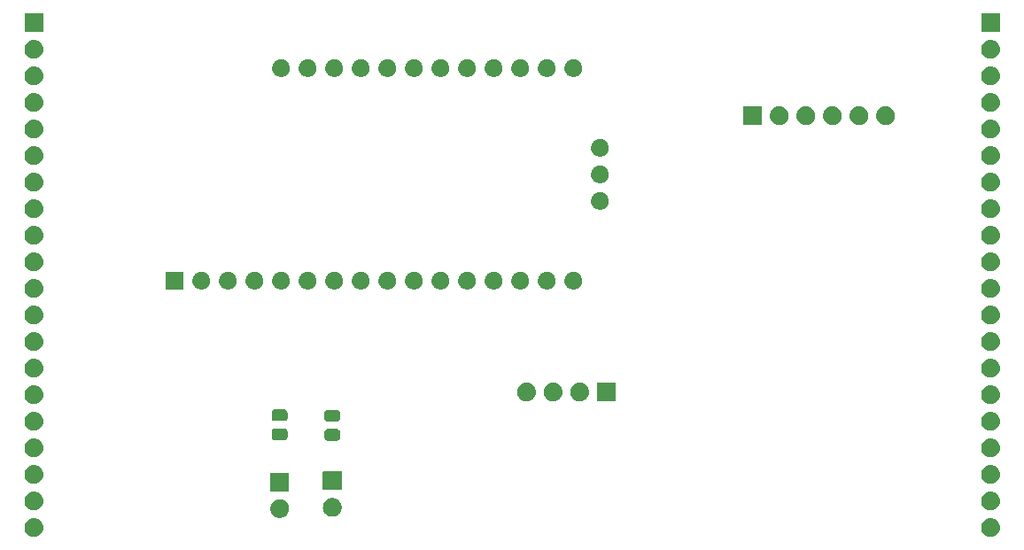
<source format=gbr>
G04 #@! TF.GenerationSoftware,KiCad,Pcbnew,7.0.2-0*
G04 #@! TF.CreationDate,2023-04-27T16:56:16-04:00*
G04 #@! TF.ProjectId,TFT_CAN,5446545f-4341-44e2-9e6b-696361645f70,rev?*
G04 #@! TF.SameCoordinates,Original*
G04 #@! TF.FileFunction,Soldermask,Top*
G04 #@! TF.FilePolarity,Negative*
%FSLAX46Y46*%
G04 Gerber Fmt 4.6, Leading zero omitted, Abs format (unit mm)*
G04 Created by KiCad (PCBNEW 7.0.2-0) date 2023-04-27 16:56:16*
%MOMM*%
%LPD*%
G01*
G04 APERTURE LIST*
G04 APERTURE END LIST*
G36*
X25443983Y-72763936D02*
G01*
X25494180Y-72763936D01*
X25537524Y-72773149D01*
X25575659Y-72776905D01*
X25623566Y-72791437D01*
X25678424Y-72803098D01*
X25713530Y-72818728D01*
X25744566Y-72828143D01*
X25793884Y-72854504D01*
X25850500Y-72879711D01*
X25876822Y-72898835D01*
X25900232Y-72911348D01*
X25947988Y-72950540D01*
X26002887Y-72990427D01*
X26020711Y-73010223D01*
X26036675Y-73023324D01*
X26079572Y-73075594D01*
X26128924Y-73130405D01*
X26139292Y-73148363D01*
X26148651Y-73159767D01*
X26183273Y-73224542D01*
X26223104Y-73293530D01*
X26227685Y-73307630D01*
X26231856Y-73315433D01*
X26254852Y-73391242D01*
X26281311Y-73472672D01*
X26282242Y-73481532D01*
X26283094Y-73484340D01*
X26291384Y-73568513D01*
X26301000Y-73660000D01*
X26291383Y-73751494D01*
X26283094Y-73835659D01*
X26282242Y-73838466D01*
X26281311Y-73847328D01*
X26254848Y-73928771D01*
X26231856Y-74004566D01*
X26227686Y-74012366D01*
X26223104Y-74026470D01*
X26183266Y-74095470D01*
X26148651Y-74160232D01*
X26139294Y-74171633D01*
X26128924Y-74189595D01*
X26079563Y-74244415D01*
X26036675Y-74296675D01*
X26020714Y-74309773D01*
X26002887Y-74329573D01*
X25947977Y-74369467D01*
X25900232Y-74408651D01*
X25876827Y-74421161D01*
X25850500Y-74440289D01*
X25793873Y-74465500D01*
X25744566Y-74491856D01*
X25713537Y-74501268D01*
X25678424Y-74516902D01*
X25623555Y-74528564D01*
X25575659Y-74543094D01*
X25537532Y-74546849D01*
X25494180Y-74556064D01*
X25443973Y-74556064D01*
X25400000Y-74560395D01*
X25356027Y-74556064D01*
X25305820Y-74556064D01*
X25262467Y-74546849D01*
X25224340Y-74543094D01*
X25176441Y-74528563D01*
X25121576Y-74516902D01*
X25086464Y-74501269D01*
X25055433Y-74491856D01*
X25006120Y-74465498D01*
X24949500Y-74440289D01*
X24923175Y-74421163D01*
X24899767Y-74408651D01*
X24852013Y-74369460D01*
X24797113Y-74329573D01*
X24779287Y-74309776D01*
X24763324Y-74296675D01*
X24720425Y-74244402D01*
X24671076Y-74189595D01*
X24660708Y-74171637D01*
X24651348Y-74160232D01*
X24616719Y-74095447D01*
X24576896Y-74026470D01*
X24572315Y-74012371D01*
X24568143Y-74004566D01*
X24545136Y-73928725D01*
X24518689Y-73847328D01*
X24517758Y-73838471D01*
X24516905Y-73835659D01*
X24508601Y-73751349D01*
X24499000Y-73660000D01*
X24508598Y-73568672D01*
X24516905Y-73484340D01*
X24517758Y-73481527D01*
X24518689Y-73472672D01*
X24545132Y-73391288D01*
X24568143Y-73315433D01*
X24572315Y-73307626D01*
X24576896Y-73293530D01*
X24616712Y-73224565D01*
X24651348Y-73159767D01*
X24660710Y-73148359D01*
X24671076Y-73130405D01*
X24720416Y-73075607D01*
X24763324Y-73023324D01*
X24779291Y-73010219D01*
X24797113Y-72990427D01*
X24852002Y-72950546D01*
X24899767Y-72911348D01*
X24923180Y-72898833D01*
X24949500Y-72879711D01*
X25006109Y-72854506D01*
X25055433Y-72828143D01*
X25086471Y-72818727D01*
X25121576Y-72803098D01*
X25176430Y-72791438D01*
X25224340Y-72776905D01*
X25262476Y-72773148D01*
X25305820Y-72763936D01*
X25356016Y-72763936D01*
X25400000Y-72759604D01*
X25443983Y-72763936D01*
G37*
G36*
X116883983Y-72763936D02*
G01*
X116934180Y-72763936D01*
X116977524Y-72773149D01*
X117015659Y-72776905D01*
X117063566Y-72791437D01*
X117118424Y-72803098D01*
X117153530Y-72818728D01*
X117184566Y-72828143D01*
X117233884Y-72854504D01*
X117290500Y-72879711D01*
X117316822Y-72898835D01*
X117340232Y-72911348D01*
X117387988Y-72950540D01*
X117442887Y-72990427D01*
X117460711Y-73010223D01*
X117476675Y-73023324D01*
X117519572Y-73075594D01*
X117568924Y-73130405D01*
X117579292Y-73148363D01*
X117588651Y-73159767D01*
X117623273Y-73224542D01*
X117663104Y-73293530D01*
X117667685Y-73307630D01*
X117671856Y-73315433D01*
X117694852Y-73391242D01*
X117721311Y-73472672D01*
X117722242Y-73481532D01*
X117723094Y-73484340D01*
X117731385Y-73568520D01*
X117741000Y-73660000D01*
X117731382Y-73751501D01*
X117723094Y-73835659D01*
X117722242Y-73838466D01*
X117721311Y-73847328D01*
X117694848Y-73928771D01*
X117671856Y-74004566D01*
X117667686Y-74012366D01*
X117663104Y-74026470D01*
X117623266Y-74095470D01*
X117588651Y-74160232D01*
X117579294Y-74171633D01*
X117568924Y-74189595D01*
X117519563Y-74244415D01*
X117476675Y-74296675D01*
X117460714Y-74309773D01*
X117442887Y-74329573D01*
X117387977Y-74369467D01*
X117340232Y-74408651D01*
X117316827Y-74421161D01*
X117290500Y-74440289D01*
X117233873Y-74465500D01*
X117184566Y-74491856D01*
X117153537Y-74501268D01*
X117118424Y-74516902D01*
X117063555Y-74528564D01*
X117015659Y-74543094D01*
X116977532Y-74546849D01*
X116934180Y-74556064D01*
X116883973Y-74556064D01*
X116840000Y-74560395D01*
X116796027Y-74556064D01*
X116745820Y-74556064D01*
X116702467Y-74546849D01*
X116664340Y-74543094D01*
X116616441Y-74528563D01*
X116561576Y-74516902D01*
X116526464Y-74501269D01*
X116495433Y-74491856D01*
X116446120Y-74465498D01*
X116389500Y-74440289D01*
X116363175Y-74421163D01*
X116339767Y-74408651D01*
X116292013Y-74369460D01*
X116237113Y-74329573D01*
X116219287Y-74309776D01*
X116203324Y-74296675D01*
X116160425Y-74244402D01*
X116111076Y-74189595D01*
X116100708Y-74171637D01*
X116091348Y-74160232D01*
X116056719Y-74095447D01*
X116016896Y-74026470D01*
X116012315Y-74012371D01*
X116008143Y-74004566D01*
X115985136Y-73928725D01*
X115958689Y-73847328D01*
X115957758Y-73838471D01*
X115956905Y-73835659D01*
X115948601Y-73751349D01*
X115939000Y-73660000D01*
X115948598Y-73568672D01*
X115956905Y-73484340D01*
X115957758Y-73481527D01*
X115958689Y-73472672D01*
X115985132Y-73391288D01*
X116008143Y-73315433D01*
X116012315Y-73307626D01*
X116016896Y-73293530D01*
X116056712Y-73224565D01*
X116091348Y-73159767D01*
X116100710Y-73148359D01*
X116111076Y-73130405D01*
X116160416Y-73075607D01*
X116203324Y-73023324D01*
X116219291Y-73010219D01*
X116237113Y-72990427D01*
X116292002Y-72950546D01*
X116339767Y-72911348D01*
X116363180Y-72898833D01*
X116389500Y-72879711D01*
X116446109Y-72854506D01*
X116495433Y-72828143D01*
X116526471Y-72818727D01*
X116561576Y-72803098D01*
X116616430Y-72791438D01*
X116664340Y-72776905D01*
X116702476Y-72773148D01*
X116745820Y-72763936D01*
X116796016Y-72763936D01*
X116840000Y-72759604D01*
X116883983Y-72763936D01*
G37*
G36*
X25443983Y-70223936D02*
G01*
X25494180Y-70223936D01*
X25537524Y-70233149D01*
X25575659Y-70236905D01*
X25623566Y-70251437D01*
X25678424Y-70263098D01*
X25713530Y-70278728D01*
X25744566Y-70288143D01*
X25793884Y-70314504D01*
X25850500Y-70339711D01*
X25876822Y-70358835D01*
X25900232Y-70371348D01*
X25947988Y-70410540D01*
X26002887Y-70450427D01*
X26020711Y-70470223D01*
X26036675Y-70483324D01*
X26079572Y-70535594D01*
X26128924Y-70590405D01*
X26139292Y-70608363D01*
X26148651Y-70619767D01*
X26183273Y-70684542D01*
X26223104Y-70753530D01*
X26227685Y-70767630D01*
X26231856Y-70775433D01*
X26254852Y-70851242D01*
X26281311Y-70932672D01*
X26282242Y-70941532D01*
X26283094Y-70944340D01*
X26291384Y-71028513D01*
X26301000Y-71120000D01*
X26291383Y-71211494D01*
X26283094Y-71295659D01*
X26282242Y-71298466D01*
X26281311Y-71307328D01*
X26254848Y-71388771D01*
X26231856Y-71464566D01*
X26227686Y-71472366D01*
X26223104Y-71486470D01*
X26183266Y-71555470D01*
X26148651Y-71620232D01*
X26139294Y-71631633D01*
X26128924Y-71649595D01*
X26079563Y-71704415D01*
X26036675Y-71756675D01*
X26020714Y-71769773D01*
X26002887Y-71789573D01*
X25947977Y-71829467D01*
X25900232Y-71868651D01*
X25876827Y-71881161D01*
X25850500Y-71900289D01*
X25793873Y-71925500D01*
X25744566Y-71951856D01*
X25713537Y-71961268D01*
X25678424Y-71976902D01*
X25623555Y-71988564D01*
X25575659Y-72003094D01*
X25537532Y-72006849D01*
X25494180Y-72016064D01*
X25443973Y-72016064D01*
X25400000Y-72020395D01*
X25356027Y-72016064D01*
X25305820Y-72016064D01*
X25262467Y-72006849D01*
X25224340Y-72003094D01*
X25176441Y-71988563D01*
X25121576Y-71976902D01*
X25086464Y-71961269D01*
X25055433Y-71951856D01*
X25006120Y-71925498D01*
X24949500Y-71900289D01*
X24923175Y-71881163D01*
X24899767Y-71868651D01*
X24852013Y-71829460D01*
X24797113Y-71789573D01*
X24779287Y-71769776D01*
X24763324Y-71756675D01*
X24720425Y-71704402D01*
X24671076Y-71649595D01*
X24660708Y-71631637D01*
X24651348Y-71620232D01*
X24616719Y-71555447D01*
X24576896Y-71486470D01*
X24572315Y-71472371D01*
X24568143Y-71464566D01*
X24545136Y-71388725D01*
X24518689Y-71307328D01*
X24517758Y-71298471D01*
X24516905Y-71295659D01*
X24508600Y-71211342D01*
X24499000Y-71120000D01*
X24508599Y-71028664D01*
X24516905Y-70944340D01*
X24517758Y-70941527D01*
X24518689Y-70932672D01*
X24545132Y-70851288D01*
X24568143Y-70775433D01*
X24572315Y-70767626D01*
X24576896Y-70753530D01*
X24616712Y-70684565D01*
X24651348Y-70619767D01*
X24660710Y-70608359D01*
X24671076Y-70590405D01*
X24720416Y-70535607D01*
X24763324Y-70483324D01*
X24779291Y-70470219D01*
X24797113Y-70450427D01*
X24852002Y-70410546D01*
X24899767Y-70371348D01*
X24923180Y-70358833D01*
X24949500Y-70339711D01*
X25006109Y-70314506D01*
X25055433Y-70288143D01*
X25086471Y-70278727D01*
X25121576Y-70263098D01*
X25176430Y-70251438D01*
X25224340Y-70236905D01*
X25262476Y-70233148D01*
X25305820Y-70223936D01*
X25356016Y-70223936D01*
X25400000Y-70219604D01*
X25443983Y-70223936D01*
G37*
G36*
X48938983Y-70955936D02*
G01*
X48989180Y-70955936D01*
X49032524Y-70965149D01*
X49070659Y-70968905D01*
X49118566Y-70983437D01*
X49173424Y-70995098D01*
X49208530Y-71010728D01*
X49239566Y-71020143D01*
X49288884Y-71046504D01*
X49345500Y-71071711D01*
X49371822Y-71090835D01*
X49395232Y-71103348D01*
X49442988Y-71142540D01*
X49497887Y-71182427D01*
X49515711Y-71202223D01*
X49531675Y-71215324D01*
X49574572Y-71267594D01*
X49623924Y-71322405D01*
X49634292Y-71340363D01*
X49643651Y-71351767D01*
X49678273Y-71416542D01*
X49718104Y-71485530D01*
X49722685Y-71499630D01*
X49726856Y-71507433D01*
X49749852Y-71583242D01*
X49776311Y-71664672D01*
X49777242Y-71673532D01*
X49778094Y-71676340D01*
X49786384Y-71760513D01*
X49796000Y-71852000D01*
X49786383Y-71943494D01*
X49778094Y-72027659D01*
X49777242Y-72030466D01*
X49776311Y-72039328D01*
X49749848Y-72120771D01*
X49726856Y-72196566D01*
X49722686Y-72204366D01*
X49718104Y-72218470D01*
X49678266Y-72287470D01*
X49643651Y-72352232D01*
X49634294Y-72363633D01*
X49623924Y-72381595D01*
X49574563Y-72436415D01*
X49531675Y-72488675D01*
X49515714Y-72501773D01*
X49497887Y-72521573D01*
X49442977Y-72561467D01*
X49395232Y-72600651D01*
X49371827Y-72613161D01*
X49345500Y-72632289D01*
X49288873Y-72657500D01*
X49239566Y-72683856D01*
X49208537Y-72693268D01*
X49173424Y-72708902D01*
X49118555Y-72720564D01*
X49070659Y-72735094D01*
X49032533Y-72738849D01*
X48989180Y-72748064D01*
X48938972Y-72748064D01*
X48894999Y-72752395D01*
X48851026Y-72748064D01*
X48800820Y-72748064D01*
X48757467Y-72738849D01*
X48719340Y-72735094D01*
X48671441Y-72720563D01*
X48616576Y-72708902D01*
X48581464Y-72693269D01*
X48550433Y-72683856D01*
X48501120Y-72657498D01*
X48444500Y-72632289D01*
X48418175Y-72613163D01*
X48394767Y-72600651D01*
X48347013Y-72561460D01*
X48292113Y-72521573D01*
X48274287Y-72501776D01*
X48258324Y-72488675D01*
X48215425Y-72436402D01*
X48166076Y-72381595D01*
X48155708Y-72363637D01*
X48146348Y-72352232D01*
X48111719Y-72287447D01*
X48071896Y-72218470D01*
X48067315Y-72204371D01*
X48063143Y-72196566D01*
X48040136Y-72120725D01*
X48013689Y-72039328D01*
X48012758Y-72030471D01*
X48011905Y-72027659D01*
X48003600Y-71943342D01*
X47994000Y-71852000D01*
X48003599Y-71760664D01*
X48011905Y-71676340D01*
X48012758Y-71673527D01*
X48013689Y-71664672D01*
X48040132Y-71583288D01*
X48063143Y-71507433D01*
X48067315Y-71499626D01*
X48071896Y-71485530D01*
X48111712Y-71416565D01*
X48146348Y-71351767D01*
X48155710Y-71340359D01*
X48166076Y-71322405D01*
X48215416Y-71267607D01*
X48258324Y-71215324D01*
X48274291Y-71202219D01*
X48292113Y-71182427D01*
X48347002Y-71142546D01*
X48394767Y-71103348D01*
X48418180Y-71090833D01*
X48444500Y-71071711D01*
X48501109Y-71046506D01*
X48550433Y-71020143D01*
X48581471Y-71010727D01*
X48616576Y-70995098D01*
X48671430Y-70983438D01*
X48719340Y-70968905D01*
X48757476Y-70965148D01*
X48800820Y-70955936D01*
X48851016Y-70955936D01*
X48894999Y-70951604D01*
X48938983Y-70955936D01*
G37*
G36*
X53967983Y-70833936D02*
G01*
X54018180Y-70833936D01*
X54061524Y-70843149D01*
X54099659Y-70846905D01*
X54147566Y-70861437D01*
X54202424Y-70873098D01*
X54237530Y-70888728D01*
X54268566Y-70898143D01*
X54317884Y-70924504D01*
X54374500Y-70949711D01*
X54400822Y-70968835D01*
X54424232Y-70981348D01*
X54471988Y-71020540D01*
X54526887Y-71060427D01*
X54544711Y-71080223D01*
X54560675Y-71093324D01*
X54603572Y-71145594D01*
X54652924Y-71200405D01*
X54663292Y-71218363D01*
X54672651Y-71229767D01*
X54707273Y-71294542D01*
X54747104Y-71363530D01*
X54751685Y-71377630D01*
X54755856Y-71385433D01*
X54778852Y-71461242D01*
X54805311Y-71542672D01*
X54806242Y-71551532D01*
X54807094Y-71554340D01*
X54815384Y-71638513D01*
X54825000Y-71730000D01*
X54815383Y-71821494D01*
X54807094Y-71905659D01*
X54806242Y-71908466D01*
X54805311Y-71917328D01*
X54778848Y-71998771D01*
X54755856Y-72074566D01*
X54751686Y-72082366D01*
X54747104Y-72096470D01*
X54707266Y-72165470D01*
X54672651Y-72230232D01*
X54663294Y-72241633D01*
X54652924Y-72259595D01*
X54603563Y-72314415D01*
X54560675Y-72366675D01*
X54544714Y-72379773D01*
X54526887Y-72399573D01*
X54471977Y-72439467D01*
X54424232Y-72478651D01*
X54400827Y-72491161D01*
X54374500Y-72510289D01*
X54317873Y-72535500D01*
X54268566Y-72561856D01*
X54237537Y-72571268D01*
X54202424Y-72586902D01*
X54147555Y-72598564D01*
X54099659Y-72613094D01*
X54061532Y-72616849D01*
X54018180Y-72626064D01*
X53967973Y-72626064D01*
X53924000Y-72630395D01*
X53880027Y-72626064D01*
X53829820Y-72626064D01*
X53786467Y-72616849D01*
X53748340Y-72613094D01*
X53700441Y-72598563D01*
X53645576Y-72586902D01*
X53610464Y-72571269D01*
X53579433Y-72561856D01*
X53530120Y-72535498D01*
X53473500Y-72510289D01*
X53447175Y-72491163D01*
X53423767Y-72478651D01*
X53376013Y-72439460D01*
X53321113Y-72399573D01*
X53303287Y-72379776D01*
X53287324Y-72366675D01*
X53244425Y-72314402D01*
X53195076Y-72259595D01*
X53184708Y-72241637D01*
X53175348Y-72230232D01*
X53140719Y-72165447D01*
X53100896Y-72096470D01*
X53096315Y-72082371D01*
X53092143Y-72074566D01*
X53069136Y-71998725D01*
X53042689Y-71917328D01*
X53041758Y-71908471D01*
X53040905Y-71905659D01*
X53032600Y-71821342D01*
X53023000Y-71730000D01*
X53032599Y-71638664D01*
X53040905Y-71554340D01*
X53041758Y-71551527D01*
X53042689Y-71542672D01*
X53069132Y-71461288D01*
X53092143Y-71385433D01*
X53096315Y-71377626D01*
X53100896Y-71363530D01*
X53140712Y-71294565D01*
X53175348Y-71229767D01*
X53184710Y-71218359D01*
X53195076Y-71200405D01*
X53244416Y-71145607D01*
X53287324Y-71093324D01*
X53303291Y-71080219D01*
X53321113Y-71060427D01*
X53376002Y-71020546D01*
X53423767Y-70981348D01*
X53447180Y-70968833D01*
X53473500Y-70949711D01*
X53530109Y-70924506D01*
X53579433Y-70898143D01*
X53610471Y-70888727D01*
X53645576Y-70873098D01*
X53700430Y-70861438D01*
X53748340Y-70846905D01*
X53786476Y-70843148D01*
X53829820Y-70833936D01*
X53880016Y-70833936D01*
X53924000Y-70829604D01*
X53967983Y-70833936D01*
G37*
G36*
X116883983Y-70223936D02*
G01*
X116934180Y-70223936D01*
X116977524Y-70233149D01*
X117015659Y-70236905D01*
X117063566Y-70251437D01*
X117118424Y-70263098D01*
X117153530Y-70278728D01*
X117184566Y-70288143D01*
X117233884Y-70314504D01*
X117290500Y-70339711D01*
X117316822Y-70358835D01*
X117340232Y-70371348D01*
X117387988Y-70410540D01*
X117442887Y-70450427D01*
X117460711Y-70470223D01*
X117476675Y-70483324D01*
X117519572Y-70535594D01*
X117568924Y-70590405D01*
X117579292Y-70608363D01*
X117588651Y-70619767D01*
X117623273Y-70684542D01*
X117663104Y-70753530D01*
X117667685Y-70767630D01*
X117671856Y-70775433D01*
X117694852Y-70851242D01*
X117721311Y-70932672D01*
X117722242Y-70941532D01*
X117723094Y-70944340D01*
X117731385Y-71028520D01*
X117741000Y-71120000D01*
X117731382Y-71211501D01*
X117723094Y-71295659D01*
X117722242Y-71298466D01*
X117721311Y-71307328D01*
X117694848Y-71388771D01*
X117671856Y-71464566D01*
X117667686Y-71472366D01*
X117663104Y-71486470D01*
X117623266Y-71555470D01*
X117588651Y-71620232D01*
X117579294Y-71631633D01*
X117568924Y-71649595D01*
X117519563Y-71704415D01*
X117476675Y-71756675D01*
X117460714Y-71769773D01*
X117442887Y-71789573D01*
X117387977Y-71829467D01*
X117340232Y-71868651D01*
X117316827Y-71881161D01*
X117290500Y-71900289D01*
X117233873Y-71925500D01*
X117184566Y-71951856D01*
X117153537Y-71961268D01*
X117118424Y-71976902D01*
X117063555Y-71988564D01*
X117015659Y-72003094D01*
X116977532Y-72006849D01*
X116934180Y-72016064D01*
X116883973Y-72016064D01*
X116840000Y-72020395D01*
X116796027Y-72016064D01*
X116745820Y-72016064D01*
X116702467Y-72006849D01*
X116664340Y-72003094D01*
X116616441Y-71988563D01*
X116561576Y-71976902D01*
X116526464Y-71961269D01*
X116495433Y-71951856D01*
X116446120Y-71925498D01*
X116389500Y-71900289D01*
X116363175Y-71881163D01*
X116339767Y-71868651D01*
X116292013Y-71829460D01*
X116237113Y-71789573D01*
X116219287Y-71769776D01*
X116203324Y-71756675D01*
X116160425Y-71704402D01*
X116111076Y-71649595D01*
X116100708Y-71631637D01*
X116091348Y-71620232D01*
X116056719Y-71555447D01*
X116016896Y-71486470D01*
X116012315Y-71472371D01*
X116008143Y-71464566D01*
X115985136Y-71388725D01*
X115958689Y-71307328D01*
X115957758Y-71298471D01*
X115956905Y-71295659D01*
X115948600Y-71211342D01*
X115939000Y-71120000D01*
X115948599Y-71028664D01*
X115956905Y-70944340D01*
X115957758Y-70941527D01*
X115958689Y-70932672D01*
X115985132Y-70851288D01*
X116008143Y-70775433D01*
X116012315Y-70767626D01*
X116016896Y-70753530D01*
X116056712Y-70684565D01*
X116091348Y-70619767D01*
X116100710Y-70608359D01*
X116111076Y-70590405D01*
X116160416Y-70535607D01*
X116203324Y-70483324D01*
X116219291Y-70470219D01*
X116237113Y-70450427D01*
X116292002Y-70410546D01*
X116339767Y-70371348D01*
X116363180Y-70358833D01*
X116389500Y-70339711D01*
X116446109Y-70314506D01*
X116495433Y-70288143D01*
X116526471Y-70278727D01*
X116561576Y-70263098D01*
X116616430Y-70251438D01*
X116664340Y-70236905D01*
X116702476Y-70233148D01*
X116745820Y-70223936D01*
X116796016Y-70223936D01*
X116840000Y-70219604D01*
X116883983Y-70223936D01*
G37*
G36*
X25443983Y-67683936D02*
G01*
X25494180Y-67683936D01*
X25537524Y-67693149D01*
X25575659Y-67696905D01*
X25623566Y-67711437D01*
X25678424Y-67723098D01*
X25713530Y-67738728D01*
X25744566Y-67748143D01*
X25793884Y-67774504D01*
X25850500Y-67799711D01*
X25876822Y-67818835D01*
X25900232Y-67831348D01*
X25947988Y-67870540D01*
X26002887Y-67910427D01*
X26020711Y-67930223D01*
X26036675Y-67943324D01*
X26079572Y-67995594D01*
X26128924Y-68050405D01*
X26139292Y-68068363D01*
X26148651Y-68079767D01*
X26183273Y-68144542D01*
X26223104Y-68213530D01*
X26227685Y-68227630D01*
X26231856Y-68235433D01*
X26254852Y-68311242D01*
X26281311Y-68392672D01*
X26282242Y-68401532D01*
X26283094Y-68404340D01*
X26291384Y-68488513D01*
X26301000Y-68580000D01*
X26291383Y-68671494D01*
X26283094Y-68755659D01*
X26282242Y-68758466D01*
X26281311Y-68767328D01*
X26254848Y-68848771D01*
X26231856Y-68924566D01*
X26227686Y-68932366D01*
X26223104Y-68946470D01*
X26183266Y-69015470D01*
X26148651Y-69080232D01*
X26139294Y-69091633D01*
X26128924Y-69109595D01*
X26079563Y-69164415D01*
X26036675Y-69216675D01*
X26020714Y-69229773D01*
X26002887Y-69249573D01*
X25947977Y-69289467D01*
X25900232Y-69328651D01*
X25876827Y-69341161D01*
X25850500Y-69360289D01*
X25793873Y-69385500D01*
X25744566Y-69411856D01*
X25713537Y-69421268D01*
X25678424Y-69436902D01*
X25623555Y-69448564D01*
X25575659Y-69463094D01*
X25537532Y-69466849D01*
X25494180Y-69476064D01*
X25443973Y-69476064D01*
X25400000Y-69480395D01*
X25356027Y-69476064D01*
X25305820Y-69476064D01*
X25262467Y-69466849D01*
X25224340Y-69463094D01*
X25176441Y-69448563D01*
X25121576Y-69436902D01*
X25086464Y-69421269D01*
X25055433Y-69411856D01*
X25006120Y-69385498D01*
X24949500Y-69360289D01*
X24923175Y-69341163D01*
X24899767Y-69328651D01*
X24852013Y-69289460D01*
X24797113Y-69249573D01*
X24779287Y-69229776D01*
X24763324Y-69216675D01*
X24720425Y-69164402D01*
X24671076Y-69109595D01*
X24660708Y-69091637D01*
X24651348Y-69080232D01*
X24616719Y-69015447D01*
X24576896Y-68946470D01*
X24572315Y-68932371D01*
X24568143Y-68924566D01*
X24545136Y-68848725D01*
X24518689Y-68767328D01*
X24517758Y-68758471D01*
X24516905Y-68755659D01*
X24508601Y-68671349D01*
X24499000Y-68580000D01*
X24508598Y-68488672D01*
X24516905Y-68404340D01*
X24517758Y-68401527D01*
X24518689Y-68392672D01*
X24545132Y-68311288D01*
X24568143Y-68235433D01*
X24572315Y-68227626D01*
X24576896Y-68213530D01*
X24616712Y-68144565D01*
X24651348Y-68079767D01*
X24660710Y-68068359D01*
X24671076Y-68050405D01*
X24720416Y-67995607D01*
X24763324Y-67943324D01*
X24779291Y-67930219D01*
X24797113Y-67910427D01*
X24852002Y-67870546D01*
X24899767Y-67831348D01*
X24923180Y-67818833D01*
X24949500Y-67799711D01*
X25006109Y-67774506D01*
X25055433Y-67748143D01*
X25086471Y-67738727D01*
X25121576Y-67723098D01*
X25176430Y-67711438D01*
X25224340Y-67696905D01*
X25262476Y-67693148D01*
X25305820Y-67683936D01*
X25356016Y-67683936D01*
X25400000Y-67679604D01*
X25443983Y-67683936D01*
G37*
G36*
X49764517Y-68414882D02*
G01*
X49781062Y-68425938D01*
X49792118Y-68442483D01*
X49796000Y-68462000D01*
X49796000Y-70162000D01*
X49792118Y-70181517D01*
X49781062Y-70198062D01*
X49764517Y-70209118D01*
X49745000Y-70213000D01*
X48045000Y-70213000D01*
X48025483Y-70209118D01*
X48008938Y-70198062D01*
X47997882Y-70181517D01*
X47994000Y-70162000D01*
X47994000Y-68462000D01*
X47997882Y-68442483D01*
X48008938Y-68425938D01*
X48025483Y-68414882D01*
X48045000Y-68411000D01*
X49745000Y-68411000D01*
X49764517Y-68414882D01*
G37*
G36*
X54793517Y-68292882D02*
G01*
X54810062Y-68303938D01*
X54821118Y-68320483D01*
X54825000Y-68340000D01*
X54825000Y-70040000D01*
X54821118Y-70059517D01*
X54810062Y-70076062D01*
X54793517Y-70087118D01*
X54774000Y-70091000D01*
X53074000Y-70091000D01*
X53054483Y-70087118D01*
X53037938Y-70076062D01*
X53026882Y-70059517D01*
X53023000Y-70040000D01*
X53023000Y-68340000D01*
X53026882Y-68320483D01*
X53037938Y-68303938D01*
X53054483Y-68292882D01*
X53074000Y-68289000D01*
X54774000Y-68289000D01*
X54793517Y-68292882D01*
G37*
G36*
X116883983Y-67683936D02*
G01*
X116934180Y-67683936D01*
X116977524Y-67693149D01*
X117015659Y-67696905D01*
X117063566Y-67711437D01*
X117118424Y-67723098D01*
X117153530Y-67738728D01*
X117184566Y-67748143D01*
X117233884Y-67774504D01*
X117290500Y-67799711D01*
X117316822Y-67818835D01*
X117340232Y-67831348D01*
X117387988Y-67870540D01*
X117442887Y-67910427D01*
X117460711Y-67930223D01*
X117476675Y-67943324D01*
X117519572Y-67995594D01*
X117568924Y-68050405D01*
X117579292Y-68068363D01*
X117588651Y-68079767D01*
X117623273Y-68144542D01*
X117663104Y-68213530D01*
X117667685Y-68227630D01*
X117671856Y-68235433D01*
X117694852Y-68311242D01*
X117721311Y-68392672D01*
X117722242Y-68401532D01*
X117723094Y-68404340D01*
X117731385Y-68488520D01*
X117741000Y-68580000D01*
X117731382Y-68671501D01*
X117723094Y-68755659D01*
X117722242Y-68758466D01*
X117721311Y-68767328D01*
X117694848Y-68848771D01*
X117671856Y-68924566D01*
X117667686Y-68932366D01*
X117663104Y-68946470D01*
X117623266Y-69015470D01*
X117588651Y-69080232D01*
X117579294Y-69091633D01*
X117568924Y-69109595D01*
X117519563Y-69164415D01*
X117476675Y-69216675D01*
X117460714Y-69229773D01*
X117442887Y-69249573D01*
X117387977Y-69289467D01*
X117340232Y-69328651D01*
X117316827Y-69341161D01*
X117290500Y-69360289D01*
X117233873Y-69385500D01*
X117184566Y-69411856D01*
X117153537Y-69421268D01*
X117118424Y-69436902D01*
X117063555Y-69448564D01*
X117015659Y-69463094D01*
X116977532Y-69466849D01*
X116934180Y-69476064D01*
X116883973Y-69476064D01*
X116840000Y-69480395D01*
X116796027Y-69476064D01*
X116745820Y-69476064D01*
X116702467Y-69466849D01*
X116664340Y-69463094D01*
X116616441Y-69448563D01*
X116561576Y-69436902D01*
X116526464Y-69421269D01*
X116495433Y-69411856D01*
X116446120Y-69385498D01*
X116389500Y-69360289D01*
X116363175Y-69341163D01*
X116339767Y-69328651D01*
X116292013Y-69289460D01*
X116237113Y-69249573D01*
X116219287Y-69229776D01*
X116203324Y-69216675D01*
X116160425Y-69164402D01*
X116111076Y-69109595D01*
X116100708Y-69091637D01*
X116091348Y-69080232D01*
X116056719Y-69015447D01*
X116016896Y-68946470D01*
X116012315Y-68932371D01*
X116008143Y-68924566D01*
X115985136Y-68848725D01*
X115958689Y-68767328D01*
X115957758Y-68758471D01*
X115956905Y-68755659D01*
X115948601Y-68671349D01*
X115939000Y-68580000D01*
X115948598Y-68488672D01*
X115956905Y-68404340D01*
X115957758Y-68401527D01*
X115958689Y-68392672D01*
X115985132Y-68311288D01*
X116008143Y-68235433D01*
X116012315Y-68227626D01*
X116016896Y-68213530D01*
X116056712Y-68144565D01*
X116091348Y-68079767D01*
X116100710Y-68068359D01*
X116111076Y-68050405D01*
X116160416Y-67995607D01*
X116203324Y-67943324D01*
X116219291Y-67930219D01*
X116237113Y-67910427D01*
X116292002Y-67870546D01*
X116339767Y-67831348D01*
X116363180Y-67818833D01*
X116389500Y-67799711D01*
X116446109Y-67774506D01*
X116495433Y-67748143D01*
X116526471Y-67738727D01*
X116561576Y-67723098D01*
X116616430Y-67711438D01*
X116664340Y-67696905D01*
X116702476Y-67693148D01*
X116745820Y-67683936D01*
X116796016Y-67683936D01*
X116840000Y-67679604D01*
X116883983Y-67683936D01*
G37*
G36*
X25443983Y-65143936D02*
G01*
X25494180Y-65143936D01*
X25537524Y-65153149D01*
X25575659Y-65156905D01*
X25623566Y-65171437D01*
X25678424Y-65183098D01*
X25713530Y-65198728D01*
X25744566Y-65208143D01*
X25793884Y-65234504D01*
X25850500Y-65259711D01*
X25876822Y-65278835D01*
X25900232Y-65291348D01*
X25947988Y-65330540D01*
X26002887Y-65370427D01*
X26020711Y-65390223D01*
X26036675Y-65403324D01*
X26079572Y-65455594D01*
X26128924Y-65510405D01*
X26139292Y-65528363D01*
X26148651Y-65539767D01*
X26183273Y-65604542D01*
X26223104Y-65673530D01*
X26227685Y-65687630D01*
X26231856Y-65695433D01*
X26254852Y-65771242D01*
X26281311Y-65852672D01*
X26282242Y-65861532D01*
X26283094Y-65864340D01*
X26291384Y-65948513D01*
X26301000Y-66040000D01*
X26291383Y-66131494D01*
X26283094Y-66215659D01*
X26282242Y-66218466D01*
X26281311Y-66227328D01*
X26254848Y-66308771D01*
X26231856Y-66384566D01*
X26227686Y-66392366D01*
X26223104Y-66406470D01*
X26183266Y-66475470D01*
X26148651Y-66540232D01*
X26139294Y-66551633D01*
X26128924Y-66569595D01*
X26079563Y-66624415D01*
X26036675Y-66676675D01*
X26020714Y-66689773D01*
X26002887Y-66709573D01*
X25947977Y-66749467D01*
X25900232Y-66788651D01*
X25876827Y-66801161D01*
X25850500Y-66820289D01*
X25793873Y-66845500D01*
X25744566Y-66871856D01*
X25713537Y-66881268D01*
X25678424Y-66896902D01*
X25623555Y-66908564D01*
X25575659Y-66923094D01*
X25537532Y-66926849D01*
X25494180Y-66936064D01*
X25443973Y-66936064D01*
X25400000Y-66940395D01*
X25356027Y-66936064D01*
X25305820Y-66936064D01*
X25262467Y-66926849D01*
X25224340Y-66923094D01*
X25176441Y-66908563D01*
X25121576Y-66896902D01*
X25086464Y-66881269D01*
X25055433Y-66871856D01*
X25006120Y-66845498D01*
X24949500Y-66820289D01*
X24923175Y-66801163D01*
X24899767Y-66788651D01*
X24852013Y-66749460D01*
X24797113Y-66709573D01*
X24779287Y-66689776D01*
X24763324Y-66676675D01*
X24720425Y-66624402D01*
X24671076Y-66569595D01*
X24660708Y-66551637D01*
X24651348Y-66540232D01*
X24616719Y-66475447D01*
X24576896Y-66406470D01*
X24572315Y-66392371D01*
X24568143Y-66384566D01*
X24545136Y-66308725D01*
X24518689Y-66227328D01*
X24517758Y-66218471D01*
X24516905Y-66215659D01*
X24508600Y-66131342D01*
X24499000Y-66040000D01*
X24508599Y-65948664D01*
X24516905Y-65864340D01*
X24517758Y-65861527D01*
X24518689Y-65852672D01*
X24545132Y-65771288D01*
X24568143Y-65695433D01*
X24572315Y-65687626D01*
X24576896Y-65673530D01*
X24616712Y-65604565D01*
X24651348Y-65539767D01*
X24660710Y-65528359D01*
X24671076Y-65510405D01*
X24720416Y-65455607D01*
X24763324Y-65403324D01*
X24779291Y-65390219D01*
X24797113Y-65370427D01*
X24852002Y-65330546D01*
X24899767Y-65291348D01*
X24923180Y-65278833D01*
X24949500Y-65259711D01*
X25006109Y-65234506D01*
X25055433Y-65208143D01*
X25086471Y-65198727D01*
X25121576Y-65183098D01*
X25176430Y-65171438D01*
X25224340Y-65156905D01*
X25262476Y-65153148D01*
X25305820Y-65143936D01*
X25356016Y-65143936D01*
X25400000Y-65139604D01*
X25443983Y-65143936D01*
G37*
G36*
X25443983Y-62603936D02*
G01*
X25494180Y-62603936D01*
X25537524Y-62613149D01*
X25575659Y-62616905D01*
X25623566Y-62631437D01*
X25678424Y-62643098D01*
X25713530Y-62658728D01*
X25744566Y-62668143D01*
X25793884Y-62694504D01*
X25850500Y-62719711D01*
X25876822Y-62738835D01*
X25900232Y-62751348D01*
X25947988Y-62790540D01*
X26002887Y-62830427D01*
X26020711Y-62850223D01*
X26036675Y-62863324D01*
X26079572Y-62915594D01*
X26128924Y-62970405D01*
X26139292Y-62988363D01*
X26148651Y-62999767D01*
X26183273Y-63064542D01*
X26223104Y-63133530D01*
X26227685Y-63147630D01*
X26231856Y-63155433D01*
X26254852Y-63231242D01*
X26281311Y-63312672D01*
X26282242Y-63321532D01*
X26283094Y-63324340D01*
X26291384Y-63408513D01*
X26301000Y-63500000D01*
X26291383Y-63591494D01*
X26283094Y-63675659D01*
X26282242Y-63678466D01*
X26281311Y-63687328D01*
X26254848Y-63768771D01*
X26231856Y-63844566D01*
X26227686Y-63852366D01*
X26223104Y-63866470D01*
X26183266Y-63935470D01*
X26148651Y-64000232D01*
X26139294Y-64011633D01*
X26128924Y-64029595D01*
X26079563Y-64084415D01*
X26036675Y-64136675D01*
X26020714Y-64149773D01*
X26002887Y-64169573D01*
X25947977Y-64209467D01*
X25900232Y-64248651D01*
X25876827Y-64261161D01*
X25850500Y-64280289D01*
X25793873Y-64305500D01*
X25744566Y-64331856D01*
X25713537Y-64341268D01*
X25678424Y-64356902D01*
X25623555Y-64368564D01*
X25575659Y-64383094D01*
X25537532Y-64386849D01*
X25494180Y-64396064D01*
X25443973Y-64396064D01*
X25400000Y-64400395D01*
X25356027Y-64396064D01*
X25305820Y-64396064D01*
X25262467Y-64386849D01*
X25224340Y-64383094D01*
X25176441Y-64368563D01*
X25121576Y-64356902D01*
X25086464Y-64341269D01*
X25055433Y-64331856D01*
X25006120Y-64305498D01*
X24949500Y-64280289D01*
X24923175Y-64261163D01*
X24899767Y-64248651D01*
X24852013Y-64209460D01*
X24797113Y-64169573D01*
X24779287Y-64149776D01*
X24763324Y-64136675D01*
X24720425Y-64084402D01*
X24671076Y-64029595D01*
X24660708Y-64011637D01*
X24651348Y-64000232D01*
X24616719Y-63935447D01*
X24576896Y-63866470D01*
X24572315Y-63852371D01*
X24568143Y-63844566D01*
X24545136Y-63768725D01*
X24518689Y-63687328D01*
X24517758Y-63678471D01*
X24516905Y-63675659D01*
X24508601Y-63591349D01*
X24499000Y-63500000D01*
X24508598Y-63408672D01*
X24516905Y-63324340D01*
X24517758Y-63321527D01*
X24518689Y-63312672D01*
X24545132Y-63231288D01*
X24568143Y-63155433D01*
X24572315Y-63147626D01*
X24576896Y-63133530D01*
X24616712Y-63064565D01*
X24651348Y-62999767D01*
X24660710Y-62988359D01*
X24671076Y-62970405D01*
X24720416Y-62915607D01*
X24763324Y-62863324D01*
X24779291Y-62850219D01*
X24797113Y-62830427D01*
X24852002Y-62790546D01*
X24899767Y-62751348D01*
X24923180Y-62738833D01*
X24949500Y-62719711D01*
X25006109Y-62694506D01*
X25055433Y-62668143D01*
X25086471Y-62658727D01*
X25121576Y-62643098D01*
X25176430Y-62631438D01*
X25224340Y-62616905D01*
X25262476Y-62613148D01*
X25305820Y-62603936D01*
X25356016Y-62603936D01*
X25400000Y-62599604D01*
X25443983Y-62603936D01*
G37*
G36*
X49413914Y-64189495D02*
G01*
X49429726Y-64196476D01*
X49437531Y-64197713D01*
X49470039Y-64214276D01*
X49515106Y-64234176D01*
X49593324Y-64312394D01*
X49613226Y-64357467D01*
X49629786Y-64389968D01*
X49631021Y-64397770D01*
X49638005Y-64413586D01*
X49646000Y-64482500D01*
X49646000Y-65007500D01*
X49638005Y-65076414D01*
X49631021Y-65092229D01*
X49629786Y-65100031D01*
X49613229Y-65132524D01*
X49593324Y-65177606D01*
X49515106Y-65255824D01*
X49470024Y-65275729D01*
X49437531Y-65292286D01*
X49429729Y-65293521D01*
X49413914Y-65300505D01*
X49345000Y-65308500D01*
X48445000Y-65308500D01*
X48376086Y-65300505D01*
X48360270Y-65293521D01*
X48352468Y-65292286D01*
X48319967Y-65275726D01*
X48274894Y-65255824D01*
X48196676Y-65177606D01*
X48176776Y-65132539D01*
X48160213Y-65100031D01*
X48158976Y-65092226D01*
X48151995Y-65076414D01*
X48144000Y-65007500D01*
X48144000Y-64482500D01*
X48151995Y-64413586D01*
X48158976Y-64397774D01*
X48160213Y-64389968D01*
X48176780Y-64357453D01*
X48196676Y-64312394D01*
X48274894Y-64234176D01*
X48319953Y-64214280D01*
X48352468Y-64197713D01*
X48360274Y-64196476D01*
X48376086Y-64189495D01*
X48445000Y-64181500D01*
X49345000Y-64181500D01*
X49413914Y-64189495D01*
G37*
G36*
X54442914Y-64241495D02*
G01*
X54458726Y-64248476D01*
X54466531Y-64249713D01*
X54499039Y-64266276D01*
X54544106Y-64286176D01*
X54622324Y-64364394D01*
X54642226Y-64409467D01*
X54658786Y-64441968D01*
X54660021Y-64449770D01*
X54667005Y-64465586D01*
X54675000Y-64534500D01*
X54675000Y-65059500D01*
X54667005Y-65128414D01*
X54660021Y-65144229D01*
X54658786Y-65152031D01*
X54642229Y-65184524D01*
X54622324Y-65229606D01*
X54544106Y-65307824D01*
X54499024Y-65327729D01*
X54466531Y-65344286D01*
X54458729Y-65345521D01*
X54442914Y-65352505D01*
X54374000Y-65360500D01*
X53474000Y-65360500D01*
X53405086Y-65352505D01*
X53389270Y-65345521D01*
X53381468Y-65344286D01*
X53348967Y-65327726D01*
X53303894Y-65307824D01*
X53225676Y-65229606D01*
X53205776Y-65184539D01*
X53189213Y-65152031D01*
X53187976Y-65144226D01*
X53180995Y-65128414D01*
X53173000Y-65059500D01*
X53173000Y-64534500D01*
X53180995Y-64465586D01*
X53187976Y-64449774D01*
X53189213Y-64441968D01*
X53205780Y-64409453D01*
X53225676Y-64364394D01*
X53303894Y-64286176D01*
X53348953Y-64266280D01*
X53381468Y-64249713D01*
X53389274Y-64248476D01*
X53405086Y-64241495D01*
X53474000Y-64233500D01*
X54374000Y-64233500D01*
X54442914Y-64241495D01*
G37*
G36*
X116883983Y-65143936D02*
G01*
X116934180Y-65143936D01*
X116977524Y-65153149D01*
X117015659Y-65156905D01*
X117063566Y-65171437D01*
X117118424Y-65183098D01*
X117153530Y-65198728D01*
X117184566Y-65208143D01*
X117233884Y-65234504D01*
X117290500Y-65259711D01*
X117316822Y-65278835D01*
X117340232Y-65291348D01*
X117387988Y-65330540D01*
X117442887Y-65370427D01*
X117460711Y-65390223D01*
X117476675Y-65403324D01*
X117519572Y-65455594D01*
X117568924Y-65510405D01*
X117579292Y-65528363D01*
X117588651Y-65539767D01*
X117623273Y-65604542D01*
X117663104Y-65673530D01*
X117667685Y-65687630D01*
X117671856Y-65695433D01*
X117694852Y-65771242D01*
X117721311Y-65852672D01*
X117722242Y-65861532D01*
X117723094Y-65864340D01*
X117731384Y-65948513D01*
X117741000Y-66040000D01*
X117731383Y-66131494D01*
X117723094Y-66215659D01*
X117722242Y-66218466D01*
X117721311Y-66227328D01*
X117694848Y-66308771D01*
X117671856Y-66384566D01*
X117667686Y-66392366D01*
X117663104Y-66406470D01*
X117623266Y-66475470D01*
X117588651Y-66540232D01*
X117579294Y-66551633D01*
X117568924Y-66569595D01*
X117519563Y-66624415D01*
X117476675Y-66676675D01*
X117460714Y-66689773D01*
X117442887Y-66709573D01*
X117387977Y-66749467D01*
X117340232Y-66788651D01*
X117316827Y-66801161D01*
X117290500Y-66820289D01*
X117233873Y-66845500D01*
X117184566Y-66871856D01*
X117153537Y-66881268D01*
X117118424Y-66896902D01*
X117063555Y-66908564D01*
X117015659Y-66923094D01*
X116977532Y-66926849D01*
X116934180Y-66936064D01*
X116883973Y-66936064D01*
X116840000Y-66940395D01*
X116796027Y-66936064D01*
X116745820Y-66936064D01*
X116702467Y-66926849D01*
X116664340Y-66923094D01*
X116616441Y-66908563D01*
X116561576Y-66896902D01*
X116526464Y-66881269D01*
X116495433Y-66871856D01*
X116446120Y-66845498D01*
X116389500Y-66820289D01*
X116363175Y-66801163D01*
X116339767Y-66788651D01*
X116292013Y-66749460D01*
X116237113Y-66709573D01*
X116219287Y-66689776D01*
X116203324Y-66676675D01*
X116160425Y-66624402D01*
X116111076Y-66569595D01*
X116100708Y-66551637D01*
X116091348Y-66540232D01*
X116056719Y-66475447D01*
X116016896Y-66406470D01*
X116012315Y-66392371D01*
X116008143Y-66384566D01*
X115985136Y-66308725D01*
X115958689Y-66227328D01*
X115957758Y-66218471D01*
X115956905Y-66215659D01*
X115948601Y-66131349D01*
X115939000Y-66040000D01*
X115948598Y-65948672D01*
X115956905Y-65864340D01*
X115957758Y-65861527D01*
X115958689Y-65852672D01*
X115985132Y-65771288D01*
X116008143Y-65695433D01*
X116012315Y-65687626D01*
X116016896Y-65673530D01*
X116056712Y-65604565D01*
X116091348Y-65539767D01*
X116100710Y-65528359D01*
X116111076Y-65510405D01*
X116160416Y-65455607D01*
X116203324Y-65403324D01*
X116219291Y-65390219D01*
X116237113Y-65370427D01*
X116292002Y-65330546D01*
X116339767Y-65291348D01*
X116363180Y-65278833D01*
X116389500Y-65259711D01*
X116446109Y-65234506D01*
X116495433Y-65208143D01*
X116526471Y-65198727D01*
X116561576Y-65183098D01*
X116616430Y-65171438D01*
X116664340Y-65156905D01*
X116702476Y-65153148D01*
X116745820Y-65143936D01*
X116796016Y-65143936D01*
X116840000Y-65139604D01*
X116883983Y-65143936D01*
G37*
G36*
X49413914Y-62364495D02*
G01*
X49429726Y-62371476D01*
X49437531Y-62372713D01*
X49470039Y-62389276D01*
X49515106Y-62409176D01*
X49593324Y-62487394D01*
X49613226Y-62532467D01*
X49629786Y-62564968D01*
X49631021Y-62572770D01*
X49638005Y-62588586D01*
X49646000Y-62657500D01*
X49646000Y-63182500D01*
X49638005Y-63251414D01*
X49631021Y-63267229D01*
X49629786Y-63275031D01*
X49613229Y-63307524D01*
X49593324Y-63352606D01*
X49515106Y-63430824D01*
X49470024Y-63450729D01*
X49437531Y-63467286D01*
X49429729Y-63468521D01*
X49413914Y-63475505D01*
X49345000Y-63483500D01*
X48445000Y-63483500D01*
X48376086Y-63475505D01*
X48360270Y-63468521D01*
X48352468Y-63467286D01*
X48319967Y-63450726D01*
X48274894Y-63430824D01*
X48196676Y-63352606D01*
X48176776Y-63307539D01*
X48160213Y-63275031D01*
X48158976Y-63267226D01*
X48151995Y-63251414D01*
X48144000Y-63182500D01*
X48144000Y-62657500D01*
X48151995Y-62588586D01*
X48158976Y-62572774D01*
X48160213Y-62564968D01*
X48176780Y-62532453D01*
X48196676Y-62487394D01*
X48274894Y-62409176D01*
X48319953Y-62389280D01*
X48352468Y-62372713D01*
X48360274Y-62371476D01*
X48376086Y-62364495D01*
X48445000Y-62356500D01*
X49345000Y-62356500D01*
X49413914Y-62364495D01*
G37*
G36*
X54442914Y-62416495D02*
G01*
X54458726Y-62423476D01*
X54466531Y-62424713D01*
X54499039Y-62441276D01*
X54544106Y-62461176D01*
X54622324Y-62539394D01*
X54642226Y-62584467D01*
X54658786Y-62616968D01*
X54660021Y-62624770D01*
X54667005Y-62640586D01*
X54675000Y-62709500D01*
X54675000Y-63234500D01*
X54667005Y-63303414D01*
X54660021Y-63319229D01*
X54658786Y-63327031D01*
X54642229Y-63359524D01*
X54622324Y-63404606D01*
X54544106Y-63482824D01*
X54499024Y-63502729D01*
X54466531Y-63519286D01*
X54458729Y-63520521D01*
X54442914Y-63527505D01*
X54374000Y-63535500D01*
X53474000Y-63535500D01*
X53405086Y-63527505D01*
X53389270Y-63520521D01*
X53381468Y-63519286D01*
X53348967Y-63502726D01*
X53303894Y-63482824D01*
X53225676Y-63404606D01*
X53205776Y-63359539D01*
X53189213Y-63327031D01*
X53187976Y-63319226D01*
X53180995Y-63303414D01*
X53173000Y-63234500D01*
X53173000Y-62709500D01*
X53180995Y-62640586D01*
X53187976Y-62624774D01*
X53189213Y-62616968D01*
X53205780Y-62584453D01*
X53225676Y-62539394D01*
X53303894Y-62461176D01*
X53348953Y-62441280D01*
X53381468Y-62424713D01*
X53389274Y-62423476D01*
X53405086Y-62416495D01*
X53474000Y-62408500D01*
X54374000Y-62408500D01*
X54442914Y-62416495D01*
G37*
G36*
X116883983Y-62603936D02*
G01*
X116934180Y-62603936D01*
X116977524Y-62613149D01*
X117015659Y-62616905D01*
X117063566Y-62631437D01*
X117118424Y-62643098D01*
X117153530Y-62658728D01*
X117184566Y-62668143D01*
X117233884Y-62694504D01*
X117290500Y-62719711D01*
X117316822Y-62738835D01*
X117340232Y-62751348D01*
X117387988Y-62790540D01*
X117442887Y-62830427D01*
X117460711Y-62850223D01*
X117476675Y-62863324D01*
X117519572Y-62915594D01*
X117568924Y-62970405D01*
X117579292Y-62988363D01*
X117588651Y-62999767D01*
X117623273Y-63064542D01*
X117663104Y-63133530D01*
X117667685Y-63147630D01*
X117671856Y-63155433D01*
X117694852Y-63231242D01*
X117721311Y-63312672D01*
X117722242Y-63321532D01*
X117723094Y-63324340D01*
X117731384Y-63408513D01*
X117741000Y-63500000D01*
X117731383Y-63591494D01*
X117723094Y-63675659D01*
X117722242Y-63678466D01*
X117721311Y-63687328D01*
X117694848Y-63768771D01*
X117671856Y-63844566D01*
X117667686Y-63852366D01*
X117663104Y-63866470D01*
X117623266Y-63935470D01*
X117588651Y-64000232D01*
X117579294Y-64011633D01*
X117568924Y-64029595D01*
X117519563Y-64084415D01*
X117476675Y-64136675D01*
X117460714Y-64149773D01*
X117442887Y-64169573D01*
X117387977Y-64209467D01*
X117340232Y-64248651D01*
X117316827Y-64261161D01*
X117290500Y-64280289D01*
X117233873Y-64305500D01*
X117184566Y-64331856D01*
X117153537Y-64341268D01*
X117118424Y-64356902D01*
X117063555Y-64368564D01*
X117015659Y-64383094D01*
X116977533Y-64386849D01*
X116934180Y-64396064D01*
X116883972Y-64396064D01*
X116839999Y-64400395D01*
X116796026Y-64396064D01*
X116745820Y-64396064D01*
X116702467Y-64386849D01*
X116664340Y-64383094D01*
X116616441Y-64368563D01*
X116561576Y-64356902D01*
X116526464Y-64341269D01*
X116495433Y-64331856D01*
X116446120Y-64305498D01*
X116389500Y-64280289D01*
X116363175Y-64261163D01*
X116339767Y-64248651D01*
X116292013Y-64209460D01*
X116237113Y-64169573D01*
X116219287Y-64149776D01*
X116203324Y-64136675D01*
X116160425Y-64084402D01*
X116111076Y-64029595D01*
X116100708Y-64011637D01*
X116091348Y-64000232D01*
X116056719Y-63935447D01*
X116016896Y-63866470D01*
X116012315Y-63852371D01*
X116008143Y-63844566D01*
X115985136Y-63768725D01*
X115958689Y-63687328D01*
X115957758Y-63678471D01*
X115956905Y-63675659D01*
X115948600Y-63591342D01*
X115939000Y-63500000D01*
X115948599Y-63408664D01*
X115956905Y-63324340D01*
X115957758Y-63321527D01*
X115958689Y-63312672D01*
X115985132Y-63231288D01*
X116008143Y-63155433D01*
X116012315Y-63147626D01*
X116016896Y-63133530D01*
X116056712Y-63064565D01*
X116091348Y-62999767D01*
X116100710Y-62988359D01*
X116111076Y-62970405D01*
X116160416Y-62915607D01*
X116203324Y-62863324D01*
X116219291Y-62850219D01*
X116237113Y-62830427D01*
X116292002Y-62790546D01*
X116339767Y-62751348D01*
X116363180Y-62738833D01*
X116389500Y-62719711D01*
X116446109Y-62694506D01*
X116495433Y-62668143D01*
X116526471Y-62658727D01*
X116561576Y-62643098D01*
X116616430Y-62631438D01*
X116664340Y-62616905D01*
X116702476Y-62613148D01*
X116745820Y-62603936D01*
X116796016Y-62603936D01*
X116840000Y-62599604D01*
X116883983Y-62603936D01*
G37*
G36*
X25443983Y-60063936D02*
G01*
X25494180Y-60063936D01*
X25537524Y-60073149D01*
X25575659Y-60076905D01*
X25623566Y-60091437D01*
X25678424Y-60103098D01*
X25713530Y-60118728D01*
X25744566Y-60128143D01*
X25793884Y-60154504D01*
X25850500Y-60179711D01*
X25876822Y-60198835D01*
X25900232Y-60211348D01*
X25947988Y-60250540D01*
X26002887Y-60290427D01*
X26020711Y-60310223D01*
X26036675Y-60323324D01*
X26079572Y-60375594D01*
X26128924Y-60430405D01*
X26139292Y-60448363D01*
X26148651Y-60459767D01*
X26183273Y-60524542D01*
X26223104Y-60593530D01*
X26227685Y-60607630D01*
X26231856Y-60615433D01*
X26254852Y-60691242D01*
X26281311Y-60772672D01*
X26282242Y-60781532D01*
X26283094Y-60784340D01*
X26291384Y-60868513D01*
X26301000Y-60960000D01*
X26291383Y-61051494D01*
X26283094Y-61135659D01*
X26282242Y-61138466D01*
X26281311Y-61147328D01*
X26254848Y-61228771D01*
X26231856Y-61304566D01*
X26227686Y-61312366D01*
X26223104Y-61326470D01*
X26183266Y-61395470D01*
X26148651Y-61460232D01*
X26139294Y-61471633D01*
X26128924Y-61489595D01*
X26079563Y-61544415D01*
X26036675Y-61596675D01*
X26020714Y-61609773D01*
X26002887Y-61629573D01*
X25947977Y-61669467D01*
X25900232Y-61708651D01*
X25876827Y-61721161D01*
X25850500Y-61740289D01*
X25793873Y-61765500D01*
X25744566Y-61791856D01*
X25713537Y-61801268D01*
X25678424Y-61816902D01*
X25623555Y-61828564D01*
X25575659Y-61843094D01*
X25537532Y-61846849D01*
X25494180Y-61856064D01*
X25443973Y-61856064D01*
X25400000Y-61860395D01*
X25356027Y-61856064D01*
X25305820Y-61856064D01*
X25262467Y-61846849D01*
X25224340Y-61843094D01*
X25176441Y-61828563D01*
X25121576Y-61816902D01*
X25086464Y-61801269D01*
X25055433Y-61791856D01*
X25006120Y-61765498D01*
X24949500Y-61740289D01*
X24923175Y-61721163D01*
X24899767Y-61708651D01*
X24852013Y-61669460D01*
X24797113Y-61629573D01*
X24779287Y-61609776D01*
X24763324Y-61596675D01*
X24720425Y-61544402D01*
X24671076Y-61489595D01*
X24660708Y-61471637D01*
X24651348Y-61460232D01*
X24616719Y-61395447D01*
X24576896Y-61326470D01*
X24572315Y-61312371D01*
X24568143Y-61304566D01*
X24545136Y-61228725D01*
X24518689Y-61147328D01*
X24517758Y-61138471D01*
X24516905Y-61135659D01*
X24508600Y-61051342D01*
X24499000Y-60960000D01*
X24508599Y-60868664D01*
X24516905Y-60784340D01*
X24517758Y-60781527D01*
X24518689Y-60772672D01*
X24545132Y-60691288D01*
X24568143Y-60615433D01*
X24572315Y-60607626D01*
X24576896Y-60593530D01*
X24616712Y-60524565D01*
X24651348Y-60459767D01*
X24660710Y-60448359D01*
X24671076Y-60430405D01*
X24720416Y-60375607D01*
X24763324Y-60323324D01*
X24779291Y-60310219D01*
X24797113Y-60290427D01*
X24852002Y-60250546D01*
X24899767Y-60211348D01*
X24923180Y-60198833D01*
X24949500Y-60179711D01*
X25006109Y-60154506D01*
X25055433Y-60128143D01*
X25086471Y-60118727D01*
X25121576Y-60103098D01*
X25176430Y-60091438D01*
X25224340Y-60076905D01*
X25262476Y-60073148D01*
X25305820Y-60063936D01*
X25356016Y-60063936D01*
X25400000Y-60059604D01*
X25443983Y-60063936D01*
G37*
G36*
X80981117Y-59808882D02*
G01*
X80997662Y-59819938D01*
X81008718Y-59836483D01*
X81012600Y-59856000D01*
X81012600Y-61556000D01*
X81008718Y-61575517D01*
X80997662Y-61592062D01*
X80981117Y-61603118D01*
X80961600Y-61607000D01*
X79261600Y-61607000D01*
X79242083Y-61603118D01*
X79225538Y-61592062D01*
X79214482Y-61575517D01*
X79210600Y-61556000D01*
X79210600Y-59856000D01*
X79214482Y-59836483D01*
X79225538Y-59819938D01*
X79242083Y-59808882D01*
X79261600Y-59805000D01*
X80961600Y-59805000D01*
X80981117Y-59808882D01*
G37*
G36*
X116883983Y-60063936D02*
G01*
X116934180Y-60063936D01*
X116977524Y-60073149D01*
X117015659Y-60076905D01*
X117063566Y-60091437D01*
X117118424Y-60103098D01*
X117153530Y-60118728D01*
X117184566Y-60128143D01*
X117233884Y-60154504D01*
X117290500Y-60179711D01*
X117316822Y-60198835D01*
X117340232Y-60211348D01*
X117387988Y-60250540D01*
X117442887Y-60290427D01*
X117460711Y-60310223D01*
X117476675Y-60323324D01*
X117519572Y-60375594D01*
X117568924Y-60430405D01*
X117579292Y-60448363D01*
X117588651Y-60459767D01*
X117623273Y-60524542D01*
X117663104Y-60593530D01*
X117667685Y-60607630D01*
X117671856Y-60615433D01*
X117694852Y-60691242D01*
X117721311Y-60772672D01*
X117722242Y-60781532D01*
X117723094Y-60784340D01*
X117731384Y-60868513D01*
X117741000Y-60960000D01*
X117731383Y-61051494D01*
X117723094Y-61135659D01*
X117722242Y-61138466D01*
X117721311Y-61147328D01*
X117694848Y-61228771D01*
X117671856Y-61304566D01*
X117667686Y-61312366D01*
X117663104Y-61326470D01*
X117623266Y-61395470D01*
X117588651Y-61460232D01*
X117579294Y-61471633D01*
X117568924Y-61489595D01*
X117519563Y-61544415D01*
X117476675Y-61596675D01*
X117460714Y-61609773D01*
X117442887Y-61629573D01*
X117387977Y-61669467D01*
X117340232Y-61708651D01*
X117316827Y-61721161D01*
X117290500Y-61740289D01*
X117233873Y-61765500D01*
X117184566Y-61791856D01*
X117153537Y-61801268D01*
X117118424Y-61816902D01*
X117063555Y-61828564D01*
X117015659Y-61843094D01*
X116977532Y-61846849D01*
X116934180Y-61856064D01*
X116883973Y-61856064D01*
X116840000Y-61860395D01*
X116796027Y-61856064D01*
X116745820Y-61856064D01*
X116702467Y-61846849D01*
X116664340Y-61843094D01*
X116616441Y-61828563D01*
X116561576Y-61816902D01*
X116526464Y-61801269D01*
X116495433Y-61791856D01*
X116446120Y-61765498D01*
X116389500Y-61740289D01*
X116363175Y-61721163D01*
X116339767Y-61708651D01*
X116292013Y-61669460D01*
X116237113Y-61629573D01*
X116219287Y-61609776D01*
X116203324Y-61596675D01*
X116160425Y-61544402D01*
X116111076Y-61489595D01*
X116100708Y-61471637D01*
X116091348Y-61460232D01*
X116056719Y-61395447D01*
X116016896Y-61326470D01*
X116012315Y-61312371D01*
X116008143Y-61304566D01*
X115985136Y-61228725D01*
X115958689Y-61147328D01*
X115957758Y-61138471D01*
X115956905Y-61135659D01*
X115948600Y-61051342D01*
X115939000Y-60960000D01*
X115948599Y-60868664D01*
X115956905Y-60784340D01*
X115957758Y-60781527D01*
X115958689Y-60772672D01*
X115985132Y-60691288D01*
X116008143Y-60615433D01*
X116012315Y-60607626D01*
X116016896Y-60593530D01*
X116056712Y-60524565D01*
X116091348Y-60459767D01*
X116100710Y-60448359D01*
X116111076Y-60430405D01*
X116160416Y-60375607D01*
X116203324Y-60323324D01*
X116219291Y-60310219D01*
X116237113Y-60290427D01*
X116292002Y-60250546D01*
X116339767Y-60211348D01*
X116363180Y-60198833D01*
X116389500Y-60179711D01*
X116446109Y-60154506D01*
X116495433Y-60128143D01*
X116526471Y-60118727D01*
X116561576Y-60103098D01*
X116616430Y-60091438D01*
X116664340Y-60076905D01*
X116702476Y-60073148D01*
X116745820Y-60063936D01*
X116796016Y-60063936D01*
X116839999Y-60059604D01*
X116883983Y-60063936D01*
G37*
G36*
X72535583Y-59809936D02*
G01*
X72585780Y-59809936D01*
X72629124Y-59819149D01*
X72667259Y-59822905D01*
X72715166Y-59837437D01*
X72770024Y-59849098D01*
X72805130Y-59864728D01*
X72836166Y-59874143D01*
X72885484Y-59900504D01*
X72942100Y-59925711D01*
X72968422Y-59944835D01*
X72991832Y-59957348D01*
X73039588Y-59996540D01*
X73094487Y-60036427D01*
X73112311Y-60056223D01*
X73128275Y-60069324D01*
X73171172Y-60121594D01*
X73220524Y-60176405D01*
X73230892Y-60194363D01*
X73240251Y-60205767D01*
X73274873Y-60270542D01*
X73314704Y-60339530D01*
X73319285Y-60353630D01*
X73323456Y-60361433D01*
X73346452Y-60437242D01*
X73372911Y-60518672D01*
X73373842Y-60527532D01*
X73374694Y-60530340D01*
X73382985Y-60614520D01*
X73392600Y-60706000D01*
X73382982Y-60797501D01*
X73374694Y-60881659D01*
X73373842Y-60884466D01*
X73372911Y-60893328D01*
X73346448Y-60974771D01*
X73323456Y-61050566D01*
X73319286Y-61058366D01*
X73314704Y-61072470D01*
X73274866Y-61141470D01*
X73240251Y-61206232D01*
X73230894Y-61217633D01*
X73220524Y-61235595D01*
X73171163Y-61290415D01*
X73128275Y-61342675D01*
X73112314Y-61355773D01*
X73094487Y-61375573D01*
X73039577Y-61415467D01*
X72991832Y-61454651D01*
X72968427Y-61467161D01*
X72942100Y-61486289D01*
X72885473Y-61511500D01*
X72836166Y-61537856D01*
X72805137Y-61547268D01*
X72770024Y-61562902D01*
X72715155Y-61574564D01*
X72667259Y-61589094D01*
X72629133Y-61592849D01*
X72585780Y-61602064D01*
X72535572Y-61602064D01*
X72491599Y-61606395D01*
X72447626Y-61602064D01*
X72397420Y-61602064D01*
X72354067Y-61592849D01*
X72315940Y-61589094D01*
X72268041Y-61574563D01*
X72213176Y-61562902D01*
X72178064Y-61547269D01*
X72147033Y-61537856D01*
X72097720Y-61511498D01*
X72041100Y-61486289D01*
X72014775Y-61467163D01*
X71991367Y-61454651D01*
X71943613Y-61415460D01*
X71888713Y-61375573D01*
X71870887Y-61355776D01*
X71854924Y-61342675D01*
X71812025Y-61290402D01*
X71762676Y-61235595D01*
X71752308Y-61217637D01*
X71742948Y-61206232D01*
X71708319Y-61141447D01*
X71668496Y-61072470D01*
X71663915Y-61058371D01*
X71659743Y-61050566D01*
X71636736Y-60974725D01*
X71610289Y-60893328D01*
X71609358Y-60884471D01*
X71608505Y-60881659D01*
X71600201Y-60797349D01*
X71590600Y-60706000D01*
X71600198Y-60614672D01*
X71608505Y-60530340D01*
X71609358Y-60527527D01*
X71610289Y-60518672D01*
X71636732Y-60437288D01*
X71659743Y-60361433D01*
X71663915Y-60353626D01*
X71668496Y-60339530D01*
X71708312Y-60270565D01*
X71742948Y-60205767D01*
X71752310Y-60194359D01*
X71762676Y-60176405D01*
X71812016Y-60121607D01*
X71854924Y-60069324D01*
X71870891Y-60056219D01*
X71888713Y-60036427D01*
X71943602Y-59996546D01*
X71991367Y-59957348D01*
X72014780Y-59944833D01*
X72041100Y-59925711D01*
X72097709Y-59900506D01*
X72147033Y-59874143D01*
X72178071Y-59864727D01*
X72213176Y-59849098D01*
X72268030Y-59837438D01*
X72315940Y-59822905D01*
X72354076Y-59819148D01*
X72397420Y-59809936D01*
X72447616Y-59809936D01*
X72491599Y-59805604D01*
X72535583Y-59809936D01*
G37*
G36*
X75075583Y-59809936D02*
G01*
X75125780Y-59809936D01*
X75169124Y-59819149D01*
X75207259Y-59822905D01*
X75255166Y-59837437D01*
X75310024Y-59849098D01*
X75345130Y-59864728D01*
X75376166Y-59874143D01*
X75425484Y-59900504D01*
X75482100Y-59925711D01*
X75508422Y-59944835D01*
X75531832Y-59957348D01*
X75579588Y-59996540D01*
X75634487Y-60036427D01*
X75652311Y-60056223D01*
X75668275Y-60069324D01*
X75711172Y-60121594D01*
X75760524Y-60176405D01*
X75770892Y-60194363D01*
X75780251Y-60205767D01*
X75814873Y-60270542D01*
X75854704Y-60339530D01*
X75859285Y-60353630D01*
X75863456Y-60361433D01*
X75886452Y-60437242D01*
X75912911Y-60518672D01*
X75913842Y-60527532D01*
X75914694Y-60530340D01*
X75922985Y-60614520D01*
X75932600Y-60706000D01*
X75922982Y-60797501D01*
X75914694Y-60881659D01*
X75913842Y-60884466D01*
X75912911Y-60893328D01*
X75886448Y-60974771D01*
X75863456Y-61050566D01*
X75859286Y-61058366D01*
X75854704Y-61072470D01*
X75814866Y-61141470D01*
X75780251Y-61206232D01*
X75770894Y-61217633D01*
X75760524Y-61235595D01*
X75711163Y-61290415D01*
X75668275Y-61342675D01*
X75652314Y-61355773D01*
X75634487Y-61375573D01*
X75579577Y-61415467D01*
X75531832Y-61454651D01*
X75508427Y-61467161D01*
X75482100Y-61486289D01*
X75425473Y-61511500D01*
X75376166Y-61537856D01*
X75345137Y-61547268D01*
X75310024Y-61562902D01*
X75255155Y-61574564D01*
X75207259Y-61589094D01*
X75169133Y-61592849D01*
X75125780Y-61602064D01*
X75075572Y-61602064D01*
X75031599Y-61606395D01*
X74987626Y-61602064D01*
X74937420Y-61602064D01*
X74894067Y-61592849D01*
X74855940Y-61589094D01*
X74808041Y-61574563D01*
X74753176Y-61562902D01*
X74718064Y-61547269D01*
X74687033Y-61537856D01*
X74637720Y-61511498D01*
X74581100Y-61486289D01*
X74554775Y-61467163D01*
X74531367Y-61454651D01*
X74483613Y-61415460D01*
X74428713Y-61375573D01*
X74410887Y-61355776D01*
X74394924Y-61342675D01*
X74352025Y-61290402D01*
X74302676Y-61235595D01*
X74292308Y-61217637D01*
X74282948Y-61206232D01*
X74248319Y-61141447D01*
X74208496Y-61072470D01*
X74203915Y-61058371D01*
X74199743Y-61050566D01*
X74176736Y-60974725D01*
X74150289Y-60893328D01*
X74149358Y-60884471D01*
X74148505Y-60881659D01*
X74140201Y-60797349D01*
X74130600Y-60706000D01*
X74140198Y-60614672D01*
X74148505Y-60530340D01*
X74149358Y-60527527D01*
X74150289Y-60518672D01*
X74176732Y-60437288D01*
X74199743Y-60361433D01*
X74203915Y-60353626D01*
X74208496Y-60339530D01*
X74248312Y-60270565D01*
X74282948Y-60205767D01*
X74292310Y-60194359D01*
X74302676Y-60176405D01*
X74352016Y-60121607D01*
X74394924Y-60069324D01*
X74410891Y-60056219D01*
X74428713Y-60036427D01*
X74483602Y-59996546D01*
X74531367Y-59957348D01*
X74554780Y-59944833D01*
X74581100Y-59925711D01*
X74637709Y-59900506D01*
X74687033Y-59874143D01*
X74718071Y-59864727D01*
X74753176Y-59849098D01*
X74808030Y-59837438D01*
X74855940Y-59822905D01*
X74894076Y-59819148D01*
X74937420Y-59809936D01*
X74987616Y-59809936D01*
X75031600Y-59805604D01*
X75075583Y-59809936D01*
G37*
G36*
X77615583Y-59809936D02*
G01*
X77665780Y-59809936D01*
X77709124Y-59819149D01*
X77747259Y-59822905D01*
X77795166Y-59837437D01*
X77850024Y-59849098D01*
X77885130Y-59864728D01*
X77916166Y-59874143D01*
X77965484Y-59900504D01*
X78022100Y-59925711D01*
X78048422Y-59944835D01*
X78071832Y-59957348D01*
X78119588Y-59996540D01*
X78174487Y-60036427D01*
X78192311Y-60056223D01*
X78208275Y-60069324D01*
X78251172Y-60121594D01*
X78300524Y-60176405D01*
X78310892Y-60194363D01*
X78320251Y-60205767D01*
X78354873Y-60270542D01*
X78394704Y-60339530D01*
X78399285Y-60353630D01*
X78403456Y-60361433D01*
X78426452Y-60437242D01*
X78452911Y-60518672D01*
X78453842Y-60527532D01*
X78454694Y-60530340D01*
X78462985Y-60614520D01*
X78472600Y-60706000D01*
X78462982Y-60797501D01*
X78454694Y-60881659D01*
X78453842Y-60884466D01*
X78452911Y-60893328D01*
X78426448Y-60974771D01*
X78403456Y-61050566D01*
X78399286Y-61058366D01*
X78394704Y-61072470D01*
X78354866Y-61141470D01*
X78320251Y-61206232D01*
X78310894Y-61217633D01*
X78300524Y-61235595D01*
X78251163Y-61290415D01*
X78208275Y-61342675D01*
X78192314Y-61355773D01*
X78174487Y-61375573D01*
X78119577Y-61415467D01*
X78071832Y-61454651D01*
X78048427Y-61467161D01*
X78022100Y-61486289D01*
X77965473Y-61511500D01*
X77916166Y-61537856D01*
X77885137Y-61547268D01*
X77850024Y-61562902D01*
X77795155Y-61574564D01*
X77747259Y-61589094D01*
X77709132Y-61592849D01*
X77665780Y-61602064D01*
X77615573Y-61602064D01*
X77571600Y-61606395D01*
X77527627Y-61602064D01*
X77477420Y-61602064D01*
X77434067Y-61592849D01*
X77395940Y-61589094D01*
X77348041Y-61574563D01*
X77293176Y-61562902D01*
X77258064Y-61547269D01*
X77227033Y-61537856D01*
X77177720Y-61511498D01*
X77121100Y-61486289D01*
X77094775Y-61467163D01*
X77071367Y-61454651D01*
X77023613Y-61415460D01*
X76968713Y-61375573D01*
X76950887Y-61355776D01*
X76934924Y-61342675D01*
X76892025Y-61290402D01*
X76842676Y-61235595D01*
X76832308Y-61217637D01*
X76822948Y-61206232D01*
X76788319Y-61141447D01*
X76748496Y-61072470D01*
X76743915Y-61058371D01*
X76739743Y-61050566D01*
X76716736Y-60974725D01*
X76690289Y-60893328D01*
X76689358Y-60884471D01*
X76688505Y-60881659D01*
X76680200Y-60797342D01*
X76670600Y-60706000D01*
X76680199Y-60614664D01*
X76688505Y-60530340D01*
X76689358Y-60527527D01*
X76690289Y-60518672D01*
X76716732Y-60437288D01*
X76739743Y-60361433D01*
X76743915Y-60353626D01*
X76748496Y-60339530D01*
X76788312Y-60270565D01*
X76822948Y-60205767D01*
X76832310Y-60194359D01*
X76842676Y-60176405D01*
X76892016Y-60121607D01*
X76934924Y-60069324D01*
X76950891Y-60056219D01*
X76968713Y-60036427D01*
X77023602Y-59996546D01*
X77071367Y-59957348D01*
X77094780Y-59944833D01*
X77121100Y-59925711D01*
X77177709Y-59900506D01*
X77227033Y-59874143D01*
X77258071Y-59864727D01*
X77293176Y-59849098D01*
X77348030Y-59837438D01*
X77395940Y-59822905D01*
X77434076Y-59819148D01*
X77477420Y-59809936D01*
X77527616Y-59809936D01*
X77571600Y-59805604D01*
X77615583Y-59809936D01*
G37*
G36*
X25443983Y-57523936D02*
G01*
X25494180Y-57523936D01*
X25537524Y-57533149D01*
X25575659Y-57536905D01*
X25623566Y-57551437D01*
X25678424Y-57563098D01*
X25713530Y-57578728D01*
X25744566Y-57588143D01*
X25793884Y-57614504D01*
X25850500Y-57639711D01*
X25876822Y-57658835D01*
X25900232Y-57671348D01*
X25947988Y-57710540D01*
X26002887Y-57750427D01*
X26020711Y-57770223D01*
X26036675Y-57783324D01*
X26079572Y-57835594D01*
X26128924Y-57890405D01*
X26139292Y-57908363D01*
X26148651Y-57919767D01*
X26183273Y-57984542D01*
X26223104Y-58053530D01*
X26227685Y-58067630D01*
X26231856Y-58075433D01*
X26254852Y-58151242D01*
X26281311Y-58232672D01*
X26282242Y-58241532D01*
X26283094Y-58244340D01*
X26291384Y-58328513D01*
X26301000Y-58420000D01*
X26291383Y-58511494D01*
X26283094Y-58595659D01*
X26282242Y-58598466D01*
X26281311Y-58607328D01*
X26254848Y-58688771D01*
X26231856Y-58764566D01*
X26227686Y-58772366D01*
X26223104Y-58786470D01*
X26183266Y-58855470D01*
X26148651Y-58920232D01*
X26139294Y-58931633D01*
X26128924Y-58949595D01*
X26079563Y-59004415D01*
X26036675Y-59056675D01*
X26020714Y-59069773D01*
X26002887Y-59089573D01*
X25947977Y-59129467D01*
X25900232Y-59168651D01*
X25876827Y-59181161D01*
X25850500Y-59200289D01*
X25793873Y-59225500D01*
X25744566Y-59251856D01*
X25713537Y-59261268D01*
X25678424Y-59276902D01*
X25623555Y-59288564D01*
X25575659Y-59303094D01*
X25537532Y-59306849D01*
X25494180Y-59316064D01*
X25443973Y-59316064D01*
X25400000Y-59320395D01*
X25356027Y-59316064D01*
X25305820Y-59316064D01*
X25262467Y-59306849D01*
X25224340Y-59303094D01*
X25176441Y-59288563D01*
X25121576Y-59276902D01*
X25086464Y-59261269D01*
X25055433Y-59251856D01*
X25006120Y-59225498D01*
X24949500Y-59200289D01*
X24923175Y-59181163D01*
X24899767Y-59168651D01*
X24852013Y-59129460D01*
X24797113Y-59089573D01*
X24779287Y-59069776D01*
X24763324Y-59056675D01*
X24720425Y-59004402D01*
X24671076Y-58949595D01*
X24660708Y-58931637D01*
X24651348Y-58920232D01*
X24616719Y-58855447D01*
X24576896Y-58786470D01*
X24572315Y-58772371D01*
X24568143Y-58764566D01*
X24545136Y-58688725D01*
X24518689Y-58607328D01*
X24517758Y-58598471D01*
X24516905Y-58595659D01*
X24508601Y-58511349D01*
X24499000Y-58420000D01*
X24508598Y-58328672D01*
X24516905Y-58244340D01*
X24517758Y-58241527D01*
X24518689Y-58232672D01*
X24545132Y-58151288D01*
X24568143Y-58075433D01*
X24572315Y-58067626D01*
X24576896Y-58053530D01*
X24616712Y-57984565D01*
X24651348Y-57919767D01*
X24660710Y-57908359D01*
X24671076Y-57890405D01*
X24720416Y-57835607D01*
X24763324Y-57783324D01*
X24779291Y-57770219D01*
X24797113Y-57750427D01*
X24852002Y-57710546D01*
X24899767Y-57671348D01*
X24923180Y-57658833D01*
X24949500Y-57639711D01*
X25006109Y-57614506D01*
X25055433Y-57588143D01*
X25086471Y-57578727D01*
X25121576Y-57563098D01*
X25176430Y-57551438D01*
X25224340Y-57536905D01*
X25262476Y-57533148D01*
X25305820Y-57523936D01*
X25356016Y-57523936D01*
X25400000Y-57519604D01*
X25443983Y-57523936D01*
G37*
G36*
X116883983Y-57523936D02*
G01*
X116934180Y-57523936D01*
X116977524Y-57533149D01*
X117015659Y-57536905D01*
X117063566Y-57551437D01*
X117118424Y-57563098D01*
X117153530Y-57578728D01*
X117184566Y-57588143D01*
X117233884Y-57614504D01*
X117290500Y-57639711D01*
X117316822Y-57658835D01*
X117340232Y-57671348D01*
X117387988Y-57710540D01*
X117442887Y-57750427D01*
X117460711Y-57770223D01*
X117476675Y-57783324D01*
X117519572Y-57835594D01*
X117568924Y-57890405D01*
X117579292Y-57908363D01*
X117588651Y-57919767D01*
X117623273Y-57984542D01*
X117663104Y-58053530D01*
X117667685Y-58067630D01*
X117671856Y-58075433D01*
X117694852Y-58151242D01*
X117721311Y-58232672D01*
X117722242Y-58241532D01*
X117723094Y-58244340D01*
X117731384Y-58328513D01*
X117741000Y-58420000D01*
X117731383Y-58511494D01*
X117723094Y-58595659D01*
X117722242Y-58598466D01*
X117721311Y-58607328D01*
X117694848Y-58688771D01*
X117671856Y-58764566D01*
X117667686Y-58772366D01*
X117663104Y-58786470D01*
X117623266Y-58855470D01*
X117588651Y-58920232D01*
X117579294Y-58931633D01*
X117568924Y-58949595D01*
X117519563Y-59004415D01*
X117476675Y-59056675D01*
X117460714Y-59069773D01*
X117442887Y-59089573D01*
X117387977Y-59129467D01*
X117340232Y-59168651D01*
X117316827Y-59181161D01*
X117290500Y-59200289D01*
X117233873Y-59225500D01*
X117184566Y-59251856D01*
X117153537Y-59261268D01*
X117118424Y-59276902D01*
X117063555Y-59288564D01*
X117015659Y-59303094D01*
X116977532Y-59306849D01*
X116934180Y-59316064D01*
X116883973Y-59316064D01*
X116840000Y-59320395D01*
X116796027Y-59316064D01*
X116745820Y-59316064D01*
X116702467Y-59306849D01*
X116664340Y-59303094D01*
X116616441Y-59288563D01*
X116561576Y-59276902D01*
X116526464Y-59261269D01*
X116495433Y-59251856D01*
X116446120Y-59225498D01*
X116389500Y-59200289D01*
X116363175Y-59181163D01*
X116339767Y-59168651D01*
X116292013Y-59129460D01*
X116237113Y-59089573D01*
X116219287Y-59069776D01*
X116203324Y-59056675D01*
X116160425Y-59004402D01*
X116111076Y-58949595D01*
X116100708Y-58931637D01*
X116091348Y-58920232D01*
X116056719Y-58855447D01*
X116016896Y-58786470D01*
X116012315Y-58772371D01*
X116008143Y-58764566D01*
X115985136Y-58688725D01*
X115958689Y-58607328D01*
X115957758Y-58598471D01*
X115956905Y-58595659D01*
X115948600Y-58511342D01*
X115939000Y-58420000D01*
X115948599Y-58328664D01*
X115956905Y-58244340D01*
X115957758Y-58241527D01*
X115958689Y-58232672D01*
X115985132Y-58151288D01*
X116008143Y-58075433D01*
X116012315Y-58067626D01*
X116016896Y-58053530D01*
X116056712Y-57984565D01*
X116091348Y-57919767D01*
X116100710Y-57908359D01*
X116111076Y-57890405D01*
X116160416Y-57835607D01*
X116203324Y-57783324D01*
X116219291Y-57770219D01*
X116237113Y-57750427D01*
X116292002Y-57710546D01*
X116339767Y-57671348D01*
X116363180Y-57658833D01*
X116389500Y-57639711D01*
X116446109Y-57614506D01*
X116495433Y-57588143D01*
X116526471Y-57578727D01*
X116561576Y-57563098D01*
X116616430Y-57551438D01*
X116664340Y-57536905D01*
X116702476Y-57533148D01*
X116745820Y-57523936D01*
X116796016Y-57523936D01*
X116840000Y-57519604D01*
X116883983Y-57523936D01*
G37*
G36*
X25443983Y-54983936D02*
G01*
X25494180Y-54983936D01*
X25537524Y-54993149D01*
X25575659Y-54996905D01*
X25623566Y-55011437D01*
X25678424Y-55023098D01*
X25713530Y-55038728D01*
X25744566Y-55048143D01*
X25793884Y-55074504D01*
X25850500Y-55099711D01*
X25876822Y-55118835D01*
X25900232Y-55131348D01*
X25947988Y-55170540D01*
X26002887Y-55210427D01*
X26020711Y-55230223D01*
X26036675Y-55243324D01*
X26079572Y-55295594D01*
X26128924Y-55350405D01*
X26139292Y-55368363D01*
X26148651Y-55379767D01*
X26183273Y-55444542D01*
X26223104Y-55513530D01*
X26227685Y-55527630D01*
X26231856Y-55535433D01*
X26254852Y-55611242D01*
X26281311Y-55692672D01*
X26282242Y-55701532D01*
X26283094Y-55704340D01*
X26291384Y-55788513D01*
X26301000Y-55880000D01*
X26291383Y-55971494D01*
X26283094Y-56055659D01*
X26282242Y-56058466D01*
X26281311Y-56067328D01*
X26254848Y-56148771D01*
X26231856Y-56224566D01*
X26227686Y-56232366D01*
X26223104Y-56246470D01*
X26183266Y-56315470D01*
X26148651Y-56380232D01*
X26139294Y-56391633D01*
X26128924Y-56409595D01*
X26079563Y-56464415D01*
X26036675Y-56516675D01*
X26020714Y-56529773D01*
X26002887Y-56549573D01*
X25947977Y-56589467D01*
X25900232Y-56628651D01*
X25876827Y-56641161D01*
X25850500Y-56660289D01*
X25793873Y-56685500D01*
X25744566Y-56711856D01*
X25713537Y-56721268D01*
X25678424Y-56736902D01*
X25623555Y-56748564D01*
X25575659Y-56763094D01*
X25537532Y-56766849D01*
X25494180Y-56776064D01*
X25443973Y-56776064D01*
X25400000Y-56780395D01*
X25356027Y-56776064D01*
X25305820Y-56776064D01*
X25262467Y-56766849D01*
X25224340Y-56763094D01*
X25176441Y-56748563D01*
X25121576Y-56736902D01*
X25086464Y-56721269D01*
X25055433Y-56711856D01*
X25006120Y-56685498D01*
X24949500Y-56660289D01*
X24923175Y-56641163D01*
X24899767Y-56628651D01*
X24852013Y-56589460D01*
X24797113Y-56549573D01*
X24779287Y-56529776D01*
X24763324Y-56516675D01*
X24720425Y-56464402D01*
X24671076Y-56409595D01*
X24660708Y-56391637D01*
X24651348Y-56380232D01*
X24616719Y-56315447D01*
X24576896Y-56246470D01*
X24572315Y-56232371D01*
X24568143Y-56224566D01*
X24545136Y-56148725D01*
X24518689Y-56067328D01*
X24517758Y-56058471D01*
X24516905Y-56055659D01*
X24508600Y-55971342D01*
X24499000Y-55880000D01*
X24508599Y-55788664D01*
X24516905Y-55704340D01*
X24517758Y-55701527D01*
X24518689Y-55692672D01*
X24545132Y-55611288D01*
X24568143Y-55535433D01*
X24572315Y-55527626D01*
X24576896Y-55513530D01*
X24616712Y-55444565D01*
X24651348Y-55379767D01*
X24660710Y-55368359D01*
X24671076Y-55350405D01*
X24720416Y-55295607D01*
X24763324Y-55243324D01*
X24779291Y-55230219D01*
X24797113Y-55210427D01*
X24852002Y-55170546D01*
X24899767Y-55131348D01*
X24923180Y-55118833D01*
X24949500Y-55099711D01*
X25006109Y-55074506D01*
X25055433Y-55048143D01*
X25086471Y-55038727D01*
X25121576Y-55023098D01*
X25176430Y-55011438D01*
X25224340Y-54996905D01*
X25262476Y-54993148D01*
X25305820Y-54983936D01*
X25356016Y-54983936D01*
X25400000Y-54979604D01*
X25443983Y-54983936D01*
G37*
G36*
X116883983Y-54983936D02*
G01*
X116934180Y-54983936D01*
X116977524Y-54993149D01*
X117015659Y-54996905D01*
X117063566Y-55011437D01*
X117118424Y-55023098D01*
X117153530Y-55038728D01*
X117184566Y-55048143D01*
X117233884Y-55074504D01*
X117290500Y-55099711D01*
X117316822Y-55118835D01*
X117340232Y-55131348D01*
X117387988Y-55170540D01*
X117442887Y-55210427D01*
X117460711Y-55230223D01*
X117476675Y-55243324D01*
X117519572Y-55295594D01*
X117568924Y-55350405D01*
X117579292Y-55368363D01*
X117588651Y-55379767D01*
X117623273Y-55444542D01*
X117663104Y-55513530D01*
X117667685Y-55527630D01*
X117671856Y-55535433D01*
X117694852Y-55611242D01*
X117721311Y-55692672D01*
X117722242Y-55701532D01*
X117723094Y-55704340D01*
X117731384Y-55788513D01*
X117741000Y-55880000D01*
X117731383Y-55971494D01*
X117723094Y-56055659D01*
X117722242Y-56058466D01*
X117721311Y-56067328D01*
X117694848Y-56148771D01*
X117671856Y-56224566D01*
X117667686Y-56232366D01*
X117663104Y-56246470D01*
X117623266Y-56315470D01*
X117588651Y-56380232D01*
X117579294Y-56391633D01*
X117568924Y-56409595D01*
X117519563Y-56464415D01*
X117476675Y-56516675D01*
X117460714Y-56529773D01*
X117442887Y-56549573D01*
X117387977Y-56589467D01*
X117340232Y-56628651D01*
X117316827Y-56641161D01*
X117290500Y-56660289D01*
X117233873Y-56685500D01*
X117184566Y-56711856D01*
X117153537Y-56721268D01*
X117118424Y-56736902D01*
X117063555Y-56748564D01*
X117015659Y-56763094D01*
X116977532Y-56766849D01*
X116934180Y-56776064D01*
X116883973Y-56776064D01*
X116840000Y-56780395D01*
X116796027Y-56776064D01*
X116745820Y-56776064D01*
X116702467Y-56766849D01*
X116664340Y-56763094D01*
X116616441Y-56748563D01*
X116561576Y-56736902D01*
X116526464Y-56721269D01*
X116495433Y-56711856D01*
X116446120Y-56685498D01*
X116389500Y-56660289D01*
X116363175Y-56641163D01*
X116339767Y-56628651D01*
X116292013Y-56589460D01*
X116237113Y-56549573D01*
X116219287Y-56529776D01*
X116203324Y-56516675D01*
X116160425Y-56464402D01*
X116111076Y-56409595D01*
X116100708Y-56391637D01*
X116091348Y-56380232D01*
X116056719Y-56315447D01*
X116016896Y-56246470D01*
X116012315Y-56232371D01*
X116008143Y-56224566D01*
X115985136Y-56148725D01*
X115958689Y-56067328D01*
X115957758Y-56058471D01*
X115956905Y-56055659D01*
X115948600Y-55971342D01*
X115939000Y-55880000D01*
X115948599Y-55788664D01*
X115956905Y-55704340D01*
X115957758Y-55701527D01*
X115958689Y-55692672D01*
X115985132Y-55611288D01*
X116008143Y-55535433D01*
X116012315Y-55527626D01*
X116016896Y-55513530D01*
X116056712Y-55444565D01*
X116091348Y-55379767D01*
X116100710Y-55368359D01*
X116111076Y-55350405D01*
X116160416Y-55295607D01*
X116203324Y-55243324D01*
X116219291Y-55230219D01*
X116237113Y-55210427D01*
X116292002Y-55170546D01*
X116339767Y-55131348D01*
X116363180Y-55118833D01*
X116389500Y-55099711D01*
X116446109Y-55074506D01*
X116495433Y-55048143D01*
X116526471Y-55038727D01*
X116561576Y-55023098D01*
X116616430Y-55011438D01*
X116664340Y-54996905D01*
X116702476Y-54993148D01*
X116745820Y-54983936D01*
X116796016Y-54983936D01*
X116840000Y-54979604D01*
X116883983Y-54983936D01*
G37*
G36*
X25443983Y-52443936D02*
G01*
X25494180Y-52443936D01*
X25537524Y-52453149D01*
X25575659Y-52456905D01*
X25623566Y-52471437D01*
X25678424Y-52483098D01*
X25713530Y-52498728D01*
X25744566Y-52508143D01*
X25793884Y-52534504D01*
X25850500Y-52559711D01*
X25876822Y-52578835D01*
X25900232Y-52591348D01*
X25947988Y-52630540D01*
X26002887Y-52670427D01*
X26020711Y-52690223D01*
X26036675Y-52703324D01*
X26079572Y-52755594D01*
X26128924Y-52810405D01*
X26139292Y-52828363D01*
X26148651Y-52839767D01*
X26183273Y-52904542D01*
X26223104Y-52973530D01*
X26227685Y-52987630D01*
X26231856Y-52995433D01*
X26254852Y-53071242D01*
X26281311Y-53152672D01*
X26282242Y-53161532D01*
X26283094Y-53164340D01*
X26291384Y-53248513D01*
X26301000Y-53340000D01*
X26291383Y-53431494D01*
X26283094Y-53515659D01*
X26282242Y-53518466D01*
X26281311Y-53527328D01*
X26254848Y-53608771D01*
X26231856Y-53684566D01*
X26227686Y-53692366D01*
X26223104Y-53706470D01*
X26183266Y-53775470D01*
X26148651Y-53840232D01*
X26139294Y-53851633D01*
X26128924Y-53869595D01*
X26079563Y-53924415D01*
X26036675Y-53976675D01*
X26020714Y-53989773D01*
X26002887Y-54009573D01*
X25947977Y-54049467D01*
X25900232Y-54088651D01*
X25876827Y-54101161D01*
X25850500Y-54120289D01*
X25793873Y-54145500D01*
X25744566Y-54171856D01*
X25713537Y-54181268D01*
X25678424Y-54196902D01*
X25623555Y-54208564D01*
X25575659Y-54223094D01*
X25537532Y-54226849D01*
X25494180Y-54236064D01*
X25443973Y-54236064D01*
X25400000Y-54240395D01*
X25356027Y-54236064D01*
X25305820Y-54236064D01*
X25262467Y-54226849D01*
X25224340Y-54223094D01*
X25176441Y-54208563D01*
X25121576Y-54196902D01*
X25086464Y-54181269D01*
X25055433Y-54171856D01*
X25006120Y-54145498D01*
X24949500Y-54120289D01*
X24923175Y-54101163D01*
X24899767Y-54088651D01*
X24852013Y-54049460D01*
X24797113Y-54009573D01*
X24779287Y-53989776D01*
X24763324Y-53976675D01*
X24720425Y-53924402D01*
X24671076Y-53869595D01*
X24660708Y-53851637D01*
X24651348Y-53840232D01*
X24616719Y-53775447D01*
X24576896Y-53706470D01*
X24572315Y-53692371D01*
X24568143Y-53684566D01*
X24545136Y-53608725D01*
X24518689Y-53527328D01*
X24517758Y-53518471D01*
X24516905Y-53515659D01*
X24508601Y-53431349D01*
X24499000Y-53340000D01*
X24508598Y-53248672D01*
X24516905Y-53164340D01*
X24517758Y-53161527D01*
X24518689Y-53152672D01*
X24545132Y-53071288D01*
X24568143Y-52995433D01*
X24572315Y-52987626D01*
X24576896Y-52973530D01*
X24616712Y-52904565D01*
X24651348Y-52839767D01*
X24660710Y-52828359D01*
X24671076Y-52810405D01*
X24720416Y-52755607D01*
X24763324Y-52703324D01*
X24779291Y-52690219D01*
X24797113Y-52670427D01*
X24852002Y-52630546D01*
X24899767Y-52591348D01*
X24923180Y-52578833D01*
X24949500Y-52559711D01*
X25006109Y-52534506D01*
X25055433Y-52508143D01*
X25086471Y-52498727D01*
X25121576Y-52483098D01*
X25176430Y-52471438D01*
X25224340Y-52456905D01*
X25262476Y-52453148D01*
X25305820Y-52443936D01*
X25356016Y-52443936D01*
X25400000Y-52439604D01*
X25443983Y-52443936D01*
G37*
G36*
X116883983Y-52443936D02*
G01*
X116934180Y-52443936D01*
X116977524Y-52453149D01*
X117015659Y-52456905D01*
X117063566Y-52471437D01*
X117118424Y-52483098D01*
X117153530Y-52498728D01*
X117184566Y-52508143D01*
X117233884Y-52534504D01*
X117290500Y-52559711D01*
X117316822Y-52578835D01*
X117340232Y-52591348D01*
X117387988Y-52630540D01*
X117442887Y-52670427D01*
X117460711Y-52690223D01*
X117476675Y-52703324D01*
X117519572Y-52755594D01*
X117568924Y-52810405D01*
X117579292Y-52828363D01*
X117588651Y-52839767D01*
X117623273Y-52904542D01*
X117663104Y-52973530D01*
X117667685Y-52987630D01*
X117671856Y-52995433D01*
X117694852Y-53071242D01*
X117721311Y-53152672D01*
X117722242Y-53161532D01*
X117723094Y-53164340D01*
X117731385Y-53248520D01*
X117741000Y-53340000D01*
X117731382Y-53431501D01*
X117723094Y-53515659D01*
X117722242Y-53518466D01*
X117721311Y-53527328D01*
X117694848Y-53608771D01*
X117671856Y-53684566D01*
X117667686Y-53692366D01*
X117663104Y-53706470D01*
X117623266Y-53775470D01*
X117588651Y-53840232D01*
X117579294Y-53851633D01*
X117568924Y-53869595D01*
X117519563Y-53924415D01*
X117476675Y-53976675D01*
X117460714Y-53989773D01*
X117442887Y-54009573D01*
X117387977Y-54049467D01*
X117340232Y-54088651D01*
X117316827Y-54101161D01*
X117290500Y-54120289D01*
X117233873Y-54145500D01*
X117184566Y-54171856D01*
X117153537Y-54181268D01*
X117118424Y-54196902D01*
X117063555Y-54208564D01*
X117015659Y-54223094D01*
X116977533Y-54226849D01*
X116934180Y-54236064D01*
X116883972Y-54236064D01*
X116839999Y-54240395D01*
X116796026Y-54236064D01*
X116745820Y-54236064D01*
X116702467Y-54226849D01*
X116664340Y-54223094D01*
X116616441Y-54208563D01*
X116561576Y-54196902D01*
X116526464Y-54181269D01*
X116495433Y-54171856D01*
X116446120Y-54145498D01*
X116389500Y-54120289D01*
X116363175Y-54101163D01*
X116339767Y-54088651D01*
X116292013Y-54049460D01*
X116237113Y-54009573D01*
X116219287Y-53989776D01*
X116203324Y-53976675D01*
X116160425Y-53924402D01*
X116111076Y-53869595D01*
X116100708Y-53851637D01*
X116091348Y-53840232D01*
X116056719Y-53775447D01*
X116016896Y-53706470D01*
X116012315Y-53692371D01*
X116008143Y-53684566D01*
X115985136Y-53608725D01*
X115958689Y-53527328D01*
X115957758Y-53518471D01*
X115956905Y-53515659D01*
X115948601Y-53431349D01*
X115939000Y-53340000D01*
X115948598Y-53248672D01*
X115956905Y-53164340D01*
X115957758Y-53161527D01*
X115958689Y-53152672D01*
X115985132Y-53071288D01*
X116008143Y-52995433D01*
X116012315Y-52987626D01*
X116016896Y-52973530D01*
X116056712Y-52904565D01*
X116091348Y-52839767D01*
X116100710Y-52828359D01*
X116111076Y-52810405D01*
X116160416Y-52755607D01*
X116203324Y-52703324D01*
X116219291Y-52690219D01*
X116237113Y-52670427D01*
X116292002Y-52630546D01*
X116339767Y-52591348D01*
X116363180Y-52578833D01*
X116389500Y-52559711D01*
X116446109Y-52534506D01*
X116495433Y-52508143D01*
X116526471Y-52498727D01*
X116561576Y-52483098D01*
X116616430Y-52471438D01*
X116664340Y-52456905D01*
X116702476Y-52453148D01*
X116745820Y-52443936D01*
X116796016Y-52443936D01*
X116840000Y-52439604D01*
X116883983Y-52443936D01*
G37*
G36*
X25443983Y-49903936D02*
G01*
X25494180Y-49903936D01*
X25537524Y-49913149D01*
X25575659Y-49916905D01*
X25623566Y-49931437D01*
X25678424Y-49943098D01*
X25713530Y-49958728D01*
X25744566Y-49968143D01*
X25793884Y-49994504D01*
X25850500Y-50019711D01*
X25876822Y-50038835D01*
X25900232Y-50051348D01*
X25947988Y-50090540D01*
X26002887Y-50130427D01*
X26020711Y-50150223D01*
X26036675Y-50163324D01*
X26079572Y-50215594D01*
X26128924Y-50270405D01*
X26139292Y-50288363D01*
X26148651Y-50299767D01*
X26183273Y-50364542D01*
X26223104Y-50433530D01*
X26227685Y-50447630D01*
X26231856Y-50455433D01*
X26254852Y-50531242D01*
X26281311Y-50612672D01*
X26282242Y-50621532D01*
X26283094Y-50624340D01*
X26291384Y-50708513D01*
X26301000Y-50800000D01*
X26291383Y-50891494D01*
X26283094Y-50975659D01*
X26282242Y-50978466D01*
X26281311Y-50987328D01*
X26254848Y-51068771D01*
X26231856Y-51144566D01*
X26227686Y-51152366D01*
X26223104Y-51166470D01*
X26183266Y-51235470D01*
X26148651Y-51300232D01*
X26139294Y-51311633D01*
X26128924Y-51329595D01*
X26079563Y-51384415D01*
X26036675Y-51436675D01*
X26020714Y-51449773D01*
X26002887Y-51469573D01*
X25947977Y-51509467D01*
X25900232Y-51548651D01*
X25876827Y-51561161D01*
X25850500Y-51580289D01*
X25793873Y-51605500D01*
X25744566Y-51631856D01*
X25713537Y-51641268D01*
X25678424Y-51656902D01*
X25623555Y-51668564D01*
X25575659Y-51683094D01*
X25537532Y-51686849D01*
X25494180Y-51696064D01*
X25443973Y-51696064D01*
X25400000Y-51700395D01*
X25356027Y-51696064D01*
X25305820Y-51696064D01*
X25262467Y-51686849D01*
X25224340Y-51683094D01*
X25176441Y-51668563D01*
X25121576Y-51656902D01*
X25086464Y-51641269D01*
X25055433Y-51631856D01*
X25006120Y-51605498D01*
X24949500Y-51580289D01*
X24923175Y-51561163D01*
X24899767Y-51548651D01*
X24852013Y-51509460D01*
X24797113Y-51469573D01*
X24779287Y-51449776D01*
X24763324Y-51436675D01*
X24720425Y-51384402D01*
X24671076Y-51329595D01*
X24660708Y-51311637D01*
X24651348Y-51300232D01*
X24616719Y-51235447D01*
X24576896Y-51166470D01*
X24572315Y-51152371D01*
X24568143Y-51144566D01*
X24545136Y-51068725D01*
X24518689Y-50987328D01*
X24517758Y-50978471D01*
X24516905Y-50975659D01*
X24508600Y-50891342D01*
X24499000Y-50800000D01*
X24508599Y-50708664D01*
X24516905Y-50624340D01*
X24517758Y-50621527D01*
X24518689Y-50612672D01*
X24545132Y-50531288D01*
X24568143Y-50455433D01*
X24572315Y-50447626D01*
X24576896Y-50433530D01*
X24616712Y-50364565D01*
X24651348Y-50299767D01*
X24660710Y-50288359D01*
X24671076Y-50270405D01*
X24720416Y-50215607D01*
X24763324Y-50163324D01*
X24779291Y-50150219D01*
X24797113Y-50130427D01*
X24852002Y-50090546D01*
X24899767Y-50051348D01*
X24923180Y-50038833D01*
X24949500Y-50019711D01*
X25006109Y-49994506D01*
X25055433Y-49968143D01*
X25086471Y-49958727D01*
X25121576Y-49943098D01*
X25176430Y-49931438D01*
X25224340Y-49916905D01*
X25262476Y-49913148D01*
X25305820Y-49903936D01*
X25356016Y-49903936D01*
X25400000Y-49899604D01*
X25443983Y-49903936D01*
G37*
G36*
X39681517Y-49210382D02*
G01*
X39698062Y-49221438D01*
X39709118Y-49237983D01*
X39713000Y-49257500D01*
X39713000Y-50857500D01*
X39709118Y-50877017D01*
X39698062Y-50893562D01*
X39681517Y-50904618D01*
X39662000Y-50908500D01*
X38062000Y-50908500D01*
X38042483Y-50904618D01*
X38025938Y-50893562D01*
X38014882Y-50877017D01*
X38011000Y-50857500D01*
X38011000Y-49257500D01*
X38014882Y-49237983D01*
X38025938Y-49221438D01*
X38042483Y-49210382D01*
X38062000Y-49206500D01*
X39662000Y-49206500D01*
X39681517Y-49210382D01*
G37*
G36*
X77003199Y-49211162D02*
G01*
X77050954Y-49211162D01*
X77092194Y-49219927D01*
X77127901Y-49223445D01*
X77172759Y-49237052D01*
X77224973Y-49248151D01*
X77258384Y-49263026D01*
X77287435Y-49271839D01*
X77333602Y-49296515D01*
X77387500Y-49320512D01*
X77412554Y-49338715D01*
X77434453Y-49350420D01*
X77479128Y-49387084D01*
X77531430Y-49425084D01*
X77548411Y-49443943D01*
X77563320Y-49456179D01*
X77603387Y-49505001D01*
X77650473Y-49557295D01*
X77660364Y-49574427D01*
X77669079Y-49585046D01*
X77701306Y-49645340D01*
X77739427Y-49711367D01*
X77743813Y-49724868D01*
X77747660Y-49732064D01*
X77768861Y-49801955D01*
X77794404Y-49880567D01*
X77795303Y-49889123D01*
X77796054Y-49891598D01*
X77803371Y-49965889D01*
X77813000Y-50057500D01*
X77803370Y-50149119D01*
X77796054Y-50223401D01*
X77795303Y-50225875D01*
X77794404Y-50234433D01*
X77768856Y-50313058D01*
X77747660Y-50382935D01*
X77743814Y-50390129D01*
X77739427Y-50403633D01*
X77701299Y-50469672D01*
X77669079Y-50529953D01*
X77660366Y-50540569D01*
X77650473Y-50557705D01*
X77603378Y-50610009D01*
X77563320Y-50658820D01*
X77548414Y-50671052D01*
X77531430Y-50689916D01*
X77479118Y-50727923D01*
X77434453Y-50764579D01*
X77412559Y-50776280D01*
X77387500Y-50794488D01*
X77333591Y-50818489D01*
X77287435Y-50843160D01*
X77258391Y-50851970D01*
X77224973Y-50866849D01*
X77172748Y-50877949D01*
X77127901Y-50891554D01*
X77092203Y-50895070D01*
X77050954Y-50903838D01*
X77003188Y-50903838D01*
X76962000Y-50907895D01*
X76920811Y-50903838D01*
X76873046Y-50903838D01*
X76831797Y-50895070D01*
X76796098Y-50891554D01*
X76751248Y-50877948D01*
X76699027Y-50866849D01*
X76665610Y-50851971D01*
X76636564Y-50843160D01*
X76590402Y-50818486D01*
X76536500Y-50794488D01*
X76511443Y-50776283D01*
X76489546Y-50764579D01*
X76444873Y-50727916D01*
X76392570Y-50689916D01*
X76375588Y-50671055D01*
X76360679Y-50658820D01*
X76320610Y-50609996D01*
X76273527Y-50557705D01*
X76263636Y-50540573D01*
X76254920Y-50529953D01*
X76222687Y-50469648D01*
X76184573Y-50403633D01*
X76180186Y-50390134D01*
X76176339Y-50382935D01*
X76155128Y-50313012D01*
X76129596Y-50234433D01*
X76128697Y-50225880D01*
X76127945Y-50223401D01*
X76120613Y-50148967D01*
X76111000Y-50057500D01*
X76120612Y-49966040D01*
X76127945Y-49891598D01*
X76128697Y-49889118D01*
X76129596Y-49880567D01*
X76155123Y-49802002D01*
X76176339Y-49732064D01*
X76180187Y-49724863D01*
X76184573Y-49711367D01*
X76222680Y-49645363D01*
X76254920Y-49585046D01*
X76263638Y-49574423D01*
X76273527Y-49557295D01*
X76320601Y-49505013D01*
X76360679Y-49456179D01*
X76375591Y-49443940D01*
X76392570Y-49425084D01*
X76444862Y-49387091D01*
X76489546Y-49350420D01*
X76511448Y-49338713D01*
X76536500Y-49320512D01*
X76590391Y-49296518D01*
X76636564Y-49271839D01*
X76665617Y-49263025D01*
X76699027Y-49248151D01*
X76751237Y-49237053D01*
X76796098Y-49223445D01*
X76831806Y-49219927D01*
X76873046Y-49211162D01*
X76920801Y-49211162D01*
X76962000Y-49207104D01*
X77003199Y-49211162D01*
G37*
G36*
X116883983Y-49903936D02*
G01*
X116934180Y-49903936D01*
X116977524Y-49913149D01*
X117015659Y-49916905D01*
X117063566Y-49931437D01*
X117118424Y-49943098D01*
X117153530Y-49958728D01*
X117184566Y-49968143D01*
X117233884Y-49994504D01*
X117290500Y-50019711D01*
X117316822Y-50038835D01*
X117340232Y-50051348D01*
X117387988Y-50090540D01*
X117442887Y-50130427D01*
X117460711Y-50150223D01*
X117476675Y-50163324D01*
X117519572Y-50215594D01*
X117568924Y-50270405D01*
X117579292Y-50288363D01*
X117588651Y-50299767D01*
X117623273Y-50364542D01*
X117663104Y-50433530D01*
X117667685Y-50447630D01*
X117671856Y-50455433D01*
X117694852Y-50531242D01*
X117721311Y-50612672D01*
X117722242Y-50621532D01*
X117723094Y-50624340D01*
X117731385Y-50708520D01*
X117741000Y-50800000D01*
X117731382Y-50891501D01*
X117723094Y-50975659D01*
X117722242Y-50978466D01*
X117721311Y-50987328D01*
X117694848Y-51068771D01*
X117671856Y-51144566D01*
X117667686Y-51152366D01*
X117663104Y-51166470D01*
X117623266Y-51235470D01*
X117588651Y-51300232D01*
X117579294Y-51311633D01*
X117568924Y-51329595D01*
X117519563Y-51384415D01*
X117476675Y-51436675D01*
X117460714Y-51449773D01*
X117442887Y-51469573D01*
X117387977Y-51509467D01*
X117340232Y-51548651D01*
X117316827Y-51561161D01*
X117290500Y-51580289D01*
X117233873Y-51605500D01*
X117184566Y-51631856D01*
X117153537Y-51641268D01*
X117118424Y-51656902D01*
X117063555Y-51668564D01*
X117015659Y-51683094D01*
X116977532Y-51686849D01*
X116934180Y-51696064D01*
X116883973Y-51696064D01*
X116840000Y-51700395D01*
X116796027Y-51696064D01*
X116745820Y-51696064D01*
X116702467Y-51686849D01*
X116664340Y-51683094D01*
X116616441Y-51668563D01*
X116561576Y-51656902D01*
X116526464Y-51641269D01*
X116495433Y-51631856D01*
X116446120Y-51605498D01*
X116389500Y-51580289D01*
X116363175Y-51561163D01*
X116339767Y-51548651D01*
X116292013Y-51509460D01*
X116237113Y-51469573D01*
X116219287Y-51449776D01*
X116203324Y-51436675D01*
X116160425Y-51384402D01*
X116111076Y-51329595D01*
X116100708Y-51311637D01*
X116091348Y-51300232D01*
X116056719Y-51235447D01*
X116016896Y-51166470D01*
X116012315Y-51152371D01*
X116008143Y-51144566D01*
X115985136Y-51068725D01*
X115958689Y-50987328D01*
X115957758Y-50978471D01*
X115956905Y-50975659D01*
X115948600Y-50891342D01*
X115939000Y-50800000D01*
X115948599Y-50708664D01*
X115956905Y-50624340D01*
X115957758Y-50621527D01*
X115958689Y-50612672D01*
X115985132Y-50531288D01*
X116008143Y-50455433D01*
X116012315Y-50447626D01*
X116016896Y-50433530D01*
X116056712Y-50364565D01*
X116091348Y-50299767D01*
X116100710Y-50288359D01*
X116111076Y-50270405D01*
X116160416Y-50215607D01*
X116203324Y-50163324D01*
X116219291Y-50150219D01*
X116237113Y-50130427D01*
X116292002Y-50090546D01*
X116339767Y-50051348D01*
X116363180Y-50038833D01*
X116389500Y-50019711D01*
X116446109Y-49994506D01*
X116495433Y-49968143D01*
X116526471Y-49958727D01*
X116561576Y-49943098D01*
X116616430Y-49931438D01*
X116664340Y-49916905D01*
X116702476Y-49913148D01*
X116745820Y-49903936D01*
X116796016Y-49903936D01*
X116839999Y-49899604D01*
X116883983Y-49903936D01*
G37*
G36*
X41443199Y-49211162D02*
G01*
X41490954Y-49211162D01*
X41532194Y-49219927D01*
X41567901Y-49223445D01*
X41612759Y-49237052D01*
X41664973Y-49248151D01*
X41698384Y-49263026D01*
X41727435Y-49271839D01*
X41773602Y-49296515D01*
X41827500Y-49320512D01*
X41852554Y-49338715D01*
X41874453Y-49350420D01*
X41919128Y-49387084D01*
X41971430Y-49425084D01*
X41988411Y-49443943D01*
X42003320Y-49456179D01*
X42043387Y-49505001D01*
X42090473Y-49557295D01*
X42100364Y-49574427D01*
X42109079Y-49585046D01*
X42141306Y-49645340D01*
X42179427Y-49711367D01*
X42183813Y-49724868D01*
X42187660Y-49732064D01*
X42208861Y-49801955D01*
X42234404Y-49880567D01*
X42235303Y-49889123D01*
X42236054Y-49891598D01*
X42243372Y-49965895D01*
X42253000Y-50057500D01*
X42243369Y-50149125D01*
X42236054Y-50223401D01*
X42235303Y-50225875D01*
X42234404Y-50234433D01*
X42208856Y-50313058D01*
X42187660Y-50382935D01*
X42183814Y-50390129D01*
X42179427Y-50403633D01*
X42141299Y-50469672D01*
X42109079Y-50529953D01*
X42100366Y-50540569D01*
X42090473Y-50557705D01*
X42043378Y-50610009D01*
X42003320Y-50658820D01*
X41988414Y-50671052D01*
X41971430Y-50689916D01*
X41919118Y-50727923D01*
X41874453Y-50764579D01*
X41852559Y-50776280D01*
X41827500Y-50794488D01*
X41773591Y-50818489D01*
X41727435Y-50843160D01*
X41698391Y-50851970D01*
X41664973Y-50866849D01*
X41612748Y-50877949D01*
X41567901Y-50891554D01*
X41532203Y-50895070D01*
X41490954Y-50903838D01*
X41443188Y-50903838D01*
X41402000Y-50907895D01*
X41360811Y-50903838D01*
X41313046Y-50903838D01*
X41271797Y-50895070D01*
X41236098Y-50891554D01*
X41191248Y-50877948D01*
X41139027Y-50866849D01*
X41105610Y-50851971D01*
X41076564Y-50843160D01*
X41030402Y-50818486D01*
X40976500Y-50794488D01*
X40951443Y-50776283D01*
X40929546Y-50764579D01*
X40884873Y-50727916D01*
X40832570Y-50689916D01*
X40815588Y-50671055D01*
X40800679Y-50658820D01*
X40760610Y-50609996D01*
X40713527Y-50557705D01*
X40703636Y-50540573D01*
X40694920Y-50529953D01*
X40662687Y-50469648D01*
X40624573Y-50403633D01*
X40620186Y-50390134D01*
X40616339Y-50382935D01*
X40595128Y-50313012D01*
X40569596Y-50234433D01*
X40568697Y-50225880D01*
X40567945Y-50223401D01*
X40560614Y-50148974D01*
X40551000Y-50057500D01*
X40560611Y-49966047D01*
X40567945Y-49891598D01*
X40568697Y-49889118D01*
X40569596Y-49880567D01*
X40595123Y-49802002D01*
X40616339Y-49732064D01*
X40620187Y-49724863D01*
X40624573Y-49711367D01*
X40662680Y-49645363D01*
X40694920Y-49585046D01*
X40703638Y-49574423D01*
X40713527Y-49557295D01*
X40760601Y-49505013D01*
X40800679Y-49456179D01*
X40815591Y-49443940D01*
X40832570Y-49425084D01*
X40884862Y-49387091D01*
X40929546Y-49350420D01*
X40951448Y-49338713D01*
X40976500Y-49320512D01*
X41030391Y-49296518D01*
X41076564Y-49271839D01*
X41105617Y-49263025D01*
X41139027Y-49248151D01*
X41191237Y-49237053D01*
X41236098Y-49223445D01*
X41271806Y-49219927D01*
X41313046Y-49211162D01*
X41360801Y-49211162D01*
X41402000Y-49207104D01*
X41443199Y-49211162D01*
G37*
G36*
X43983199Y-49211162D02*
G01*
X44030954Y-49211162D01*
X44072194Y-49219927D01*
X44107901Y-49223445D01*
X44152759Y-49237052D01*
X44204973Y-49248151D01*
X44238384Y-49263026D01*
X44267435Y-49271839D01*
X44313602Y-49296515D01*
X44367500Y-49320512D01*
X44392554Y-49338715D01*
X44414453Y-49350420D01*
X44459128Y-49387084D01*
X44511430Y-49425084D01*
X44528411Y-49443943D01*
X44543320Y-49456179D01*
X44583387Y-49505001D01*
X44630473Y-49557295D01*
X44640364Y-49574427D01*
X44649079Y-49585046D01*
X44681306Y-49645340D01*
X44719427Y-49711367D01*
X44723813Y-49724868D01*
X44727660Y-49732064D01*
X44748861Y-49801955D01*
X44774404Y-49880567D01*
X44775303Y-49889123D01*
X44776054Y-49891598D01*
X44783372Y-49965895D01*
X44793000Y-50057500D01*
X44783369Y-50149125D01*
X44776054Y-50223401D01*
X44775303Y-50225875D01*
X44774404Y-50234433D01*
X44748856Y-50313058D01*
X44727660Y-50382935D01*
X44723814Y-50390129D01*
X44719427Y-50403633D01*
X44681299Y-50469672D01*
X44649079Y-50529953D01*
X44640366Y-50540569D01*
X44630473Y-50557705D01*
X44583378Y-50610009D01*
X44543320Y-50658820D01*
X44528414Y-50671052D01*
X44511430Y-50689916D01*
X44459118Y-50727923D01*
X44414453Y-50764579D01*
X44392559Y-50776280D01*
X44367500Y-50794488D01*
X44313591Y-50818489D01*
X44267435Y-50843160D01*
X44238391Y-50851970D01*
X44204973Y-50866849D01*
X44152748Y-50877949D01*
X44107901Y-50891554D01*
X44072203Y-50895070D01*
X44030954Y-50903838D01*
X43983188Y-50903838D01*
X43942000Y-50907895D01*
X43900811Y-50903838D01*
X43853046Y-50903838D01*
X43811797Y-50895070D01*
X43776098Y-50891554D01*
X43731248Y-50877948D01*
X43679027Y-50866849D01*
X43645610Y-50851971D01*
X43616564Y-50843160D01*
X43570402Y-50818486D01*
X43516500Y-50794488D01*
X43491443Y-50776283D01*
X43469546Y-50764579D01*
X43424873Y-50727916D01*
X43372570Y-50689916D01*
X43355588Y-50671055D01*
X43340679Y-50658820D01*
X43300610Y-50609996D01*
X43253527Y-50557705D01*
X43243636Y-50540573D01*
X43234920Y-50529953D01*
X43202687Y-50469648D01*
X43164573Y-50403633D01*
X43160186Y-50390134D01*
X43156339Y-50382935D01*
X43135128Y-50313012D01*
X43109596Y-50234433D01*
X43108697Y-50225880D01*
X43107945Y-50223401D01*
X43100614Y-50148974D01*
X43091000Y-50057500D01*
X43100611Y-49966047D01*
X43107945Y-49891598D01*
X43108697Y-49889118D01*
X43109596Y-49880567D01*
X43135123Y-49802002D01*
X43156339Y-49732064D01*
X43160187Y-49724863D01*
X43164573Y-49711367D01*
X43202680Y-49645363D01*
X43234920Y-49585046D01*
X43243638Y-49574423D01*
X43253527Y-49557295D01*
X43300601Y-49505013D01*
X43340679Y-49456179D01*
X43355591Y-49443940D01*
X43372570Y-49425084D01*
X43424862Y-49387091D01*
X43469546Y-49350420D01*
X43491448Y-49338713D01*
X43516500Y-49320512D01*
X43570391Y-49296518D01*
X43616564Y-49271839D01*
X43645617Y-49263025D01*
X43679027Y-49248151D01*
X43731237Y-49237053D01*
X43776098Y-49223445D01*
X43811806Y-49219927D01*
X43853046Y-49211162D01*
X43900801Y-49211162D01*
X43942000Y-49207104D01*
X43983199Y-49211162D01*
G37*
G36*
X46523199Y-49211162D02*
G01*
X46570954Y-49211162D01*
X46612194Y-49219927D01*
X46647901Y-49223445D01*
X46692759Y-49237052D01*
X46744973Y-49248151D01*
X46778384Y-49263026D01*
X46807435Y-49271839D01*
X46853602Y-49296515D01*
X46907500Y-49320512D01*
X46932554Y-49338715D01*
X46954453Y-49350420D01*
X46999128Y-49387084D01*
X47051430Y-49425084D01*
X47068411Y-49443943D01*
X47083320Y-49456179D01*
X47123387Y-49505001D01*
X47170473Y-49557295D01*
X47180364Y-49574427D01*
X47189079Y-49585046D01*
X47221306Y-49645340D01*
X47259427Y-49711367D01*
X47263813Y-49724868D01*
X47267660Y-49732064D01*
X47288861Y-49801955D01*
X47314404Y-49880567D01*
X47315303Y-49889123D01*
X47316054Y-49891598D01*
X47323372Y-49965895D01*
X47333000Y-50057500D01*
X47323369Y-50149125D01*
X47316054Y-50223401D01*
X47315303Y-50225875D01*
X47314404Y-50234433D01*
X47288856Y-50313058D01*
X47267660Y-50382935D01*
X47263814Y-50390129D01*
X47259427Y-50403633D01*
X47221299Y-50469672D01*
X47189079Y-50529953D01*
X47180366Y-50540569D01*
X47170473Y-50557705D01*
X47123378Y-50610009D01*
X47083320Y-50658820D01*
X47068414Y-50671052D01*
X47051430Y-50689916D01*
X46999118Y-50727923D01*
X46954453Y-50764579D01*
X46932559Y-50776280D01*
X46907500Y-50794488D01*
X46853591Y-50818489D01*
X46807435Y-50843160D01*
X46778391Y-50851970D01*
X46744973Y-50866849D01*
X46692748Y-50877949D01*
X46647901Y-50891554D01*
X46612203Y-50895070D01*
X46570954Y-50903838D01*
X46523188Y-50903838D01*
X46482000Y-50907895D01*
X46440811Y-50903838D01*
X46393046Y-50903838D01*
X46351797Y-50895070D01*
X46316098Y-50891554D01*
X46271248Y-50877948D01*
X46219027Y-50866849D01*
X46185610Y-50851971D01*
X46156564Y-50843160D01*
X46110402Y-50818486D01*
X46056500Y-50794488D01*
X46031443Y-50776283D01*
X46009546Y-50764579D01*
X45964873Y-50727916D01*
X45912570Y-50689916D01*
X45895588Y-50671055D01*
X45880679Y-50658820D01*
X45840610Y-50609996D01*
X45793527Y-50557705D01*
X45783636Y-50540573D01*
X45774920Y-50529953D01*
X45742687Y-50469648D01*
X45704573Y-50403633D01*
X45700186Y-50390134D01*
X45696339Y-50382935D01*
X45675128Y-50313012D01*
X45649596Y-50234433D01*
X45648697Y-50225880D01*
X45647945Y-50223401D01*
X45640614Y-50148974D01*
X45631000Y-50057500D01*
X45640611Y-49966047D01*
X45647945Y-49891598D01*
X45648697Y-49889118D01*
X45649596Y-49880567D01*
X45675123Y-49802002D01*
X45696339Y-49732064D01*
X45700187Y-49724863D01*
X45704573Y-49711367D01*
X45742680Y-49645363D01*
X45774920Y-49585046D01*
X45783638Y-49574423D01*
X45793527Y-49557295D01*
X45840601Y-49505013D01*
X45880679Y-49456179D01*
X45895591Y-49443940D01*
X45912570Y-49425084D01*
X45964862Y-49387091D01*
X46009546Y-49350420D01*
X46031448Y-49338713D01*
X46056500Y-49320512D01*
X46110391Y-49296518D01*
X46156564Y-49271839D01*
X46185617Y-49263025D01*
X46219027Y-49248151D01*
X46271237Y-49237053D01*
X46316098Y-49223445D01*
X46351806Y-49219927D01*
X46393046Y-49211162D01*
X46440801Y-49211162D01*
X46482000Y-49207104D01*
X46523199Y-49211162D01*
G37*
G36*
X49063199Y-49211162D02*
G01*
X49110954Y-49211162D01*
X49152194Y-49219927D01*
X49187901Y-49223445D01*
X49232759Y-49237052D01*
X49284973Y-49248151D01*
X49318384Y-49263026D01*
X49347435Y-49271839D01*
X49393602Y-49296515D01*
X49447500Y-49320512D01*
X49472554Y-49338715D01*
X49494453Y-49350420D01*
X49539128Y-49387084D01*
X49591430Y-49425084D01*
X49608411Y-49443943D01*
X49623320Y-49456179D01*
X49663387Y-49505001D01*
X49710473Y-49557295D01*
X49720364Y-49574427D01*
X49729079Y-49585046D01*
X49761306Y-49645340D01*
X49799427Y-49711367D01*
X49803813Y-49724868D01*
X49807660Y-49732064D01*
X49828861Y-49801955D01*
X49854404Y-49880567D01*
X49855303Y-49889123D01*
X49856054Y-49891598D01*
X49863372Y-49965895D01*
X49873000Y-50057500D01*
X49863369Y-50149125D01*
X49856054Y-50223401D01*
X49855303Y-50225875D01*
X49854404Y-50234433D01*
X49828856Y-50313058D01*
X49807660Y-50382935D01*
X49803814Y-50390129D01*
X49799427Y-50403633D01*
X49761299Y-50469672D01*
X49729079Y-50529953D01*
X49720366Y-50540569D01*
X49710473Y-50557705D01*
X49663378Y-50610009D01*
X49623320Y-50658820D01*
X49608414Y-50671052D01*
X49591430Y-50689916D01*
X49539118Y-50727923D01*
X49494453Y-50764579D01*
X49472559Y-50776280D01*
X49447500Y-50794488D01*
X49393591Y-50818489D01*
X49347435Y-50843160D01*
X49318391Y-50851970D01*
X49284973Y-50866849D01*
X49232748Y-50877949D01*
X49187901Y-50891554D01*
X49152203Y-50895070D01*
X49110954Y-50903838D01*
X49063188Y-50903838D01*
X49022000Y-50907895D01*
X48980811Y-50903838D01*
X48933046Y-50903838D01*
X48891797Y-50895070D01*
X48856098Y-50891554D01*
X48811248Y-50877948D01*
X48759027Y-50866849D01*
X48725610Y-50851971D01*
X48696564Y-50843160D01*
X48650402Y-50818486D01*
X48596500Y-50794488D01*
X48571443Y-50776283D01*
X48549546Y-50764579D01*
X48504873Y-50727916D01*
X48452570Y-50689916D01*
X48435588Y-50671055D01*
X48420679Y-50658820D01*
X48380610Y-50609996D01*
X48333527Y-50557705D01*
X48323636Y-50540573D01*
X48314920Y-50529953D01*
X48282687Y-50469648D01*
X48244573Y-50403633D01*
X48240186Y-50390134D01*
X48236339Y-50382935D01*
X48215128Y-50313012D01*
X48189596Y-50234433D01*
X48188697Y-50225880D01*
X48187945Y-50223401D01*
X48180614Y-50148974D01*
X48171000Y-50057500D01*
X48180611Y-49966047D01*
X48187945Y-49891598D01*
X48188697Y-49889118D01*
X48189596Y-49880567D01*
X48215123Y-49802002D01*
X48236339Y-49732064D01*
X48240187Y-49724863D01*
X48244573Y-49711367D01*
X48282680Y-49645363D01*
X48314920Y-49585046D01*
X48323638Y-49574423D01*
X48333527Y-49557295D01*
X48380601Y-49505013D01*
X48420679Y-49456179D01*
X48435591Y-49443940D01*
X48452570Y-49425084D01*
X48504862Y-49387091D01*
X48549546Y-49350420D01*
X48571448Y-49338713D01*
X48596500Y-49320512D01*
X48650391Y-49296518D01*
X48696564Y-49271839D01*
X48725617Y-49263025D01*
X48759027Y-49248151D01*
X48811237Y-49237053D01*
X48856098Y-49223445D01*
X48891806Y-49219927D01*
X48933046Y-49211162D01*
X48980801Y-49211162D01*
X49022000Y-49207104D01*
X49063199Y-49211162D01*
G37*
G36*
X51603199Y-49211162D02*
G01*
X51650954Y-49211162D01*
X51692194Y-49219927D01*
X51727901Y-49223445D01*
X51772759Y-49237052D01*
X51824973Y-49248151D01*
X51858384Y-49263026D01*
X51887435Y-49271839D01*
X51933602Y-49296515D01*
X51987500Y-49320512D01*
X52012554Y-49338715D01*
X52034453Y-49350420D01*
X52079128Y-49387084D01*
X52131430Y-49425084D01*
X52148411Y-49443943D01*
X52163320Y-49456179D01*
X52203387Y-49505001D01*
X52250473Y-49557295D01*
X52260364Y-49574427D01*
X52269079Y-49585046D01*
X52301306Y-49645340D01*
X52339427Y-49711367D01*
X52343813Y-49724868D01*
X52347660Y-49732064D01*
X52368861Y-49801955D01*
X52394404Y-49880567D01*
X52395303Y-49889123D01*
X52396054Y-49891598D01*
X52403372Y-49965895D01*
X52413000Y-50057500D01*
X52403369Y-50149125D01*
X52396054Y-50223401D01*
X52395303Y-50225875D01*
X52394404Y-50234433D01*
X52368856Y-50313058D01*
X52347660Y-50382935D01*
X52343814Y-50390129D01*
X52339427Y-50403633D01*
X52301299Y-50469672D01*
X52269079Y-50529953D01*
X52260366Y-50540569D01*
X52250473Y-50557705D01*
X52203378Y-50610009D01*
X52163320Y-50658820D01*
X52148414Y-50671052D01*
X52131430Y-50689916D01*
X52079118Y-50727923D01*
X52034453Y-50764579D01*
X52012559Y-50776280D01*
X51987500Y-50794488D01*
X51933591Y-50818489D01*
X51887435Y-50843160D01*
X51858391Y-50851970D01*
X51824973Y-50866849D01*
X51772748Y-50877949D01*
X51727901Y-50891554D01*
X51692203Y-50895070D01*
X51650954Y-50903838D01*
X51603188Y-50903838D01*
X51562000Y-50907895D01*
X51520811Y-50903838D01*
X51473046Y-50903838D01*
X51431797Y-50895070D01*
X51396098Y-50891554D01*
X51351248Y-50877948D01*
X51299027Y-50866849D01*
X51265610Y-50851971D01*
X51236564Y-50843160D01*
X51190402Y-50818486D01*
X51136500Y-50794488D01*
X51111443Y-50776283D01*
X51089546Y-50764579D01*
X51044873Y-50727916D01*
X50992570Y-50689916D01*
X50975588Y-50671055D01*
X50960679Y-50658820D01*
X50920610Y-50609996D01*
X50873527Y-50557705D01*
X50863636Y-50540573D01*
X50854920Y-50529953D01*
X50822687Y-50469648D01*
X50784573Y-50403633D01*
X50780186Y-50390134D01*
X50776339Y-50382935D01*
X50755128Y-50313012D01*
X50729596Y-50234433D01*
X50728697Y-50225880D01*
X50727945Y-50223401D01*
X50720614Y-50148974D01*
X50711000Y-50057500D01*
X50720611Y-49966047D01*
X50727945Y-49891598D01*
X50728697Y-49889118D01*
X50729596Y-49880567D01*
X50755123Y-49802002D01*
X50776339Y-49732064D01*
X50780187Y-49724863D01*
X50784573Y-49711367D01*
X50822680Y-49645363D01*
X50854920Y-49585046D01*
X50863638Y-49574423D01*
X50873527Y-49557295D01*
X50920601Y-49505013D01*
X50960679Y-49456179D01*
X50975591Y-49443940D01*
X50992570Y-49425084D01*
X51044862Y-49387091D01*
X51089546Y-49350420D01*
X51111448Y-49338713D01*
X51136500Y-49320512D01*
X51190391Y-49296518D01*
X51236564Y-49271839D01*
X51265617Y-49263025D01*
X51299027Y-49248151D01*
X51351237Y-49237053D01*
X51396098Y-49223445D01*
X51431806Y-49219927D01*
X51473046Y-49211162D01*
X51520801Y-49211162D01*
X51562000Y-49207104D01*
X51603199Y-49211162D01*
G37*
G36*
X54143199Y-49211162D02*
G01*
X54190954Y-49211162D01*
X54232194Y-49219927D01*
X54267901Y-49223445D01*
X54312759Y-49237052D01*
X54364973Y-49248151D01*
X54398384Y-49263026D01*
X54427435Y-49271839D01*
X54473602Y-49296515D01*
X54527500Y-49320512D01*
X54552554Y-49338715D01*
X54574453Y-49350420D01*
X54619128Y-49387084D01*
X54671430Y-49425084D01*
X54688411Y-49443943D01*
X54703320Y-49456179D01*
X54743387Y-49505001D01*
X54790473Y-49557295D01*
X54800364Y-49574427D01*
X54809079Y-49585046D01*
X54841306Y-49645340D01*
X54879427Y-49711367D01*
X54883813Y-49724868D01*
X54887660Y-49732064D01*
X54908861Y-49801955D01*
X54934404Y-49880567D01*
X54935303Y-49889123D01*
X54936054Y-49891598D01*
X54943372Y-49965895D01*
X54953000Y-50057500D01*
X54943369Y-50149125D01*
X54936054Y-50223401D01*
X54935303Y-50225875D01*
X54934404Y-50234433D01*
X54908856Y-50313058D01*
X54887660Y-50382935D01*
X54883814Y-50390129D01*
X54879427Y-50403633D01*
X54841299Y-50469672D01*
X54809079Y-50529953D01*
X54800366Y-50540569D01*
X54790473Y-50557705D01*
X54743378Y-50610009D01*
X54703320Y-50658820D01*
X54688414Y-50671052D01*
X54671430Y-50689916D01*
X54619118Y-50727923D01*
X54574453Y-50764579D01*
X54552559Y-50776280D01*
X54527500Y-50794488D01*
X54473591Y-50818489D01*
X54427435Y-50843160D01*
X54398391Y-50851970D01*
X54364973Y-50866849D01*
X54312748Y-50877949D01*
X54267901Y-50891554D01*
X54232203Y-50895070D01*
X54190954Y-50903838D01*
X54143188Y-50903838D01*
X54102000Y-50907895D01*
X54060811Y-50903838D01*
X54013046Y-50903838D01*
X53971797Y-50895070D01*
X53936098Y-50891554D01*
X53891248Y-50877948D01*
X53839027Y-50866849D01*
X53805610Y-50851971D01*
X53776564Y-50843160D01*
X53730402Y-50818486D01*
X53676500Y-50794488D01*
X53651443Y-50776283D01*
X53629546Y-50764579D01*
X53584873Y-50727916D01*
X53532570Y-50689916D01*
X53515588Y-50671055D01*
X53500679Y-50658820D01*
X53460610Y-50609996D01*
X53413527Y-50557705D01*
X53403636Y-50540573D01*
X53394920Y-50529953D01*
X53362687Y-50469648D01*
X53324573Y-50403633D01*
X53320186Y-50390134D01*
X53316339Y-50382935D01*
X53295128Y-50313012D01*
X53269596Y-50234433D01*
X53268697Y-50225880D01*
X53267945Y-50223401D01*
X53260614Y-50148974D01*
X53251000Y-50057500D01*
X53260611Y-49966047D01*
X53267945Y-49891598D01*
X53268697Y-49889118D01*
X53269596Y-49880567D01*
X53295123Y-49802002D01*
X53316339Y-49732064D01*
X53320187Y-49724863D01*
X53324573Y-49711367D01*
X53362680Y-49645363D01*
X53394920Y-49585046D01*
X53403638Y-49574423D01*
X53413527Y-49557295D01*
X53460601Y-49505013D01*
X53500679Y-49456179D01*
X53515591Y-49443940D01*
X53532570Y-49425084D01*
X53584862Y-49387091D01*
X53629546Y-49350420D01*
X53651448Y-49338713D01*
X53676500Y-49320512D01*
X53730391Y-49296518D01*
X53776564Y-49271839D01*
X53805617Y-49263025D01*
X53839027Y-49248151D01*
X53891237Y-49237053D01*
X53936098Y-49223445D01*
X53971806Y-49219927D01*
X54013046Y-49211162D01*
X54060801Y-49211162D01*
X54102000Y-49207104D01*
X54143199Y-49211162D01*
G37*
G36*
X56683199Y-49211162D02*
G01*
X56730954Y-49211162D01*
X56772194Y-49219927D01*
X56807901Y-49223445D01*
X56852759Y-49237052D01*
X56904973Y-49248151D01*
X56938384Y-49263026D01*
X56967435Y-49271839D01*
X57013602Y-49296515D01*
X57067500Y-49320512D01*
X57092554Y-49338715D01*
X57114453Y-49350420D01*
X57159128Y-49387084D01*
X57211430Y-49425084D01*
X57228411Y-49443943D01*
X57243320Y-49456179D01*
X57283387Y-49505001D01*
X57330473Y-49557295D01*
X57340364Y-49574427D01*
X57349079Y-49585046D01*
X57381306Y-49645340D01*
X57419427Y-49711367D01*
X57423813Y-49724868D01*
X57427660Y-49732064D01*
X57448861Y-49801955D01*
X57474404Y-49880567D01*
X57475303Y-49889123D01*
X57476054Y-49891598D01*
X57483372Y-49965895D01*
X57493000Y-50057500D01*
X57483369Y-50149125D01*
X57476054Y-50223401D01*
X57475303Y-50225875D01*
X57474404Y-50234433D01*
X57448856Y-50313058D01*
X57427660Y-50382935D01*
X57423814Y-50390129D01*
X57419427Y-50403633D01*
X57381299Y-50469672D01*
X57349079Y-50529953D01*
X57340366Y-50540569D01*
X57330473Y-50557705D01*
X57283378Y-50610009D01*
X57243320Y-50658820D01*
X57228414Y-50671052D01*
X57211430Y-50689916D01*
X57159118Y-50727923D01*
X57114453Y-50764579D01*
X57092559Y-50776280D01*
X57067500Y-50794488D01*
X57013591Y-50818489D01*
X56967435Y-50843160D01*
X56938391Y-50851970D01*
X56904973Y-50866849D01*
X56852748Y-50877949D01*
X56807901Y-50891554D01*
X56772203Y-50895070D01*
X56730954Y-50903838D01*
X56683188Y-50903838D01*
X56642000Y-50907895D01*
X56600811Y-50903838D01*
X56553046Y-50903838D01*
X56511797Y-50895070D01*
X56476098Y-50891554D01*
X56431248Y-50877948D01*
X56379027Y-50866849D01*
X56345610Y-50851971D01*
X56316564Y-50843160D01*
X56270402Y-50818486D01*
X56216500Y-50794488D01*
X56191443Y-50776283D01*
X56169546Y-50764579D01*
X56124873Y-50727916D01*
X56072570Y-50689916D01*
X56055588Y-50671055D01*
X56040679Y-50658820D01*
X56000610Y-50609996D01*
X55953527Y-50557705D01*
X55943636Y-50540573D01*
X55934920Y-50529953D01*
X55902687Y-50469648D01*
X55864573Y-50403633D01*
X55860186Y-50390134D01*
X55856339Y-50382935D01*
X55835128Y-50313012D01*
X55809596Y-50234433D01*
X55808697Y-50225880D01*
X55807945Y-50223401D01*
X55800614Y-50148974D01*
X55791000Y-50057500D01*
X55800611Y-49966047D01*
X55807945Y-49891598D01*
X55808697Y-49889118D01*
X55809596Y-49880567D01*
X55835123Y-49802002D01*
X55856339Y-49732064D01*
X55860187Y-49724863D01*
X55864573Y-49711367D01*
X55902680Y-49645363D01*
X55934920Y-49585046D01*
X55943638Y-49574423D01*
X55953527Y-49557295D01*
X56000601Y-49505013D01*
X56040679Y-49456179D01*
X56055591Y-49443940D01*
X56072570Y-49425084D01*
X56124862Y-49387091D01*
X56169546Y-49350420D01*
X56191448Y-49338713D01*
X56216500Y-49320512D01*
X56270391Y-49296518D01*
X56316564Y-49271839D01*
X56345617Y-49263025D01*
X56379027Y-49248151D01*
X56431237Y-49237053D01*
X56476098Y-49223445D01*
X56511806Y-49219927D01*
X56553046Y-49211162D01*
X56600801Y-49211162D01*
X56642000Y-49207104D01*
X56683199Y-49211162D01*
G37*
G36*
X59223199Y-49211162D02*
G01*
X59270954Y-49211162D01*
X59312194Y-49219927D01*
X59347901Y-49223445D01*
X59392759Y-49237052D01*
X59444973Y-49248151D01*
X59478384Y-49263026D01*
X59507435Y-49271839D01*
X59553602Y-49296515D01*
X59607500Y-49320512D01*
X59632554Y-49338715D01*
X59654453Y-49350420D01*
X59699128Y-49387084D01*
X59751430Y-49425084D01*
X59768411Y-49443943D01*
X59783320Y-49456179D01*
X59823387Y-49505001D01*
X59870473Y-49557295D01*
X59880364Y-49574427D01*
X59889079Y-49585046D01*
X59921306Y-49645340D01*
X59959427Y-49711367D01*
X59963813Y-49724868D01*
X59967660Y-49732064D01*
X59988861Y-49801955D01*
X60014404Y-49880567D01*
X60015303Y-49889123D01*
X60016054Y-49891598D01*
X60023372Y-49965895D01*
X60033000Y-50057500D01*
X60023369Y-50149125D01*
X60016054Y-50223401D01*
X60015303Y-50225875D01*
X60014404Y-50234433D01*
X59988856Y-50313058D01*
X59967660Y-50382935D01*
X59963814Y-50390129D01*
X59959427Y-50403633D01*
X59921299Y-50469672D01*
X59889079Y-50529953D01*
X59880366Y-50540569D01*
X59870473Y-50557705D01*
X59823378Y-50610009D01*
X59783320Y-50658820D01*
X59768414Y-50671052D01*
X59751430Y-50689916D01*
X59699118Y-50727923D01*
X59654453Y-50764579D01*
X59632559Y-50776280D01*
X59607500Y-50794488D01*
X59553591Y-50818489D01*
X59507435Y-50843160D01*
X59478391Y-50851970D01*
X59444973Y-50866849D01*
X59392748Y-50877949D01*
X59347901Y-50891554D01*
X59312203Y-50895070D01*
X59270954Y-50903838D01*
X59223188Y-50903838D01*
X59182000Y-50907895D01*
X59140811Y-50903838D01*
X59093046Y-50903838D01*
X59051797Y-50895070D01*
X59016098Y-50891554D01*
X58971248Y-50877948D01*
X58919027Y-50866849D01*
X58885610Y-50851971D01*
X58856564Y-50843160D01*
X58810402Y-50818486D01*
X58756500Y-50794488D01*
X58731443Y-50776283D01*
X58709546Y-50764579D01*
X58664873Y-50727916D01*
X58612570Y-50689916D01*
X58595588Y-50671055D01*
X58580679Y-50658820D01*
X58540610Y-50609996D01*
X58493527Y-50557705D01*
X58483636Y-50540573D01*
X58474920Y-50529953D01*
X58442687Y-50469648D01*
X58404573Y-50403633D01*
X58400186Y-50390134D01*
X58396339Y-50382935D01*
X58375128Y-50313012D01*
X58349596Y-50234433D01*
X58348697Y-50225880D01*
X58347945Y-50223401D01*
X58340614Y-50148974D01*
X58331000Y-50057500D01*
X58340611Y-49966047D01*
X58347945Y-49891598D01*
X58348697Y-49889118D01*
X58349596Y-49880567D01*
X58375123Y-49802002D01*
X58396339Y-49732064D01*
X58400187Y-49724863D01*
X58404573Y-49711367D01*
X58442680Y-49645363D01*
X58474920Y-49585046D01*
X58483638Y-49574423D01*
X58493527Y-49557295D01*
X58540601Y-49505013D01*
X58580679Y-49456179D01*
X58595591Y-49443940D01*
X58612570Y-49425084D01*
X58664862Y-49387091D01*
X58709546Y-49350420D01*
X58731448Y-49338713D01*
X58756500Y-49320512D01*
X58810391Y-49296518D01*
X58856564Y-49271839D01*
X58885617Y-49263025D01*
X58919027Y-49248151D01*
X58971237Y-49237053D01*
X59016098Y-49223445D01*
X59051806Y-49219927D01*
X59093046Y-49211162D01*
X59140801Y-49211162D01*
X59182000Y-49207104D01*
X59223199Y-49211162D01*
G37*
G36*
X61763199Y-49211162D02*
G01*
X61810954Y-49211162D01*
X61852194Y-49219927D01*
X61887901Y-49223445D01*
X61932759Y-49237052D01*
X61984973Y-49248151D01*
X62018384Y-49263026D01*
X62047435Y-49271839D01*
X62093602Y-49296515D01*
X62147500Y-49320512D01*
X62172554Y-49338715D01*
X62194453Y-49350420D01*
X62239128Y-49387084D01*
X62291430Y-49425084D01*
X62308411Y-49443943D01*
X62323320Y-49456179D01*
X62363387Y-49505001D01*
X62410473Y-49557295D01*
X62420364Y-49574427D01*
X62429079Y-49585046D01*
X62461306Y-49645340D01*
X62499427Y-49711367D01*
X62503813Y-49724868D01*
X62507660Y-49732064D01*
X62528861Y-49801955D01*
X62554404Y-49880567D01*
X62555303Y-49889123D01*
X62556054Y-49891598D01*
X62563372Y-49965895D01*
X62573000Y-50057500D01*
X62563369Y-50149125D01*
X62556054Y-50223401D01*
X62555303Y-50225875D01*
X62554404Y-50234433D01*
X62528856Y-50313058D01*
X62507660Y-50382935D01*
X62503814Y-50390129D01*
X62499427Y-50403633D01*
X62461299Y-50469672D01*
X62429079Y-50529953D01*
X62420366Y-50540569D01*
X62410473Y-50557705D01*
X62363378Y-50610009D01*
X62323320Y-50658820D01*
X62308414Y-50671052D01*
X62291430Y-50689916D01*
X62239118Y-50727923D01*
X62194453Y-50764579D01*
X62172559Y-50776280D01*
X62147500Y-50794488D01*
X62093591Y-50818489D01*
X62047435Y-50843160D01*
X62018391Y-50851970D01*
X61984973Y-50866849D01*
X61932748Y-50877949D01*
X61887901Y-50891554D01*
X61852203Y-50895070D01*
X61810954Y-50903838D01*
X61763188Y-50903838D01*
X61722000Y-50907895D01*
X61680811Y-50903838D01*
X61633046Y-50903838D01*
X61591797Y-50895070D01*
X61556098Y-50891554D01*
X61511248Y-50877948D01*
X61459027Y-50866849D01*
X61425610Y-50851971D01*
X61396564Y-50843160D01*
X61350402Y-50818486D01*
X61296500Y-50794488D01*
X61271443Y-50776283D01*
X61249546Y-50764579D01*
X61204873Y-50727916D01*
X61152570Y-50689916D01*
X61135588Y-50671055D01*
X61120679Y-50658820D01*
X61080610Y-50609996D01*
X61033527Y-50557705D01*
X61023636Y-50540573D01*
X61014920Y-50529953D01*
X60982687Y-50469648D01*
X60944573Y-50403633D01*
X60940186Y-50390134D01*
X60936339Y-50382935D01*
X60915128Y-50313012D01*
X60889596Y-50234433D01*
X60888697Y-50225880D01*
X60887945Y-50223401D01*
X60880613Y-50148967D01*
X60871000Y-50057500D01*
X60880612Y-49966040D01*
X60887945Y-49891598D01*
X60888697Y-49889118D01*
X60889596Y-49880567D01*
X60915123Y-49802002D01*
X60936339Y-49732064D01*
X60940187Y-49724863D01*
X60944573Y-49711367D01*
X60982680Y-49645363D01*
X61014920Y-49585046D01*
X61023638Y-49574423D01*
X61033527Y-49557295D01*
X61080601Y-49505013D01*
X61120679Y-49456179D01*
X61135591Y-49443940D01*
X61152570Y-49425084D01*
X61204862Y-49387091D01*
X61249546Y-49350420D01*
X61271448Y-49338713D01*
X61296500Y-49320512D01*
X61350391Y-49296518D01*
X61396564Y-49271839D01*
X61425617Y-49263025D01*
X61459027Y-49248151D01*
X61511237Y-49237053D01*
X61556098Y-49223445D01*
X61591806Y-49219927D01*
X61633046Y-49211162D01*
X61680801Y-49211162D01*
X61722000Y-49207104D01*
X61763199Y-49211162D01*
G37*
G36*
X64303199Y-49211162D02*
G01*
X64350954Y-49211162D01*
X64392194Y-49219927D01*
X64427901Y-49223445D01*
X64472759Y-49237052D01*
X64524973Y-49248151D01*
X64558384Y-49263026D01*
X64587435Y-49271839D01*
X64633602Y-49296515D01*
X64687500Y-49320512D01*
X64712554Y-49338715D01*
X64734453Y-49350420D01*
X64779128Y-49387084D01*
X64831430Y-49425084D01*
X64848411Y-49443943D01*
X64863320Y-49456179D01*
X64903387Y-49505001D01*
X64950473Y-49557295D01*
X64960364Y-49574427D01*
X64969079Y-49585046D01*
X65001306Y-49645340D01*
X65039427Y-49711367D01*
X65043813Y-49724868D01*
X65047660Y-49732064D01*
X65068861Y-49801955D01*
X65094404Y-49880567D01*
X65095303Y-49889123D01*
X65096054Y-49891598D01*
X65103372Y-49965895D01*
X65113000Y-50057500D01*
X65103369Y-50149125D01*
X65096054Y-50223401D01*
X65095303Y-50225875D01*
X65094404Y-50234433D01*
X65068856Y-50313058D01*
X65047660Y-50382935D01*
X65043814Y-50390129D01*
X65039427Y-50403633D01*
X65001299Y-50469672D01*
X64969079Y-50529953D01*
X64960366Y-50540569D01*
X64950473Y-50557705D01*
X64903378Y-50610009D01*
X64863320Y-50658820D01*
X64848414Y-50671052D01*
X64831430Y-50689916D01*
X64779118Y-50727923D01*
X64734453Y-50764579D01*
X64712559Y-50776280D01*
X64687500Y-50794488D01*
X64633591Y-50818489D01*
X64587435Y-50843160D01*
X64558391Y-50851970D01*
X64524973Y-50866849D01*
X64472748Y-50877949D01*
X64427901Y-50891554D01*
X64392203Y-50895070D01*
X64350954Y-50903838D01*
X64303188Y-50903838D01*
X64262000Y-50907895D01*
X64220811Y-50903838D01*
X64173046Y-50903838D01*
X64131797Y-50895070D01*
X64096098Y-50891554D01*
X64051248Y-50877948D01*
X63999027Y-50866849D01*
X63965610Y-50851971D01*
X63936564Y-50843160D01*
X63890402Y-50818486D01*
X63836500Y-50794488D01*
X63811443Y-50776283D01*
X63789546Y-50764579D01*
X63744873Y-50727916D01*
X63692570Y-50689916D01*
X63675588Y-50671055D01*
X63660679Y-50658820D01*
X63620610Y-50609996D01*
X63573527Y-50557705D01*
X63563636Y-50540573D01*
X63554920Y-50529953D01*
X63522687Y-50469648D01*
X63484573Y-50403633D01*
X63480186Y-50390134D01*
X63476339Y-50382935D01*
X63455128Y-50313012D01*
X63429596Y-50234433D01*
X63428697Y-50225880D01*
X63427945Y-50223401D01*
X63420613Y-50148967D01*
X63411000Y-50057500D01*
X63420612Y-49966040D01*
X63427945Y-49891598D01*
X63428697Y-49889118D01*
X63429596Y-49880567D01*
X63455123Y-49802002D01*
X63476339Y-49732064D01*
X63480187Y-49724863D01*
X63484573Y-49711367D01*
X63522680Y-49645363D01*
X63554920Y-49585046D01*
X63563638Y-49574423D01*
X63573527Y-49557295D01*
X63620601Y-49505013D01*
X63660679Y-49456179D01*
X63675591Y-49443940D01*
X63692570Y-49425084D01*
X63744862Y-49387091D01*
X63789546Y-49350420D01*
X63811448Y-49338713D01*
X63836500Y-49320512D01*
X63890391Y-49296518D01*
X63936564Y-49271839D01*
X63965617Y-49263025D01*
X63999027Y-49248151D01*
X64051237Y-49237053D01*
X64096098Y-49223445D01*
X64131806Y-49219927D01*
X64173046Y-49211162D01*
X64220801Y-49211162D01*
X64262000Y-49207104D01*
X64303199Y-49211162D01*
G37*
G36*
X66843199Y-49211162D02*
G01*
X66890954Y-49211162D01*
X66932194Y-49219927D01*
X66967901Y-49223445D01*
X67012759Y-49237052D01*
X67064973Y-49248151D01*
X67098384Y-49263026D01*
X67127435Y-49271839D01*
X67173602Y-49296515D01*
X67227500Y-49320512D01*
X67252554Y-49338715D01*
X67274453Y-49350420D01*
X67319128Y-49387084D01*
X67371430Y-49425084D01*
X67388411Y-49443943D01*
X67403320Y-49456179D01*
X67443387Y-49505001D01*
X67490473Y-49557295D01*
X67500364Y-49574427D01*
X67509079Y-49585046D01*
X67541306Y-49645340D01*
X67579427Y-49711367D01*
X67583813Y-49724868D01*
X67587660Y-49732064D01*
X67608861Y-49801955D01*
X67634404Y-49880567D01*
X67635303Y-49889123D01*
X67636054Y-49891598D01*
X67643372Y-49965895D01*
X67653000Y-50057500D01*
X67643369Y-50149125D01*
X67636054Y-50223401D01*
X67635303Y-50225875D01*
X67634404Y-50234433D01*
X67608856Y-50313058D01*
X67587660Y-50382935D01*
X67583814Y-50390129D01*
X67579427Y-50403633D01*
X67541299Y-50469672D01*
X67509079Y-50529953D01*
X67500366Y-50540569D01*
X67490473Y-50557705D01*
X67443378Y-50610009D01*
X67403320Y-50658820D01*
X67388414Y-50671052D01*
X67371430Y-50689916D01*
X67319118Y-50727923D01*
X67274453Y-50764579D01*
X67252559Y-50776280D01*
X67227500Y-50794488D01*
X67173591Y-50818489D01*
X67127435Y-50843160D01*
X67098391Y-50851970D01*
X67064973Y-50866849D01*
X67012748Y-50877949D01*
X66967901Y-50891554D01*
X66932203Y-50895070D01*
X66890954Y-50903838D01*
X66843188Y-50903838D01*
X66802000Y-50907895D01*
X66760811Y-50903838D01*
X66713046Y-50903838D01*
X66671797Y-50895070D01*
X66636098Y-50891554D01*
X66591248Y-50877948D01*
X66539027Y-50866849D01*
X66505610Y-50851971D01*
X66476564Y-50843160D01*
X66430402Y-50818486D01*
X66376500Y-50794488D01*
X66351443Y-50776283D01*
X66329546Y-50764579D01*
X66284873Y-50727916D01*
X66232570Y-50689916D01*
X66215588Y-50671055D01*
X66200679Y-50658820D01*
X66160610Y-50609996D01*
X66113527Y-50557705D01*
X66103636Y-50540573D01*
X66094920Y-50529953D01*
X66062687Y-50469648D01*
X66024573Y-50403633D01*
X66020186Y-50390134D01*
X66016339Y-50382935D01*
X65995128Y-50313012D01*
X65969596Y-50234433D01*
X65968697Y-50225880D01*
X65967945Y-50223401D01*
X65960613Y-50148967D01*
X65951000Y-50057500D01*
X65960612Y-49966040D01*
X65967945Y-49891598D01*
X65968697Y-49889118D01*
X65969596Y-49880567D01*
X65995123Y-49802002D01*
X66016339Y-49732064D01*
X66020187Y-49724863D01*
X66024573Y-49711367D01*
X66062680Y-49645363D01*
X66094920Y-49585046D01*
X66103638Y-49574423D01*
X66113527Y-49557295D01*
X66160601Y-49505013D01*
X66200679Y-49456179D01*
X66215591Y-49443940D01*
X66232570Y-49425084D01*
X66284862Y-49387091D01*
X66329546Y-49350420D01*
X66351448Y-49338713D01*
X66376500Y-49320512D01*
X66430391Y-49296518D01*
X66476564Y-49271839D01*
X66505617Y-49263025D01*
X66539027Y-49248151D01*
X66591237Y-49237053D01*
X66636098Y-49223445D01*
X66671806Y-49219927D01*
X66713046Y-49211162D01*
X66760801Y-49211162D01*
X66802000Y-49207104D01*
X66843199Y-49211162D01*
G37*
G36*
X69383199Y-49211162D02*
G01*
X69430954Y-49211162D01*
X69472194Y-49219927D01*
X69507901Y-49223445D01*
X69552759Y-49237052D01*
X69604973Y-49248151D01*
X69638384Y-49263026D01*
X69667435Y-49271839D01*
X69713602Y-49296515D01*
X69767500Y-49320512D01*
X69792554Y-49338715D01*
X69814453Y-49350420D01*
X69859128Y-49387084D01*
X69911430Y-49425084D01*
X69928411Y-49443943D01*
X69943320Y-49456179D01*
X69983387Y-49505001D01*
X70030473Y-49557295D01*
X70040364Y-49574427D01*
X70049079Y-49585046D01*
X70081306Y-49645340D01*
X70119427Y-49711367D01*
X70123813Y-49724868D01*
X70127660Y-49732064D01*
X70148861Y-49801955D01*
X70174404Y-49880567D01*
X70175303Y-49889123D01*
X70176054Y-49891598D01*
X70183371Y-49965889D01*
X70193000Y-50057500D01*
X70183370Y-50149119D01*
X70176054Y-50223401D01*
X70175303Y-50225875D01*
X70174404Y-50234433D01*
X70148856Y-50313058D01*
X70127660Y-50382935D01*
X70123814Y-50390129D01*
X70119427Y-50403633D01*
X70081299Y-50469672D01*
X70049079Y-50529953D01*
X70040366Y-50540569D01*
X70030473Y-50557705D01*
X69983378Y-50610009D01*
X69943320Y-50658820D01*
X69928414Y-50671052D01*
X69911430Y-50689916D01*
X69859118Y-50727923D01*
X69814453Y-50764579D01*
X69792559Y-50776280D01*
X69767500Y-50794488D01*
X69713591Y-50818489D01*
X69667435Y-50843160D01*
X69638391Y-50851970D01*
X69604973Y-50866849D01*
X69552748Y-50877949D01*
X69507901Y-50891554D01*
X69472203Y-50895070D01*
X69430954Y-50903838D01*
X69383188Y-50903838D01*
X69342000Y-50907895D01*
X69300811Y-50903838D01*
X69253046Y-50903838D01*
X69211797Y-50895070D01*
X69176098Y-50891554D01*
X69131248Y-50877948D01*
X69079027Y-50866849D01*
X69045610Y-50851971D01*
X69016564Y-50843160D01*
X68970402Y-50818486D01*
X68916500Y-50794488D01*
X68891443Y-50776283D01*
X68869546Y-50764579D01*
X68824873Y-50727916D01*
X68772570Y-50689916D01*
X68755588Y-50671055D01*
X68740679Y-50658820D01*
X68700610Y-50609996D01*
X68653527Y-50557705D01*
X68643636Y-50540573D01*
X68634920Y-50529953D01*
X68602687Y-50469648D01*
X68564573Y-50403633D01*
X68560186Y-50390134D01*
X68556339Y-50382935D01*
X68535128Y-50313012D01*
X68509596Y-50234433D01*
X68508697Y-50225880D01*
X68507945Y-50223401D01*
X68500613Y-50148967D01*
X68491000Y-50057500D01*
X68500612Y-49966040D01*
X68507945Y-49891598D01*
X68508697Y-49889118D01*
X68509596Y-49880567D01*
X68535123Y-49802002D01*
X68556339Y-49732064D01*
X68560187Y-49724863D01*
X68564573Y-49711367D01*
X68602680Y-49645363D01*
X68634920Y-49585046D01*
X68643638Y-49574423D01*
X68653527Y-49557295D01*
X68700601Y-49505013D01*
X68740679Y-49456179D01*
X68755591Y-49443940D01*
X68772570Y-49425084D01*
X68824862Y-49387091D01*
X68869546Y-49350420D01*
X68891448Y-49338713D01*
X68916500Y-49320512D01*
X68970391Y-49296518D01*
X69016564Y-49271839D01*
X69045617Y-49263025D01*
X69079027Y-49248151D01*
X69131237Y-49237053D01*
X69176098Y-49223445D01*
X69211806Y-49219927D01*
X69253046Y-49211162D01*
X69300801Y-49211162D01*
X69342000Y-49207104D01*
X69383199Y-49211162D01*
G37*
G36*
X71923199Y-49211162D02*
G01*
X71970954Y-49211162D01*
X72012194Y-49219927D01*
X72047901Y-49223445D01*
X72092759Y-49237052D01*
X72144973Y-49248151D01*
X72178384Y-49263026D01*
X72207435Y-49271839D01*
X72253602Y-49296515D01*
X72307500Y-49320512D01*
X72332554Y-49338715D01*
X72354453Y-49350420D01*
X72399128Y-49387084D01*
X72451430Y-49425084D01*
X72468411Y-49443943D01*
X72483320Y-49456179D01*
X72523387Y-49505001D01*
X72570473Y-49557295D01*
X72580364Y-49574427D01*
X72589079Y-49585046D01*
X72621306Y-49645340D01*
X72659427Y-49711367D01*
X72663813Y-49724868D01*
X72667660Y-49732064D01*
X72688861Y-49801955D01*
X72714404Y-49880567D01*
X72715303Y-49889123D01*
X72716054Y-49891598D01*
X72723371Y-49965889D01*
X72733000Y-50057500D01*
X72723370Y-50149119D01*
X72716054Y-50223401D01*
X72715303Y-50225875D01*
X72714404Y-50234433D01*
X72688856Y-50313058D01*
X72667660Y-50382935D01*
X72663814Y-50390129D01*
X72659427Y-50403633D01*
X72621299Y-50469672D01*
X72589079Y-50529953D01*
X72580366Y-50540569D01*
X72570473Y-50557705D01*
X72523378Y-50610009D01*
X72483320Y-50658820D01*
X72468414Y-50671052D01*
X72451430Y-50689916D01*
X72399118Y-50727923D01*
X72354453Y-50764579D01*
X72332559Y-50776280D01*
X72307500Y-50794488D01*
X72253591Y-50818489D01*
X72207435Y-50843160D01*
X72178391Y-50851970D01*
X72144973Y-50866849D01*
X72092748Y-50877949D01*
X72047901Y-50891554D01*
X72012203Y-50895070D01*
X71970954Y-50903838D01*
X71923188Y-50903838D01*
X71882000Y-50907895D01*
X71840811Y-50903838D01*
X71793046Y-50903838D01*
X71751797Y-50895070D01*
X71716098Y-50891554D01*
X71671248Y-50877948D01*
X71619027Y-50866849D01*
X71585610Y-50851971D01*
X71556564Y-50843160D01*
X71510402Y-50818486D01*
X71456500Y-50794488D01*
X71431443Y-50776283D01*
X71409546Y-50764579D01*
X71364873Y-50727916D01*
X71312570Y-50689916D01*
X71295588Y-50671055D01*
X71280679Y-50658820D01*
X71240610Y-50609996D01*
X71193527Y-50557705D01*
X71183636Y-50540573D01*
X71174920Y-50529953D01*
X71142687Y-50469648D01*
X71104573Y-50403633D01*
X71100186Y-50390134D01*
X71096339Y-50382935D01*
X71075128Y-50313012D01*
X71049596Y-50234433D01*
X71048697Y-50225880D01*
X71047945Y-50223401D01*
X71040613Y-50148967D01*
X71031000Y-50057500D01*
X71040612Y-49966040D01*
X71047945Y-49891598D01*
X71048697Y-49889118D01*
X71049596Y-49880567D01*
X71075123Y-49802002D01*
X71096339Y-49732064D01*
X71100187Y-49724863D01*
X71104573Y-49711367D01*
X71142680Y-49645363D01*
X71174920Y-49585046D01*
X71183638Y-49574423D01*
X71193527Y-49557295D01*
X71240601Y-49505013D01*
X71280679Y-49456179D01*
X71295591Y-49443940D01*
X71312570Y-49425084D01*
X71364862Y-49387091D01*
X71409546Y-49350420D01*
X71431448Y-49338713D01*
X71456500Y-49320512D01*
X71510391Y-49296518D01*
X71556564Y-49271839D01*
X71585617Y-49263025D01*
X71619027Y-49248151D01*
X71671237Y-49237053D01*
X71716098Y-49223445D01*
X71751806Y-49219927D01*
X71793046Y-49211162D01*
X71840801Y-49211162D01*
X71882000Y-49207104D01*
X71923199Y-49211162D01*
G37*
G36*
X74463199Y-49211162D02*
G01*
X74510954Y-49211162D01*
X74552194Y-49219927D01*
X74587901Y-49223445D01*
X74632759Y-49237052D01*
X74684973Y-49248151D01*
X74718384Y-49263026D01*
X74747435Y-49271839D01*
X74793602Y-49296515D01*
X74847500Y-49320512D01*
X74872554Y-49338715D01*
X74894453Y-49350420D01*
X74939128Y-49387084D01*
X74991430Y-49425084D01*
X75008411Y-49443943D01*
X75023320Y-49456179D01*
X75063387Y-49505001D01*
X75110473Y-49557295D01*
X75120364Y-49574427D01*
X75129079Y-49585046D01*
X75161306Y-49645340D01*
X75199427Y-49711367D01*
X75203813Y-49724868D01*
X75207660Y-49732064D01*
X75228861Y-49801955D01*
X75254404Y-49880567D01*
X75255303Y-49889123D01*
X75256054Y-49891598D01*
X75263371Y-49965889D01*
X75273000Y-50057500D01*
X75263370Y-50149119D01*
X75256054Y-50223401D01*
X75255303Y-50225875D01*
X75254404Y-50234433D01*
X75228856Y-50313058D01*
X75207660Y-50382935D01*
X75203814Y-50390129D01*
X75199427Y-50403633D01*
X75161299Y-50469672D01*
X75129079Y-50529953D01*
X75120366Y-50540569D01*
X75110473Y-50557705D01*
X75063378Y-50610009D01*
X75023320Y-50658820D01*
X75008414Y-50671052D01*
X74991430Y-50689916D01*
X74939118Y-50727923D01*
X74894453Y-50764579D01*
X74872559Y-50776280D01*
X74847500Y-50794488D01*
X74793591Y-50818489D01*
X74747435Y-50843160D01*
X74718391Y-50851970D01*
X74684973Y-50866849D01*
X74632748Y-50877949D01*
X74587901Y-50891554D01*
X74552203Y-50895070D01*
X74510954Y-50903838D01*
X74463188Y-50903838D01*
X74422000Y-50907895D01*
X74380811Y-50903838D01*
X74333046Y-50903838D01*
X74291797Y-50895070D01*
X74256098Y-50891554D01*
X74211248Y-50877948D01*
X74159027Y-50866849D01*
X74125610Y-50851971D01*
X74096564Y-50843160D01*
X74050402Y-50818486D01*
X73996500Y-50794488D01*
X73971443Y-50776283D01*
X73949546Y-50764579D01*
X73904873Y-50727916D01*
X73852570Y-50689916D01*
X73835588Y-50671055D01*
X73820679Y-50658820D01*
X73780610Y-50609996D01*
X73733527Y-50557705D01*
X73723636Y-50540573D01*
X73714920Y-50529953D01*
X73682687Y-50469648D01*
X73644573Y-50403633D01*
X73640186Y-50390134D01*
X73636339Y-50382935D01*
X73615128Y-50313012D01*
X73589596Y-50234433D01*
X73588697Y-50225880D01*
X73587945Y-50223401D01*
X73580613Y-50148967D01*
X73571000Y-50057500D01*
X73580612Y-49966040D01*
X73587945Y-49891598D01*
X73588697Y-49889118D01*
X73589596Y-49880567D01*
X73615123Y-49802002D01*
X73636339Y-49732064D01*
X73640187Y-49724863D01*
X73644573Y-49711367D01*
X73682680Y-49645363D01*
X73714920Y-49585046D01*
X73723638Y-49574423D01*
X73733527Y-49557295D01*
X73780601Y-49505013D01*
X73820679Y-49456179D01*
X73835591Y-49443940D01*
X73852570Y-49425084D01*
X73904862Y-49387091D01*
X73949546Y-49350420D01*
X73971448Y-49338713D01*
X73996500Y-49320512D01*
X74050391Y-49296518D01*
X74096564Y-49271839D01*
X74125617Y-49263025D01*
X74159027Y-49248151D01*
X74211237Y-49237053D01*
X74256098Y-49223445D01*
X74291806Y-49219927D01*
X74333046Y-49211162D01*
X74380801Y-49211162D01*
X74422000Y-49207104D01*
X74463199Y-49211162D01*
G37*
G36*
X25443983Y-47363936D02*
G01*
X25494180Y-47363936D01*
X25537524Y-47373149D01*
X25575659Y-47376905D01*
X25623566Y-47391437D01*
X25678424Y-47403098D01*
X25713530Y-47418728D01*
X25744566Y-47428143D01*
X25793884Y-47454504D01*
X25850500Y-47479711D01*
X25876822Y-47498835D01*
X25900232Y-47511348D01*
X25947988Y-47550540D01*
X26002887Y-47590427D01*
X26020711Y-47610223D01*
X26036675Y-47623324D01*
X26079572Y-47675594D01*
X26128924Y-47730405D01*
X26139292Y-47748363D01*
X26148651Y-47759767D01*
X26183273Y-47824542D01*
X26223104Y-47893530D01*
X26227685Y-47907630D01*
X26231856Y-47915433D01*
X26254852Y-47991242D01*
X26281311Y-48072672D01*
X26282242Y-48081532D01*
X26283094Y-48084340D01*
X26291384Y-48168513D01*
X26301000Y-48260000D01*
X26291383Y-48351494D01*
X26283094Y-48435659D01*
X26282242Y-48438466D01*
X26281311Y-48447328D01*
X26254848Y-48528771D01*
X26231856Y-48604566D01*
X26227686Y-48612366D01*
X26223104Y-48626470D01*
X26183266Y-48695470D01*
X26148651Y-48760232D01*
X26139294Y-48771633D01*
X26128924Y-48789595D01*
X26079563Y-48844415D01*
X26036675Y-48896675D01*
X26020714Y-48909773D01*
X26002887Y-48929573D01*
X25947977Y-48969467D01*
X25900232Y-49008651D01*
X25876827Y-49021161D01*
X25850500Y-49040289D01*
X25793873Y-49065500D01*
X25744566Y-49091856D01*
X25713537Y-49101268D01*
X25678424Y-49116902D01*
X25623555Y-49128564D01*
X25575659Y-49143094D01*
X25537532Y-49146849D01*
X25494180Y-49156064D01*
X25443973Y-49156064D01*
X25400000Y-49160395D01*
X25356027Y-49156064D01*
X25305820Y-49156064D01*
X25262467Y-49146849D01*
X25224340Y-49143094D01*
X25176441Y-49128563D01*
X25121576Y-49116902D01*
X25086464Y-49101269D01*
X25055433Y-49091856D01*
X25006120Y-49065498D01*
X24949500Y-49040289D01*
X24923175Y-49021163D01*
X24899767Y-49008651D01*
X24852013Y-48969460D01*
X24797113Y-48929573D01*
X24779287Y-48909776D01*
X24763324Y-48896675D01*
X24720425Y-48844402D01*
X24671076Y-48789595D01*
X24660708Y-48771637D01*
X24651348Y-48760232D01*
X24616719Y-48695447D01*
X24576896Y-48626470D01*
X24572315Y-48612371D01*
X24568143Y-48604566D01*
X24545136Y-48528725D01*
X24518689Y-48447328D01*
X24517758Y-48438471D01*
X24516905Y-48435659D01*
X24508601Y-48351349D01*
X24499000Y-48260000D01*
X24508598Y-48168672D01*
X24516905Y-48084340D01*
X24517758Y-48081527D01*
X24518689Y-48072672D01*
X24545132Y-47991288D01*
X24568143Y-47915433D01*
X24572315Y-47907626D01*
X24576896Y-47893530D01*
X24616712Y-47824565D01*
X24651348Y-47759767D01*
X24660710Y-47748359D01*
X24671076Y-47730405D01*
X24720416Y-47675607D01*
X24763324Y-47623324D01*
X24779291Y-47610219D01*
X24797113Y-47590427D01*
X24852002Y-47550546D01*
X24899767Y-47511348D01*
X24923180Y-47498833D01*
X24949500Y-47479711D01*
X25006109Y-47454506D01*
X25055433Y-47428143D01*
X25086471Y-47418727D01*
X25121576Y-47403098D01*
X25176430Y-47391438D01*
X25224340Y-47376905D01*
X25262476Y-47373148D01*
X25305820Y-47363936D01*
X25356016Y-47363936D01*
X25400000Y-47359604D01*
X25443983Y-47363936D01*
G37*
G36*
X116883983Y-47363936D02*
G01*
X116934180Y-47363936D01*
X116977524Y-47373149D01*
X117015659Y-47376905D01*
X117063566Y-47391437D01*
X117118424Y-47403098D01*
X117153530Y-47418728D01*
X117184566Y-47428143D01*
X117233884Y-47454504D01*
X117290500Y-47479711D01*
X117316822Y-47498835D01*
X117340232Y-47511348D01*
X117387988Y-47550540D01*
X117442887Y-47590427D01*
X117460711Y-47610223D01*
X117476675Y-47623324D01*
X117519572Y-47675594D01*
X117568924Y-47730405D01*
X117579292Y-47748363D01*
X117588651Y-47759767D01*
X117623273Y-47824542D01*
X117663104Y-47893530D01*
X117667685Y-47907630D01*
X117671856Y-47915433D01*
X117694852Y-47991242D01*
X117721311Y-48072672D01*
X117722242Y-48081532D01*
X117723094Y-48084340D01*
X117731385Y-48168520D01*
X117741000Y-48260000D01*
X117731382Y-48351501D01*
X117723094Y-48435659D01*
X117722242Y-48438466D01*
X117721311Y-48447328D01*
X117694848Y-48528771D01*
X117671856Y-48604566D01*
X117667686Y-48612366D01*
X117663104Y-48626470D01*
X117623266Y-48695470D01*
X117588651Y-48760232D01*
X117579294Y-48771633D01*
X117568924Y-48789595D01*
X117519563Y-48844415D01*
X117476675Y-48896675D01*
X117460714Y-48909773D01*
X117442887Y-48929573D01*
X117387977Y-48969467D01*
X117340232Y-49008651D01*
X117316827Y-49021161D01*
X117290500Y-49040289D01*
X117233873Y-49065500D01*
X117184566Y-49091856D01*
X117153537Y-49101268D01*
X117118424Y-49116902D01*
X117063555Y-49128564D01*
X117015659Y-49143094D01*
X116977532Y-49146849D01*
X116934180Y-49156064D01*
X116883973Y-49156064D01*
X116840000Y-49160395D01*
X116796027Y-49156064D01*
X116745820Y-49156064D01*
X116702467Y-49146849D01*
X116664340Y-49143094D01*
X116616441Y-49128563D01*
X116561576Y-49116902D01*
X116526464Y-49101269D01*
X116495433Y-49091856D01*
X116446120Y-49065498D01*
X116389500Y-49040289D01*
X116363175Y-49021163D01*
X116339767Y-49008651D01*
X116292013Y-48969460D01*
X116237113Y-48929573D01*
X116219287Y-48909776D01*
X116203324Y-48896675D01*
X116160425Y-48844402D01*
X116111076Y-48789595D01*
X116100708Y-48771637D01*
X116091348Y-48760232D01*
X116056719Y-48695447D01*
X116016896Y-48626470D01*
X116012315Y-48612371D01*
X116008143Y-48604566D01*
X115985136Y-48528725D01*
X115958689Y-48447328D01*
X115957758Y-48438471D01*
X115956905Y-48435659D01*
X115948601Y-48351349D01*
X115939000Y-48260000D01*
X115948598Y-48168672D01*
X115956905Y-48084340D01*
X115957758Y-48081527D01*
X115958689Y-48072672D01*
X115985132Y-47991288D01*
X116008143Y-47915433D01*
X116012315Y-47907626D01*
X116016896Y-47893530D01*
X116056712Y-47824565D01*
X116091348Y-47759767D01*
X116100710Y-47748359D01*
X116111076Y-47730405D01*
X116160416Y-47675607D01*
X116203324Y-47623324D01*
X116219291Y-47610219D01*
X116237113Y-47590427D01*
X116292002Y-47550546D01*
X116339767Y-47511348D01*
X116363180Y-47498833D01*
X116389500Y-47479711D01*
X116446109Y-47454506D01*
X116495433Y-47428143D01*
X116526471Y-47418727D01*
X116561576Y-47403098D01*
X116616430Y-47391438D01*
X116664340Y-47376905D01*
X116702476Y-47373148D01*
X116745820Y-47363936D01*
X116796016Y-47363936D01*
X116840000Y-47359604D01*
X116883983Y-47363936D01*
G37*
G36*
X25443983Y-44823936D02*
G01*
X25494180Y-44823936D01*
X25537524Y-44833149D01*
X25575659Y-44836905D01*
X25623566Y-44851437D01*
X25678424Y-44863098D01*
X25713530Y-44878728D01*
X25744566Y-44888143D01*
X25793884Y-44914504D01*
X25850500Y-44939711D01*
X25876822Y-44958835D01*
X25900232Y-44971348D01*
X25947988Y-45010540D01*
X26002887Y-45050427D01*
X26020711Y-45070223D01*
X26036675Y-45083324D01*
X26079572Y-45135594D01*
X26128924Y-45190405D01*
X26139292Y-45208363D01*
X26148651Y-45219767D01*
X26183273Y-45284542D01*
X26223104Y-45353530D01*
X26227685Y-45367630D01*
X26231856Y-45375433D01*
X26254852Y-45451242D01*
X26281311Y-45532672D01*
X26282242Y-45541532D01*
X26283094Y-45544340D01*
X26291384Y-45628513D01*
X26301000Y-45720000D01*
X26291383Y-45811494D01*
X26283094Y-45895659D01*
X26282242Y-45898466D01*
X26281311Y-45907328D01*
X26254848Y-45988771D01*
X26231856Y-46064566D01*
X26227686Y-46072366D01*
X26223104Y-46086470D01*
X26183266Y-46155470D01*
X26148651Y-46220232D01*
X26139294Y-46231633D01*
X26128924Y-46249595D01*
X26079563Y-46304415D01*
X26036675Y-46356675D01*
X26020714Y-46369773D01*
X26002887Y-46389573D01*
X25947977Y-46429467D01*
X25900232Y-46468651D01*
X25876827Y-46481161D01*
X25850500Y-46500289D01*
X25793873Y-46525500D01*
X25744566Y-46551856D01*
X25713537Y-46561268D01*
X25678424Y-46576902D01*
X25623555Y-46588564D01*
X25575659Y-46603094D01*
X25537532Y-46606849D01*
X25494180Y-46616064D01*
X25443973Y-46616064D01*
X25400000Y-46620395D01*
X25356027Y-46616064D01*
X25305820Y-46616064D01*
X25262467Y-46606849D01*
X25224340Y-46603094D01*
X25176441Y-46588563D01*
X25121576Y-46576902D01*
X25086464Y-46561269D01*
X25055433Y-46551856D01*
X25006120Y-46525498D01*
X24949500Y-46500289D01*
X24923175Y-46481163D01*
X24899767Y-46468651D01*
X24852013Y-46429460D01*
X24797113Y-46389573D01*
X24779287Y-46369776D01*
X24763324Y-46356675D01*
X24720425Y-46304402D01*
X24671076Y-46249595D01*
X24660708Y-46231637D01*
X24651348Y-46220232D01*
X24616719Y-46155447D01*
X24576896Y-46086470D01*
X24572315Y-46072371D01*
X24568143Y-46064566D01*
X24545136Y-45988725D01*
X24518689Y-45907328D01*
X24517758Y-45898471D01*
X24516905Y-45895659D01*
X24508600Y-45811342D01*
X24499000Y-45720000D01*
X24508599Y-45628664D01*
X24516905Y-45544340D01*
X24517758Y-45541527D01*
X24518689Y-45532672D01*
X24545132Y-45451288D01*
X24568143Y-45375433D01*
X24572315Y-45367626D01*
X24576896Y-45353530D01*
X24616712Y-45284565D01*
X24651348Y-45219767D01*
X24660710Y-45208359D01*
X24671076Y-45190405D01*
X24720416Y-45135607D01*
X24763324Y-45083324D01*
X24779291Y-45070219D01*
X24797113Y-45050427D01*
X24852002Y-45010546D01*
X24899767Y-44971348D01*
X24923180Y-44958833D01*
X24949500Y-44939711D01*
X25006109Y-44914506D01*
X25055433Y-44888143D01*
X25086471Y-44878727D01*
X25121576Y-44863098D01*
X25176430Y-44851438D01*
X25224340Y-44836905D01*
X25262476Y-44833148D01*
X25305820Y-44823936D01*
X25356016Y-44823936D01*
X25400000Y-44819604D01*
X25443983Y-44823936D01*
G37*
G36*
X116883983Y-44823936D02*
G01*
X116934180Y-44823936D01*
X116977524Y-44833149D01*
X117015659Y-44836905D01*
X117063566Y-44851437D01*
X117118424Y-44863098D01*
X117153530Y-44878728D01*
X117184566Y-44888143D01*
X117233884Y-44914504D01*
X117290500Y-44939711D01*
X117316822Y-44958835D01*
X117340232Y-44971348D01*
X117387988Y-45010540D01*
X117442887Y-45050427D01*
X117460711Y-45070223D01*
X117476675Y-45083324D01*
X117519572Y-45135594D01*
X117568924Y-45190405D01*
X117579292Y-45208363D01*
X117588651Y-45219767D01*
X117623273Y-45284542D01*
X117663104Y-45353530D01*
X117667685Y-45367630D01*
X117671856Y-45375433D01*
X117694852Y-45451242D01*
X117721311Y-45532672D01*
X117722242Y-45541532D01*
X117723094Y-45544340D01*
X117731384Y-45628513D01*
X117741000Y-45720000D01*
X117731383Y-45811494D01*
X117723094Y-45895659D01*
X117722242Y-45898466D01*
X117721311Y-45907328D01*
X117694848Y-45988771D01*
X117671856Y-46064566D01*
X117667686Y-46072366D01*
X117663104Y-46086470D01*
X117623266Y-46155470D01*
X117588651Y-46220232D01*
X117579294Y-46231633D01*
X117568924Y-46249595D01*
X117519563Y-46304415D01*
X117476675Y-46356675D01*
X117460714Y-46369773D01*
X117442887Y-46389573D01*
X117387977Y-46429467D01*
X117340232Y-46468651D01*
X117316827Y-46481161D01*
X117290500Y-46500289D01*
X117233873Y-46525500D01*
X117184566Y-46551856D01*
X117153537Y-46561268D01*
X117118424Y-46576902D01*
X117063555Y-46588564D01*
X117015659Y-46603094D01*
X116977532Y-46606849D01*
X116934180Y-46616064D01*
X116883973Y-46616064D01*
X116840000Y-46620395D01*
X116796027Y-46616064D01*
X116745820Y-46616064D01*
X116702467Y-46606849D01*
X116664340Y-46603094D01*
X116616441Y-46588563D01*
X116561576Y-46576902D01*
X116526464Y-46561269D01*
X116495433Y-46551856D01*
X116446120Y-46525498D01*
X116389500Y-46500289D01*
X116363175Y-46481163D01*
X116339767Y-46468651D01*
X116292013Y-46429460D01*
X116237113Y-46389573D01*
X116219287Y-46369776D01*
X116203324Y-46356675D01*
X116160425Y-46304402D01*
X116111076Y-46249595D01*
X116100708Y-46231637D01*
X116091348Y-46220232D01*
X116056719Y-46155447D01*
X116016896Y-46086470D01*
X116012315Y-46072371D01*
X116008143Y-46064566D01*
X115985136Y-45988725D01*
X115958689Y-45907328D01*
X115957758Y-45898471D01*
X115956905Y-45895659D01*
X115948601Y-45811349D01*
X115939000Y-45720000D01*
X115948598Y-45628672D01*
X115956905Y-45544340D01*
X115957758Y-45541527D01*
X115958689Y-45532672D01*
X115985132Y-45451288D01*
X116008143Y-45375433D01*
X116012315Y-45367626D01*
X116016896Y-45353530D01*
X116056712Y-45284565D01*
X116091348Y-45219767D01*
X116100710Y-45208359D01*
X116111076Y-45190405D01*
X116160416Y-45135607D01*
X116203324Y-45083324D01*
X116219291Y-45070219D01*
X116237113Y-45050427D01*
X116292002Y-45010546D01*
X116339767Y-44971348D01*
X116363180Y-44958833D01*
X116389500Y-44939711D01*
X116446109Y-44914506D01*
X116495433Y-44888143D01*
X116526471Y-44878727D01*
X116561576Y-44863098D01*
X116616430Y-44851438D01*
X116664340Y-44836905D01*
X116702476Y-44833148D01*
X116745820Y-44823936D01*
X116796016Y-44823936D01*
X116840000Y-44819604D01*
X116883983Y-44823936D01*
G37*
G36*
X25443983Y-42283936D02*
G01*
X25494180Y-42283936D01*
X25537524Y-42293149D01*
X25575659Y-42296905D01*
X25623566Y-42311437D01*
X25678424Y-42323098D01*
X25713530Y-42338728D01*
X25744566Y-42348143D01*
X25793884Y-42374504D01*
X25850500Y-42399711D01*
X25876822Y-42418835D01*
X25900232Y-42431348D01*
X25947988Y-42470540D01*
X26002887Y-42510427D01*
X26020711Y-42530223D01*
X26036675Y-42543324D01*
X26079572Y-42595594D01*
X26128924Y-42650405D01*
X26139292Y-42668363D01*
X26148651Y-42679767D01*
X26183273Y-42744542D01*
X26223104Y-42813530D01*
X26227685Y-42827630D01*
X26231856Y-42835433D01*
X26254852Y-42911242D01*
X26281311Y-42992672D01*
X26282242Y-43001532D01*
X26283094Y-43004340D01*
X26291384Y-43088513D01*
X26301000Y-43180000D01*
X26291383Y-43271494D01*
X26283094Y-43355659D01*
X26282242Y-43358466D01*
X26281311Y-43367328D01*
X26254848Y-43448771D01*
X26231856Y-43524566D01*
X26227686Y-43532366D01*
X26223104Y-43546470D01*
X26183266Y-43615470D01*
X26148651Y-43680232D01*
X26139294Y-43691633D01*
X26128924Y-43709595D01*
X26079563Y-43764415D01*
X26036675Y-43816675D01*
X26020714Y-43829773D01*
X26002887Y-43849573D01*
X25947977Y-43889467D01*
X25900232Y-43928651D01*
X25876827Y-43941161D01*
X25850500Y-43960289D01*
X25793873Y-43985500D01*
X25744566Y-44011856D01*
X25713537Y-44021268D01*
X25678424Y-44036902D01*
X25623555Y-44048564D01*
X25575659Y-44063094D01*
X25537532Y-44066849D01*
X25494180Y-44076064D01*
X25443973Y-44076064D01*
X25400000Y-44080395D01*
X25356027Y-44076064D01*
X25305820Y-44076064D01*
X25262467Y-44066849D01*
X25224340Y-44063094D01*
X25176441Y-44048563D01*
X25121576Y-44036902D01*
X25086464Y-44021269D01*
X25055433Y-44011856D01*
X25006120Y-43985498D01*
X24949500Y-43960289D01*
X24923175Y-43941163D01*
X24899767Y-43928651D01*
X24852013Y-43889460D01*
X24797113Y-43849573D01*
X24779287Y-43829776D01*
X24763324Y-43816675D01*
X24720425Y-43764402D01*
X24671076Y-43709595D01*
X24660708Y-43691637D01*
X24651348Y-43680232D01*
X24616719Y-43615447D01*
X24576896Y-43546470D01*
X24572315Y-43532371D01*
X24568143Y-43524566D01*
X24545136Y-43448725D01*
X24518689Y-43367328D01*
X24517758Y-43358471D01*
X24516905Y-43355659D01*
X24508600Y-43271342D01*
X24499000Y-43180000D01*
X24508599Y-43088664D01*
X24516905Y-43004340D01*
X24517758Y-43001527D01*
X24518689Y-42992672D01*
X24545132Y-42911288D01*
X24568143Y-42835433D01*
X24572315Y-42827626D01*
X24576896Y-42813530D01*
X24616712Y-42744565D01*
X24651348Y-42679767D01*
X24660710Y-42668359D01*
X24671076Y-42650405D01*
X24720416Y-42595607D01*
X24763324Y-42543324D01*
X24779291Y-42530219D01*
X24797113Y-42510427D01*
X24852002Y-42470546D01*
X24899767Y-42431348D01*
X24923180Y-42418833D01*
X24949500Y-42399711D01*
X25006109Y-42374506D01*
X25055433Y-42348143D01*
X25086471Y-42338727D01*
X25121576Y-42323098D01*
X25176430Y-42311438D01*
X25224340Y-42296905D01*
X25262476Y-42293148D01*
X25305820Y-42283936D01*
X25356016Y-42283936D01*
X25400000Y-42279604D01*
X25443983Y-42283936D01*
G37*
G36*
X79543199Y-41591162D02*
G01*
X79590954Y-41591162D01*
X79632194Y-41599927D01*
X79667901Y-41603445D01*
X79712759Y-41617052D01*
X79764973Y-41628151D01*
X79798384Y-41643026D01*
X79827435Y-41651839D01*
X79873602Y-41676515D01*
X79927500Y-41700512D01*
X79952554Y-41718715D01*
X79974453Y-41730420D01*
X80019128Y-41767084D01*
X80071430Y-41805084D01*
X80088411Y-41823943D01*
X80103320Y-41836179D01*
X80143387Y-41885001D01*
X80190473Y-41937295D01*
X80200364Y-41954427D01*
X80209079Y-41965046D01*
X80241306Y-42025340D01*
X80279427Y-42091367D01*
X80283813Y-42104868D01*
X80287660Y-42112064D01*
X80308861Y-42181955D01*
X80334404Y-42260567D01*
X80335303Y-42269123D01*
X80336054Y-42271598D01*
X80343372Y-42345895D01*
X80353000Y-42437500D01*
X80343369Y-42529125D01*
X80336054Y-42603401D01*
X80335303Y-42605875D01*
X80334404Y-42614433D01*
X80308856Y-42693058D01*
X80287660Y-42762935D01*
X80283814Y-42770129D01*
X80279427Y-42783633D01*
X80241299Y-42849672D01*
X80209079Y-42909953D01*
X80200366Y-42920569D01*
X80190473Y-42937705D01*
X80143378Y-42990009D01*
X80103320Y-43038820D01*
X80088414Y-43051052D01*
X80071430Y-43069916D01*
X80019118Y-43107923D01*
X79974453Y-43144579D01*
X79952559Y-43156280D01*
X79927500Y-43174488D01*
X79873591Y-43198489D01*
X79827435Y-43223160D01*
X79798391Y-43231970D01*
X79764973Y-43246849D01*
X79712748Y-43257949D01*
X79667901Y-43271554D01*
X79632203Y-43275070D01*
X79590954Y-43283838D01*
X79543188Y-43283838D01*
X79502000Y-43287895D01*
X79460811Y-43283838D01*
X79413046Y-43283838D01*
X79371797Y-43275070D01*
X79336098Y-43271554D01*
X79291248Y-43257948D01*
X79239027Y-43246849D01*
X79205610Y-43231971D01*
X79176564Y-43223160D01*
X79130402Y-43198486D01*
X79076500Y-43174488D01*
X79051443Y-43156283D01*
X79029546Y-43144579D01*
X78984873Y-43107916D01*
X78932570Y-43069916D01*
X78915588Y-43051055D01*
X78900679Y-43038820D01*
X78860610Y-42989996D01*
X78813527Y-42937705D01*
X78803636Y-42920573D01*
X78794920Y-42909953D01*
X78762687Y-42849648D01*
X78724573Y-42783633D01*
X78720186Y-42770134D01*
X78716339Y-42762935D01*
X78695128Y-42693012D01*
X78669596Y-42614433D01*
X78668697Y-42605880D01*
X78667945Y-42603401D01*
X78660614Y-42528974D01*
X78651000Y-42437500D01*
X78660611Y-42346047D01*
X78667945Y-42271598D01*
X78668697Y-42269118D01*
X78669596Y-42260567D01*
X78695123Y-42182002D01*
X78716339Y-42112064D01*
X78720187Y-42104863D01*
X78724573Y-42091367D01*
X78762680Y-42025363D01*
X78794920Y-41965046D01*
X78803638Y-41954423D01*
X78813527Y-41937295D01*
X78860601Y-41885013D01*
X78900679Y-41836179D01*
X78915591Y-41823940D01*
X78932570Y-41805084D01*
X78984862Y-41767091D01*
X79029546Y-41730420D01*
X79051448Y-41718713D01*
X79076500Y-41700512D01*
X79130391Y-41676518D01*
X79176564Y-41651839D01*
X79205617Y-41643025D01*
X79239027Y-41628151D01*
X79291237Y-41617053D01*
X79336098Y-41603445D01*
X79371806Y-41599927D01*
X79413046Y-41591162D01*
X79460801Y-41591162D01*
X79502000Y-41587104D01*
X79543199Y-41591162D01*
G37*
G36*
X116883983Y-42283936D02*
G01*
X116934180Y-42283936D01*
X116977524Y-42293149D01*
X117015659Y-42296905D01*
X117063566Y-42311437D01*
X117118424Y-42323098D01*
X117153530Y-42338728D01*
X117184566Y-42348143D01*
X117233884Y-42374504D01*
X117290500Y-42399711D01*
X117316822Y-42418835D01*
X117340232Y-42431348D01*
X117387988Y-42470540D01*
X117442887Y-42510427D01*
X117460711Y-42530223D01*
X117476675Y-42543324D01*
X117519572Y-42595594D01*
X117568924Y-42650405D01*
X117579292Y-42668363D01*
X117588651Y-42679767D01*
X117623273Y-42744542D01*
X117663104Y-42813530D01*
X117667685Y-42827630D01*
X117671856Y-42835433D01*
X117694852Y-42911242D01*
X117721311Y-42992672D01*
X117722242Y-43001532D01*
X117723094Y-43004340D01*
X117731384Y-43088513D01*
X117741000Y-43180000D01*
X117731383Y-43271494D01*
X117723094Y-43355659D01*
X117722242Y-43358466D01*
X117721311Y-43367328D01*
X117694848Y-43448771D01*
X117671856Y-43524566D01*
X117667686Y-43532366D01*
X117663104Y-43546470D01*
X117623266Y-43615470D01*
X117588651Y-43680232D01*
X117579294Y-43691633D01*
X117568924Y-43709595D01*
X117519563Y-43764415D01*
X117476675Y-43816675D01*
X117460714Y-43829773D01*
X117442887Y-43849573D01*
X117387977Y-43889467D01*
X117340232Y-43928651D01*
X117316827Y-43941161D01*
X117290500Y-43960289D01*
X117233873Y-43985500D01*
X117184566Y-44011856D01*
X117153537Y-44021268D01*
X117118424Y-44036902D01*
X117063555Y-44048564D01*
X117015659Y-44063094D01*
X116977532Y-44066849D01*
X116934180Y-44076064D01*
X116883973Y-44076064D01*
X116840000Y-44080395D01*
X116796027Y-44076064D01*
X116745820Y-44076064D01*
X116702467Y-44066849D01*
X116664340Y-44063094D01*
X116616441Y-44048563D01*
X116561576Y-44036902D01*
X116526464Y-44021269D01*
X116495433Y-44011856D01*
X116446120Y-43985498D01*
X116389500Y-43960289D01*
X116363175Y-43941163D01*
X116339767Y-43928651D01*
X116292013Y-43889460D01*
X116237113Y-43849573D01*
X116219287Y-43829776D01*
X116203324Y-43816675D01*
X116160425Y-43764402D01*
X116111076Y-43709595D01*
X116100708Y-43691637D01*
X116091348Y-43680232D01*
X116056719Y-43615447D01*
X116016896Y-43546470D01*
X116012315Y-43532371D01*
X116008143Y-43524566D01*
X115985136Y-43448725D01*
X115958689Y-43367328D01*
X115957758Y-43358471D01*
X115956905Y-43355659D01*
X115948600Y-43271342D01*
X115939000Y-43180000D01*
X115948599Y-43088664D01*
X115956905Y-43004340D01*
X115957758Y-43001527D01*
X115958689Y-42992672D01*
X115985132Y-42911288D01*
X116008143Y-42835433D01*
X116012315Y-42827626D01*
X116016896Y-42813530D01*
X116056712Y-42744565D01*
X116091348Y-42679767D01*
X116100710Y-42668359D01*
X116111076Y-42650405D01*
X116160416Y-42595607D01*
X116203324Y-42543324D01*
X116219291Y-42530219D01*
X116237113Y-42510427D01*
X116292002Y-42470546D01*
X116339767Y-42431348D01*
X116363180Y-42418833D01*
X116389500Y-42399711D01*
X116446109Y-42374506D01*
X116495433Y-42348143D01*
X116526471Y-42338727D01*
X116561576Y-42323098D01*
X116616430Y-42311438D01*
X116664340Y-42296905D01*
X116702476Y-42293148D01*
X116745820Y-42283936D01*
X116796016Y-42283936D01*
X116840000Y-42279604D01*
X116883983Y-42283936D01*
G37*
G36*
X25443983Y-39743936D02*
G01*
X25494180Y-39743936D01*
X25537524Y-39753149D01*
X25575659Y-39756905D01*
X25623566Y-39771437D01*
X25678424Y-39783098D01*
X25713530Y-39798728D01*
X25744566Y-39808143D01*
X25793884Y-39834504D01*
X25850500Y-39859711D01*
X25876822Y-39878835D01*
X25900232Y-39891348D01*
X25947988Y-39930540D01*
X26002887Y-39970427D01*
X26020711Y-39990223D01*
X26036675Y-40003324D01*
X26079572Y-40055594D01*
X26128924Y-40110405D01*
X26139292Y-40128363D01*
X26148651Y-40139767D01*
X26183273Y-40204542D01*
X26223104Y-40273530D01*
X26227685Y-40287630D01*
X26231856Y-40295433D01*
X26254852Y-40371242D01*
X26281311Y-40452672D01*
X26282242Y-40461532D01*
X26283094Y-40464340D01*
X26291384Y-40548513D01*
X26301000Y-40640000D01*
X26291383Y-40731494D01*
X26283094Y-40815659D01*
X26282242Y-40818466D01*
X26281311Y-40827328D01*
X26254848Y-40908771D01*
X26231856Y-40984566D01*
X26227686Y-40992366D01*
X26223104Y-41006470D01*
X26183266Y-41075470D01*
X26148651Y-41140232D01*
X26139294Y-41151633D01*
X26128924Y-41169595D01*
X26079563Y-41224415D01*
X26036675Y-41276675D01*
X26020714Y-41289773D01*
X26002887Y-41309573D01*
X25947977Y-41349467D01*
X25900232Y-41388651D01*
X25876827Y-41401161D01*
X25850500Y-41420289D01*
X25793873Y-41445500D01*
X25744566Y-41471856D01*
X25713537Y-41481268D01*
X25678424Y-41496902D01*
X25623555Y-41508564D01*
X25575659Y-41523094D01*
X25537532Y-41526849D01*
X25494180Y-41536064D01*
X25443973Y-41536064D01*
X25400000Y-41540395D01*
X25356027Y-41536064D01*
X25305820Y-41536064D01*
X25262467Y-41526849D01*
X25224340Y-41523094D01*
X25176441Y-41508563D01*
X25121576Y-41496902D01*
X25086464Y-41481269D01*
X25055433Y-41471856D01*
X25006120Y-41445498D01*
X24949500Y-41420289D01*
X24923175Y-41401163D01*
X24899767Y-41388651D01*
X24852013Y-41349460D01*
X24797113Y-41309573D01*
X24779287Y-41289776D01*
X24763324Y-41276675D01*
X24720425Y-41224402D01*
X24671076Y-41169595D01*
X24660708Y-41151637D01*
X24651348Y-41140232D01*
X24616719Y-41075447D01*
X24576896Y-41006470D01*
X24572315Y-40992371D01*
X24568143Y-40984566D01*
X24545136Y-40908725D01*
X24518689Y-40827328D01*
X24517758Y-40818471D01*
X24516905Y-40815659D01*
X24508600Y-40731342D01*
X24499000Y-40640000D01*
X24508599Y-40548664D01*
X24516905Y-40464340D01*
X24517758Y-40461527D01*
X24518689Y-40452672D01*
X24545132Y-40371288D01*
X24568143Y-40295433D01*
X24572315Y-40287626D01*
X24576896Y-40273530D01*
X24616712Y-40204565D01*
X24651348Y-40139767D01*
X24660710Y-40128359D01*
X24671076Y-40110405D01*
X24720416Y-40055607D01*
X24763324Y-40003324D01*
X24779291Y-39990219D01*
X24797113Y-39970427D01*
X24852002Y-39930546D01*
X24899767Y-39891348D01*
X24923180Y-39878833D01*
X24949500Y-39859711D01*
X25006109Y-39834506D01*
X25055433Y-39808143D01*
X25086471Y-39798727D01*
X25121576Y-39783098D01*
X25176430Y-39771438D01*
X25224340Y-39756905D01*
X25262476Y-39753148D01*
X25305820Y-39743936D01*
X25356016Y-39743936D01*
X25400000Y-39739604D01*
X25443983Y-39743936D01*
G37*
G36*
X79543199Y-39051162D02*
G01*
X79590954Y-39051162D01*
X79632194Y-39059927D01*
X79667901Y-39063445D01*
X79712759Y-39077052D01*
X79764973Y-39088151D01*
X79798384Y-39103026D01*
X79827435Y-39111839D01*
X79873602Y-39136515D01*
X79927500Y-39160512D01*
X79952554Y-39178715D01*
X79974453Y-39190420D01*
X80019128Y-39227084D01*
X80071430Y-39265084D01*
X80088411Y-39283943D01*
X80103320Y-39296179D01*
X80143387Y-39345001D01*
X80190473Y-39397295D01*
X80200364Y-39414427D01*
X80209079Y-39425046D01*
X80241306Y-39485340D01*
X80279427Y-39551367D01*
X80283813Y-39564868D01*
X80287660Y-39572064D01*
X80308861Y-39641955D01*
X80334404Y-39720567D01*
X80335303Y-39729123D01*
X80336054Y-39731598D01*
X80343371Y-39805889D01*
X80353000Y-39897500D01*
X80343370Y-39989119D01*
X80336054Y-40063401D01*
X80335303Y-40065875D01*
X80334404Y-40074433D01*
X80308856Y-40153058D01*
X80287660Y-40222935D01*
X80283814Y-40230129D01*
X80279427Y-40243633D01*
X80241299Y-40309672D01*
X80209079Y-40369953D01*
X80200366Y-40380569D01*
X80190473Y-40397705D01*
X80143378Y-40450009D01*
X80103320Y-40498820D01*
X80088414Y-40511052D01*
X80071430Y-40529916D01*
X80019118Y-40567923D01*
X79974453Y-40604579D01*
X79952559Y-40616280D01*
X79927500Y-40634488D01*
X79873591Y-40658489D01*
X79827435Y-40683160D01*
X79798391Y-40691970D01*
X79764973Y-40706849D01*
X79712748Y-40717949D01*
X79667901Y-40731554D01*
X79632203Y-40735070D01*
X79590954Y-40743838D01*
X79543188Y-40743838D01*
X79502000Y-40747895D01*
X79460811Y-40743838D01*
X79413046Y-40743838D01*
X79371797Y-40735070D01*
X79336098Y-40731554D01*
X79291248Y-40717948D01*
X79239027Y-40706849D01*
X79205610Y-40691971D01*
X79176564Y-40683160D01*
X79130402Y-40658486D01*
X79076500Y-40634488D01*
X79051443Y-40616283D01*
X79029546Y-40604579D01*
X78984873Y-40567916D01*
X78932570Y-40529916D01*
X78915588Y-40511055D01*
X78900679Y-40498820D01*
X78860610Y-40449996D01*
X78813527Y-40397705D01*
X78803636Y-40380573D01*
X78794920Y-40369953D01*
X78762687Y-40309648D01*
X78724573Y-40243633D01*
X78720186Y-40230134D01*
X78716339Y-40222935D01*
X78695128Y-40153012D01*
X78669596Y-40074433D01*
X78668697Y-40065880D01*
X78667945Y-40063401D01*
X78660613Y-39988967D01*
X78651000Y-39897500D01*
X78660612Y-39806040D01*
X78667945Y-39731598D01*
X78668697Y-39729118D01*
X78669596Y-39720567D01*
X78695123Y-39642002D01*
X78716339Y-39572064D01*
X78720187Y-39564863D01*
X78724573Y-39551367D01*
X78762680Y-39485363D01*
X78794920Y-39425046D01*
X78803638Y-39414423D01*
X78813527Y-39397295D01*
X78860601Y-39345013D01*
X78900679Y-39296179D01*
X78915591Y-39283940D01*
X78932570Y-39265084D01*
X78984862Y-39227091D01*
X79029546Y-39190420D01*
X79051448Y-39178713D01*
X79076500Y-39160512D01*
X79130391Y-39136518D01*
X79176564Y-39111839D01*
X79205617Y-39103025D01*
X79239027Y-39088151D01*
X79291237Y-39077053D01*
X79336098Y-39063445D01*
X79371806Y-39059927D01*
X79413046Y-39051162D01*
X79460801Y-39051162D01*
X79502000Y-39047104D01*
X79543199Y-39051162D01*
G37*
G36*
X116883983Y-39743936D02*
G01*
X116934180Y-39743936D01*
X116977524Y-39753149D01*
X117015659Y-39756905D01*
X117063566Y-39771437D01*
X117118424Y-39783098D01*
X117153530Y-39798728D01*
X117184566Y-39808143D01*
X117233884Y-39834504D01*
X117290500Y-39859711D01*
X117316822Y-39878835D01*
X117340232Y-39891348D01*
X117387988Y-39930540D01*
X117442887Y-39970427D01*
X117460711Y-39990223D01*
X117476675Y-40003324D01*
X117519572Y-40055594D01*
X117568924Y-40110405D01*
X117579292Y-40128363D01*
X117588651Y-40139767D01*
X117623273Y-40204542D01*
X117663104Y-40273530D01*
X117667685Y-40287630D01*
X117671856Y-40295433D01*
X117694852Y-40371242D01*
X117721311Y-40452672D01*
X117722242Y-40461532D01*
X117723094Y-40464340D01*
X117731384Y-40548513D01*
X117741000Y-40640000D01*
X117731383Y-40731494D01*
X117723094Y-40815659D01*
X117722242Y-40818466D01*
X117721311Y-40827328D01*
X117694848Y-40908771D01*
X117671856Y-40984566D01*
X117667686Y-40992366D01*
X117663104Y-41006470D01*
X117623266Y-41075470D01*
X117588651Y-41140232D01*
X117579294Y-41151633D01*
X117568924Y-41169595D01*
X117519563Y-41224415D01*
X117476675Y-41276675D01*
X117460714Y-41289773D01*
X117442887Y-41309573D01*
X117387977Y-41349467D01*
X117340232Y-41388651D01*
X117316827Y-41401161D01*
X117290500Y-41420289D01*
X117233873Y-41445500D01*
X117184566Y-41471856D01*
X117153537Y-41481268D01*
X117118424Y-41496902D01*
X117063555Y-41508564D01*
X117015659Y-41523094D01*
X116977532Y-41526849D01*
X116934180Y-41536064D01*
X116883973Y-41536064D01*
X116840000Y-41540395D01*
X116796027Y-41536064D01*
X116745820Y-41536064D01*
X116702467Y-41526849D01*
X116664340Y-41523094D01*
X116616441Y-41508563D01*
X116561576Y-41496902D01*
X116526464Y-41481269D01*
X116495433Y-41471856D01*
X116446120Y-41445498D01*
X116389500Y-41420289D01*
X116363175Y-41401163D01*
X116339767Y-41388651D01*
X116292013Y-41349460D01*
X116237113Y-41309573D01*
X116219287Y-41289776D01*
X116203324Y-41276675D01*
X116160425Y-41224402D01*
X116111076Y-41169595D01*
X116100708Y-41151637D01*
X116091348Y-41140232D01*
X116056719Y-41075447D01*
X116016896Y-41006470D01*
X116012315Y-40992371D01*
X116008143Y-40984566D01*
X115985136Y-40908725D01*
X115958689Y-40827328D01*
X115957758Y-40818471D01*
X115956905Y-40815659D01*
X115948600Y-40731342D01*
X115939000Y-40640000D01*
X115948599Y-40548664D01*
X115956905Y-40464340D01*
X115957758Y-40461527D01*
X115958689Y-40452672D01*
X115985132Y-40371288D01*
X116008143Y-40295433D01*
X116012315Y-40287626D01*
X116016896Y-40273530D01*
X116056712Y-40204565D01*
X116091348Y-40139767D01*
X116100710Y-40128359D01*
X116111076Y-40110405D01*
X116160416Y-40055607D01*
X116203324Y-40003324D01*
X116219291Y-39990219D01*
X116237113Y-39970427D01*
X116292002Y-39930546D01*
X116339767Y-39891348D01*
X116363180Y-39878833D01*
X116389500Y-39859711D01*
X116446109Y-39834506D01*
X116495433Y-39808143D01*
X116526471Y-39798727D01*
X116561576Y-39783098D01*
X116616430Y-39771438D01*
X116664340Y-39756905D01*
X116702476Y-39753148D01*
X116745820Y-39743936D01*
X116796016Y-39743936D01*
X116840000Y-39739604D01*
X116883983Y-39743936D01*
G37*
G36*
X25443983Y-37203936D02*
G01*
X25494180Y-37203936D01*
X25537524Y-37213149D01*
X25575659Y-37216905D01*
X25623566Y-37231437D01*
X25678424Y-37243098D01*
X25713530Y-37258728D01*
X25744566Y-37268143D01*
X25793884Y-37294504D01*
X25850500Y-37319711D01*
X25876822Y-37338835D01*
X25900232Y-37351348D01*
X25947988Y-37390540D01*
X26002887Y-37430427D01*
X26020711Y-37450223D01*
X26036675Y-37463324D01*
X26079572Y-37515594D01*
X26128924Y-37570405D01*
X26139292Y-37588363D01*
X26148651Y-37599767D01*
X26183273Y-37664542D01*
X26223104Y-37733530D01*
X26227685Y-37747630D01*
X26231856Y-37755433D01*
X26254852Y-37831242D01*
X26281311Y-37912672D01*
X26282242Y-37921532D01*
X26283094Y-37924340D01*
X26291384Y-38008513D01*
X26301000Y-38100000D01*
X26291383Y-38191494D01*
X26283094Y-38275659D01*
X26282242Y-38278466D01*
X26281311Y-38287328D01*
X26254848Y-38368771D01*
X26231856Y-38444566D01*
X26227686Y-38452366D01*
X26223104Y-38466470D01*
X26183266Y-38535470D01*
X26148651Y-38600232D01*
X26139294Y-38611633D01*
X26128924Y-38629595D01*
X26079563Y-38684415D01*
X26036675Y-38736675D01*
X26020714Y-38749773D01*
X26002887Y-38769573D01*
X25947977Y-38809467D01*
X25900232Y-38848651D01*
X25876827Y-38861161D01*
X25850500Y-38880289D01*
X25793873Y-38905500D01*
X25744566Y-38931856D01*
X25713537Y-38941268D01*
X25678424Y-38956902D01*
X25623555Y-38968564D01*
X25575659Y-38983094D01*
X25537532Y-38986849D01*
X25494180Y-38996064D01*
X25443973Y-38996064D01*
X25400000Y-39000395D01*
X25356027Y-38996064D01*
X25305820Y-38996064D01*
X25262467Y-38986849D01*
X25224340Y-38983094D01*
X25176441Y-38968563D01*
X25121576Y-38956902D01*
X25086464Y-38941269D01*
X25055433Y-38931856D01*
X25006120Y-38905498D01*
X24949500Y-38880289D01*
X24923175Y-38861163D01*
X24899767Y-38848651D01*
X24852013Y-38809460D01*
X24797113Y-38769573D01*
X24779287Y-38749776D01*
X24763324Y-38736675D01*
X24720425Y-38684402D01*
X24671076Y-38629595D01*
X24660708Y-38611637D01*
X24651348Y-38600232D01*
X24616719Y-38535447D01*
X24576896Y-38466470D01*
X24572315Y-38452371D01*
X24568143Y-38444566D01*
X24545136Y-38368725D01*
X24518689Y-38287328D01*
X24517758Y-38278471D01*
X24516905Y-38275659D01*
X24508600Y-38191342D01*
X24499000Y-38100000D01*
X24508599Y-38008664D01*
X24516905Y-37924340D01*
X24517758Y-37921527D01*
X24518689Y-37912672D01*
X24545132Y-37831288D01*
X24568143Y-37755433D01*
X24572315Y-37747626D01*
X24576896Y-37733530D01*
X24616712Y-37664565D01*
X24651348Y-37599767D01*
X24660710Y-37588359D01*
X24671076Y-37570405D01*
X24720416Y-37515607D01*
X24763324Y-37463324D01*
X24779291Y-37450219D01*
X24797113Y-37430427D01*
X24852002Y-37390546D01*
X24899767Y-37351348D01*
X24923180Y-37338833D01*
X24949500Y-37319711D01*
X25006109Y-37294506D01*
X25055433Y-37268143D01*
X25086471Y-37258727D01*
X25121576Y-37243098D01*
X25176430Y-37231438D01*
X25224340Y-37216905D01*
X25262476Y-37213148D01*
X25305820Y-37203936D01*
X25356016Y-37203936D01*
X25400000Y-37199604D01*
X25443983Y-37203936D01*
G37*
G36*
X79543199Y-36511162D02*
G01*
X79590954Y-36511162D01*
X79632194Y-36519927D01*
X79667901Y-36523445D01*
X79712759Y-36537052D01*
X79764973Y-36548151D01*
X79798384Y-36563026D01*
X79827435Y-36571839D01*
X79873602Y-36596515D01*
X79927500Y-36620512D01*
X79952554Y-36638715D01*
X79974453Y-36650420D01*
X80019128Y-36687084D01*
X80071430Y-36725084D01*
X80088411Y-36743943D01*
X80103320Y-36756179D01*
X80143387Y-36805001D01*
X80190473Y-36857295D01*
X80200364Y-36874427D01*
X80209079Y-36885046D01*
X80241306Y-36945340D01*
X80279427Y-37011367D01*
X80283813Y-37024868D01*
X80287660Y-37032064D01*
X80308861Y-37101955D01*
X80334404Y-37180567D01*
X80335303Y-37189123D01*
X80336054Y-37191598D01*
X80343372Y-37265895D01*
X80353000Y-37357500D01*
X80343369Y-37449125D01*
X80336054Y-37523401D01*
X80335303Y-37525875D01*
X80334404Y-37534433D01*
X80308856Y-37613058D01*
X80287660Y-37682935D01*
X80283814Y-37690129D01*
X80279427Y-37703633D01*
X80241299Y-37769672D01*
X80209079Y-37829953D01*
X80200366Y-37840569D01*
X80190473Y-37857705D01*
X80143378Y-37910009D01*
X80103320Y-37958820D01*
X80088414Y-37971052D01*
X80071430Y-37989916D01*
X80019118Y-38027923D01*
X79974453Y-38064579D01*
X79952559Y-38076280D01*
X79927500Y-38094488D01*
X79873591Y-38118489D01*
X79827435Y-38143160D01*
X79798391Y-38151970D01*
X79764973Y-38166849D01*
X79712748Y-38177949D01*
X79667901Y-38191554D01*
X79632203Y-38195070D01*
X79590954Y-38203838D01*
X79543188Y-38203838D01*
X79502000Y-38207895D01*
X79460811Y-38203838D01*
X79413046Y-38203838D01*
X79371797Y-38195070D01*
X79336098Y-38191554D01*
X79291248Y-38177948D01*
X79239027Y-38166849D01*
X79205610Y-38151971D01*
X79176564Y-38143160D01*
X79130402Y-38118486D01*
X79076500Y-38094488D01*
X79051443Y-38076283D01*
X79029546Y-38064579D01*
X78984873Y-38027916D01*
X78932570Y-37989916D01*
X78915588Y-37971055D01*
X78900679Y-37958820D01*
X78860610Y-37909996D01*
X78813527Y-37857705D01*
X78803636Y-37840573D01*
X78794920Y-37829953D01*
X78762687Y-37769648D01*
X78724573Y-37703633D01*
X78720186Y-37690134D01*
X78716339Y-37682935D01*
X78695128Y-37613012D01*
X78669596Y-37534433D01*
X78668697Y-37525880D01*
X78667945Y-37523401D01*
X78660614Y-37448974D01*
X78651000Y-37357500D01*
X78660611Y-37266047D01*
X78667945Y-37191598D01*
X78668697Y-37189118D01*
X78669596Y-37180567D01*
X78695123Y-37102002D01*
X78716339Y-37032064D01*
X78720187Y-37024863D01*
X78724573Y-37011367D01*
X78762680Y-36945363D01*
X78794920Y-36885046D01*
X78803638Y-36874423D01*
X78813527Y-36857295D01*
X78860601Y-36805013D01*
X78900679Y-36756179D01*
X78915591Y-36743940D01*
X78932570Y-36725084D01*
X78984862Y-36687091D01*
X79029546Y-36650420D01*
X79051448Y-36638713D01*
X79076500Y-36620512D01*
X79130391Y-36596518D01*
X79176564Y-36571839D01*
X79205617Y-36563025D01*
X79239027Y-36548151D01*
X79291237Y-36537053D01*
X79336098Y-36523445D01*
X79371806Y-36519927D01*
X79413046Y-36511162D01*
X79460801Y-36511162D01*
X79502000Y-36507104D01*
X79543199Y-36511162D01*
G37*
G36*
X116883983Y-37203936D02*
G01*
X116934180Y-37203936D01*
X116977524Y-37213149D01*
X117015659Y-37216905D01*
X117063566Y-37231437D01*
X117118424Y-37243098D01*
X117153530Y-37258728D01*
X117184566Y-37268143D01*
X117233884Y-37294504D01*
X117290500Y-37319711D01*
X117316822Y-37338835D01*
X117340232Y-37351348D01*
X117387988Y-37390540D01*
X117442887Y-37430427D01*
X117460711Y-37450223D01*
X117476675Y-37463324D01*
X117519572Y-37515594D01*
X117568924Y-37570405D01*
X117579292Y-37588363D01*
X117588651Y-37599767D01*
X117623273Y-37664542D01*
X117663104Y-37733530D01*
X117667685Y-37747630D01*
X117671856Y-37755433D01*
X117694852Y-37831242D01*
X117721311Y-37912672D01*
X117722242Y-37921532D01*
X117723094Y-37924340D01*
X117731384Y-38008513D01*
X117741000Y-38100000D01*
X117731383Y-38191494D01*
X117723094Y-38275659D01*
X117722242Y-38278466D01*
X117721311Y-38287328D01*
X117694848Y-38368771D01*
X117671856Y-38444566D01*
X117667686Y-38452366D01*
X117663104Y-38466470D01*
X117623266Y-38535470D01*
X117588651Y-38600232D01*
X117579294Y-38611633D01*
X117568924Y-38629595D01*
X117519563Y-38684415D01*
X117476675Y-38736675D01*
X117460714Y-38749773D01*
X117442887Y-38769573D01*
X117387977Y-38809467D01*
X117340232Y-38848651D01*
X117316827Y-38861161D01*
X117290500Y-38880289D01*
X117233873Y-38905500D01*
X117184566Y-38931856D01*
X117153537Y-38941268D01*
X117118424Y-38956902D01*
X117063555Y-38968564D01*
X117015659Y-38983094D01*
X116977532Y-38986849D01*
X116934180Y-38996064D01*
X116883973Y-38996064D01*
X116840000Y-39000395D01*
X116796027Y-38996064D01*
X116745820Y-38996064D01*
X116702467Y-38986849D01*
X116664340Y-38983094D01*
X116616441Y-38968563D01*
X116561576Y-38956902D01*
X116526464Y-38941269D01*
X116495433Y-38931856D01*
X116446120Y-38905498D01*
X116389500Y-38880289D01*
X116363175Y-38861163D01*
X116339767Y-38848651D01*
X116292013Y-38809460D01*
X116237113Y-38769573D01*
X116219287Y-38749776D01*
X116203324Y-38736675D01*
X116160425Y-38684402D01*
X116111076Y-38629595D01*
X116100708Y-38611637D01*
X116091348Y-38600232D01*
X116056719Y-38535447D01*
X116016896Y-38466470D01*
X116012315Y-38452371D01*
X116008143Y-38444566D01*
X115985136Y-38368725D01*
X115958689Y-38287328D01*
X115957758Y-38278471D01*
X115956905Y-38275659D01*
X115948600Y-38191342D01*
X115939000Y-38100000D01*
X115948599Y-38008664D01*
X115956905Y-37924340D01*
X115957758Y-37921527D01*
X115958689Y-37912672D01*
X115985132Y-37831288D01*
X116008143Y-37755433D01*
X116012315Y-37747626D01*
X116016896Y-37733530D01*
X116056712Y-37664565D01*
X116091348Y-37599767D01*
X116100710Y-37588359D01*
X116111076Y-37570405D01*
X116160416Y-37515607D01*
X116203324Y-37463324D01*
X116219291Y-37450219D01*
X116237113Y-37430427D01*
X116292002Y-37390546D01*
X116339767Y-37351348D01*
X116363180Y-37338833D01*
X116389500Y-37319711D01*
X116446109Y-37294506D01*
X116495433Y-37268143D01*
X116526471Y-37258727D01*
X116561576Y-37243098D01*
X116616430Y-37231438D01*
X116664340Y-37216905D01*
X116702476Y-37213148D01*
X116745820Y-37203936D01*
X116796016Y-37203936D01*
X116839999Y-37199604D01*
X116883983Y-37203936D01*
G37*
G36*
X25443983Y-34663936D02*
G01*
X25494180Y-34663936D01*
X25537524Y-34673149D01*
X25575659Y-34676905D01*
X25623566Y-34691437D01*
X25678424Y-34703098D01*
X25713530Y-34718728D01*
X25744566Y-34728143D01*
X25793884Y-34754504D01*
X25850500Y-34779711D01*
X25876822Y-34798835D01*
X25900232Y-34811348D01*
X25947988Y-34850540D01*
X26002887Y-34890427D01*
X26020711Y-34910223D01*
X26036675Y-34923324D01*
X26079572Y-34975594D01*
X26128924Y-35030405D01*
X26139292Y-35048363D01*
X26148651Y-35059767D01*
X26183273Y-35124542D01*
X26223104Y-35193530D01*
X26227685Y-35207630D01*
X26231856Y-35215433D01*
X26254852Y-35291242D01*
X26281311Y-35372672D01*
X26282242Y-35381532D01*
X26283094Y-35384340D01*
X26291384Y-35468513D01*
X26301000Y-35560000D01*
X26291383Y-35651494D01*
X26283094Y-35735659D01*
X26282242Y-35738466D01*
X26281311Y-35747328D01*
X26254848Y-35828771D01*
X26231856Y-35904566D01*
X26227686Y-35912366D01*
X26223104Y-35926470D01*
X26183266Y-35995470D01*
X26148651Y-36060232D01*
X26139294Y-36071633D01*
X26128924Y-36089595D01*
X26079563Y-36144415D01*
X26036675Y-36196675D01*
X26020714Y-36209773D01*
X26002887Y-36229573D01*
X25947977Y-36269467D01*
X25900232Y-36308651D01*
X25876827Y-36321161D01*
X25850500Y-36340289D01*
X25793873Y-36365500D01*
X25744566Y-36391856D01*
X25713537Y-36401268D01*
X25678424Y-36416902D01*
X25623555Y-36428564D01*
X25575659Y-36443094D01*
X25537532Y-36446849D01*
X25494180Y-36456064D01*
X25443973Y-36456064D01*
X25400000Y-36460395D01*
X25356027Y-36456064D01*
X25305820Y-36456064D01*
X25262467Y-36446849D01*
X25224340Y-36443094D01*
X25176441Y-36428563D01*
X25121576Y-36416902D01*
X25086464Y-36401269D01*
X25055433Y-36391856D01*
X25006120Y-36365498D01*
X24949500Y-36340289D01*
X24923175Y-36321163D01*
X24899767Y-36308651D01*
X24852013Y-36269460D01*
X24797113Y-36229573D01*
X24779287Y-36209776D01*
X24763324Y-36196675D01*
X24720425Y-36144402D01*
X24671076Y-36089595D01*
X24660708Y-36071637D01*
X24651348Y-36060232D01*
X24616719Y-35995447D01*
X24576896Y-35926470D01*
X24572315Y-35912371D01*
X24568143Y-35904566D01*
X24545136Y-35828725D01*
X24518689Y-35747328D01*
X24517758Y-35738471D01*
X24516905Y-35735659D01*
X24508600Y-35651342D01*
X24499000Y-35560000D01*
X24508599Y-35468664D01*
X24516905Y-35384340D01*
X24517758Y-35381527D01*
X24518689Y-35372672D01*
X24545132Y-35291288D01*
X24568143Y-35215433D01*
X24572315Y-35207626D01*
X24576896Y-35193530D01*
X24616712Y-35124565D01*
X24651348Y-35059767D01*
X24660710Y-35048359D01*
X24671076Y-35030405D01*
X24720416Y-34975607D01*
X24763324Y-34923324D01*
X24779291Y-34910219D01*
X24797113Y-34890427D01*
X24852002Y-34850546D01*
X24899767Y-34811348D01*
X24923180Y-34798833D01*
X24949500Y-34779711D01*
X25006109Y-34754506D01*
X25055433Y-34728143D01*
X25086471Y-34718727D01*
X25121576Y-34703098D01*
X25176430Y-34691438D01*
X25224340Y-34676905D01*
X25262476Y-34673148D01*
X25305820Y-34663936D01*
X25356016Y-34663936D01*
X25400000Y-34659604D01*
X25443983Y-34663936D01*
G37*
G36*
X25443983Y-32123936D02*
G01*
X25494180Y-32123936D01*
X25537524Y-32133149D01*
X25575659Y-32136905D01*
X25623566Y-32151437D01*
X25678424Y-32163098D01*
X25713530Y-32178728D01*
X25744566Y-32188143D01*
X25793884Y-32214504D01*
X25850500Y-32239711D01*
X25876822Y-32258835D01*
X25900232Y-32271348D01*
X25947988Y-32310540D01*
X26002887Y-32350427D01*
X26020711Y-32370223D01*
X26036675Y-32383324D01*
X26079572Y-32435594D01*
X26128924Y-32490405D01*
X26139292Y-32508363D01*
X26148651Y-32519767D01*
X26183273Y-32584542D01*
X26223104Y-32653530D01*
X26227685Y-32667630D01*
X26231856Y-32675433D01*
X26254852Y-32751242D01*
X26281311Y-32832672D01*
X26282242Y-32841532D01*
X26283094Y-32844340D01*
X26291384Y-32928513D01*
X26301000Y-33020000D01*
X26291383Y-33111494D01*
X26283094Y-33195659D01*
X26282242Y-33198466D01*
X26281311Y-33207328D01*
X26254848Y-33288771D01*
X26231856Y-33364566D01*
X26227686Y-33372366D01*
X26223104Y-33386470D01*
X26183266Y-33455470D01*
X26148651Y-33520232D01*
X26139294Y-33531633D01*
X26128924Y-33549595D01*
X26079563Y-33604415D01*
X26036675Y-33656675D01*
X26020714Y-33669773D01*
X26002887Y-33689573D01*
X25947977Y-33729467D01*
X25900232Y-33768651D01*
X25876827Y-33781161D01*
X25850500Y-33800289D01*
X25793873Y-33825500D01*
X25744566Y-33851856D01*
X25713537Y-33861268D01*
X25678424Y-33876902D01*
X25623555Y-33888564D01*
X25575659Y-33903094D01*
X25537532Y-33906849D01*
X25494180Y-33916064D01*
X25443973Y-33916064D01*
X25400000Y-33920395D01*
X25356027Y-33916064D01*
X25305820Y-33916064D01*
X25262467Y-33906849D01*
X25224340Y-33903094D01*
X25176441Y-33888563D01*
X25121576Y-33876902D01*
X25086464Y-33861269D01*
X25055433Y-33851856D01*
X25006120Y-33825498D01*
X24949500Y-33800289D01*
X24923175Y-33781163D01*
X24899767Y-33768651D01*
X24852013Y-33729460D01*
X24797113Y-33689573D01*
X24779287Y-33669776D01*
X24763324Y-33656675D01*
X24720425Y-33604402D01*
X24671076Y-33549595D01*
X24660708Y-33531637D01*
X24651348Y-33520232D01*
X24616719Y-33455447D01*
X24576896Y-33386470D01*
X24572315Y-33372371D01*
X24568143Y-33364566D01*
X24545136Y-33288725D01*
X24518689Y-33207328D01*
X24517758Y-33198471D01*
X24516905Y-33195659D01*
X24508600Y-33111342D01*
X24499000Y-33020000D01*
X24508599Y-32928664D01*
X24516905Y-32844340D01*
X24517758Y-32841527D01*
X24518689Y-32832672D01*
X24545132Y-32751288D01*
X24568143Y-32675433D01*
X24572315Y-32667626D01*
X24576896Y-32653530D01*
X24616712Y-32584565D01*
X24651348Y-32519767D01*
X24660710Y-32508359D01*
X24671076Y-32490405D01*
X24720416Y-32435607D01*
X24763324Y-32383324D01*
X24779291Y-32370219D01*
X24797113Y-32350427D01*
X24852002Y-32310546D01*
X24899767Y-32271348D01*
X24923180Y-32258833D01*
X24949500Y-32239711D01*
X25006109Y-32214506D01*
X25055433Y-32188143D01*
X25086471Y-32178727D01*
X25121576Y-32163098D01*
X25176430Y-32151438D01*
X25224340Y-32136905D01*
X25262476Y-32133148D01*
X25305820Y-32123936D01*
X25356016Y-32123936D01*
X25400000Y-32119604D01*
X25443983Y-32123936D01*
G37*
G36*
X94976517Y-33392882D02*
G01*
X94993062Y-33403938D01*
X95004118Y-33420483D01*
X95008000Y-33440000D01*
X95008000Y-35140000D01*
X95004118Y-35159517D01*
X94993062Y-35176062D01*
X94976517Y-35187118D01*
X94957000Y-35191000D01*
X93257000Y-35191000D01*
X93237483Y-35187118D01*
X93220938Y-35176062D01*
X93209882Y-35159517D01*
X93206000Y-35140000D01*
X93206000Y-33440000D01*
X93209882Y-33420483D01*
X93220938Y-33403938D01*
X93237483Y-33392882D01*
X93257000Y-33389000D01*
X94957000Y-33389000D01*
X94976517Y-33392882D01*
G37*
G36*
X106850983Y-33393936D02*
G01*
X106901180Y-33393936D01*
X106944524Y-33403149D01*
X106982659Y-33406905D01*
X107030566Y-33421437D01*
X107085424Y-33433098D01*
X107120530Y-33448728D01*
X107151566Y-33458143D01*
X107200884Y-33484504D01*
X107257500Y-33509711D01*
X107283822Y-33528835D01*
X107307232Y-33541348D01*
X107354988Y-33580540D01*
X107409887Y-33620427D01*
X107427711Y-33640223D01*
X107443675Y-33653324D01*
X107486572Y-33705594D01*
X107535924Y-33760405D01*
X107546292Y-33778363D01*
X107555651Y-33789767D01*
X107590273Y-33854542D01*
X107630104Y-33923530D01*
X107634685Y-33937630D01*
X107638856Y-33945433D01*
X107661852Y-34021242D01*
X107688311Y-34102672D01*
X107689242Y-34111532D01*
X107690094Y-34114340D01*
X107698385Y-34198520D01*
X107708000Y-34290000D01*
X107698382Y-34381501D01*
X107690094Y-34465659D01*
X107689242Y-34468466D01*
X107688311Y-34477328D01*
X107661848Y-34558771D01*
X107638856Y-34634566D01*
X107634686Y-34642366D01*
X107630104Y-34656470D01*
X107590266Y-34725470D01*
X107555651Y-34790232D01*
X107546294Y-34801633D01*
X107535924Y-34819595D01*
X107486563Y-34874415D01*
X107443675Y-34926675D01*
X107427714Y-34939773D01*
X107409887Y-34959573D01*
X107354977Y-34999467D01*
X107307232Y-35038651D01*
X107283827Y-35051161D01*
X107257500Y-35070289D01*
X107200873Y-35095500D01*
X107151566Y-35121856D01*
X107120537Y-35131268D01*
X107085424Y-35146902D01*
X107030555Y-35158564D01*
X106982659Y-35173094D01*
X106944532Y-35176849D01*
X106901180Y-35186064D01*
X106850973Y-35186064D01*
X106807000Y-35190395D01*
X106763027Y-35186064D01*
X106712820Y-35186064D01*
X106669467Y-35176849D01*
X106631340Y-35173094D01*
X106583441Y-35158563D01*
X106528576Y-35146902D01*
X106493464Y-35131269D01*
X106462433Y-35121856D01*
X106413120Y-35095498D01*
X106356500Y-35070289D01*
X106330175Y-35051163D01*
X106306767Y-35038651D01*
X106259013Y-34999460D01*
X106204113Y-34959573D01*
X106186287Y-34939776D01*
X106170324Y-34926675D01*
X106127425Y-34874402D01*
X106078076Y-34819595D01*
X106067708Y-34801637D01*
X106058348Y-34790232D01*
X106023719Y-34725447D01*
X105983896Y-34656470D01*
X105979315Y-34642371D01*
X105975143Y-34634566D01*
X105952136Y-34558725D01*
X105925689Y-34477328D01*
X105924758Y-34468471D01*
X105923905Y-34465659D01*
X105915601Y-34381349D01*
X105906000Y-34290000D01*
X105915598Y-34198672D01*
X105923905Y-34114340D01*
X105924758Y-34111527D01*
X105925689Y-34102672D01*
X105952132Y-34021288D01*
X105975143Y-33945433D01*
X105979315Y-33937626D01*
X105983896Y-33923530D01*
X106023712Y-33854565D01*
X106058348Y-33789767D01*
X106067710Y-33778359D01*
X106078076Y-33760405D01*
X106127416Y-33705607D01*
X106170324Y-33653324D01*
X106186291Y-33640219D01*
X106204113Y-33620427D01*
X106259002Y-33580546D01*
X106306767Y-33541348D01*
X106330180Y-33528833D01*
X106356500Y-33509711D01*
X106413109Y-33484506D01*
X106462433Y-33458143D01*
X106493471Y-33448727D01*
X106528576Y-33433098D01*
X106583430Y-33421438D01*
X106631340Y-33406905D01*
X106669476Y-33403148D01*
X106712820Y-33393936D01*
X106763016Y-33393936D01*
X106807000Y-33389604D01*
X106850983Y-33393936D01*
G37*
G36*
X116883983Y-34663936D02*
G01*
X116934180Y-34663936D01*
X116977524Y-34673149D01*
X117015659Y-34676905D01*
X117063566Y-34691437D01*
X117118424Y-34703098D01*
X117153530Y-34718728D01*
X117184566Y-34728143D01*
X117233884Y-34754504D01*
X117290500Y-34779711D01*
X117316822Y-34798835D01*
X117340232Y-34811348D01*
X117387988Y-34850540D01*
X117442887Y-34890427D01*
X117460711Y-34910223D01*
X117476675Y-34923324D01*
X117519572Y-34975594D01*
X117568924Y-35030405D01*
X117579292Y-35048363D01*
X117588651Y-35059767D01*
X117623273Y-35124542D01*
X117663104Y-35193530D01*
X117667685Y-35207630D01*
X117671856Y-35215433D01*
X117694852Y-35291242D01*
X117721311Y-35372672D01*
X117722242Y-35381532D01*
X117723094Y-35384340D01*
X117731384Y-35468513D01*
X117741000Y-35560000D01*
X117731383Y-35651494D01*
X117723094Y-35735659D01*
X117722242Y-35738466D01*
X117721311Y-35747328D01*
X117694848Y-35828771D01*
X117671856Y-35904566D01*
X117667686Y-35912366D01*
X117663104Y-35926470D01*
X117623266Y-35995470D01*
X117588651Y-36060232D01*
X117579294Y-36071633D01*
X117568924Y-36089595D01*
X117519563Y-36144415D01*
X117476675Y-36196675D01*
X117460714Y-36209773D01*
X117442887Y-36229573D01*
X117387977Y-36269467D01*
X117340232Y-36308651D01*
X117316827Y-36321161D01*
X117290500Y-36340289D01*
X117233873Y-36365500D01*
X117184566Y-36391856D01*
X117153537Y-36401268D01*
X117118424Y-36416902D01*
X117063555Y-36428564D01*
X117015659Y-36443094D01*
X116977532Y-36446849D01*
X116934180Y-36456064D01*
X116883973Y-36456064D01*
X116840000Y-36460395D01*
X116796027Y-36456064D01*
X116745820Y-36456064D01*
X116702467Y-36446849D01*
X116664340Y-36443094D01*
X116616441Y-36428563D01*
X116561576Y-36416902D01*
X116526464Y-36401269D01*
X116495433Y-36391856D01*
X116446120Y-36365498D01*
X116389500Y-36340289D01*
X116363175Y-36321163D01*
X116339767Y-36308651D01*
X116292013Y-36269460D01*
X116237113Y-36229573D01*
X116219287Y-36209776D01*
X116203324Y-36196675D01*
X116160425Y-36144402D01*
X116111076Y-36089595D01*
X116100708Y-36071637D01*
X116091348Y-36060232D01*
X116056719Y-35995447D01*
X116016896Y-35926470D01*
X116012315Y-35912371D01*
X116008143Y-35904566D01*
X115985136Y-35828725D01*
X115958689Y-35747328D01*
X115957758Y-35738471D01*
X115956905Y-35735659D01*
X115948600Y-35651342D01*
X115939000Y-35560000D01*
X115948599Y-35468664D01*
X115956905Y-35384340D01*
X115957758Y-35381527D01*
X115958689Y-35372672D01*
X115985132Y-35291288D01*
X116008143Y-35215433D01*
X116012315Y-35207626D01*
X116016896Y-35193530D01*
X116056712Y-35124565D01*
X116091348Y-35059767D01*
X116100710Y-35048359D01*
X116111076Y-35030405D01*
X116160416Y-34975607D01*
X116203324Y-34923324D01*
X116219291Y-34910219D01*
X116237113Y-34890427D01*
X116292002Y-34850546D01*
X116339767Y-34811348D01*
X116363180Y-34798833D01*
X116389500Y-34779711D01*
X116446109Y-34754506D01*
X116495433Y-34728143D01*
X116526471Y-34718727D01*
X116561576Y-34703098D01*
X116616430Y-34691438D01*
X116664340Y-34676905D01*
X116702476Y-34673148D01*
X116745820Y-34663936D01*
X116796016Y-34663936D01*
X116840000Y-34659604D01*
X116883983Y-34663936D01*
G37*
G36*
X96690983Y-33393936D02*
G01*
X96741180Y-33393936D01*
X96784524Y-33403149D01*
X96822659Y-33406905D01*
X96870566Y-33421437D01*
X96925424Y-33433098D01*
X96960530Y-33448728D01*
X96991566Y-33458143D01*
X97040884Y-33484504D01*
X97097500Y-33509711D01*
X97123822Y-33528835D01*
X97147232Y-33541348D01*
X97194988Y-33580540D01*
X97249887Y-33620427D01*
X97267711Y-33640223D01*
X97283675Y-33653324D01*
X97326572Y-33705594D01*
X97375924Y-33760405D01*
X97386292Y-33778363D01*
X97395651Y-33789767D01*
X97430273Y-33854542D01*
X97470104Y-33923530D01*
X97474685Y-33937630D01*
X97478856Y-33945433D01*
X97501852Y-34021242D01*
X97528311Y-34102672D01*
X97529242Y-34111532D01*
X97530094Y-34114340D01*
X97538385Y-34198520D01*
X97548000Y-34290000D01*
X97538382Y-34381501D01*
X97530094Y-34465659D01*
X97529242Y-34468466D01*
X97528311Y-34477328D01*
X97501848Y-34558771D01*
X97478856Y-34634566D01*
X97474686Y-34642366D01*
X97470104Y-34656470D01*
X97430266Y-34725470D01*
X97395651Y-34790232D01*
X97386294Y-34801633D01*
X97375924Y-34819595D01*
X97326563Y-34874415D01*
X97283675Y-34926675D01*
X97267714Y-34939773D01*
X97249887Y-34959573D01*
X97194977Y-34999467D01*
X97147232Y-35038651D01*
X97123827Y-35051161D01*
X97097500Y-35070289D01*
X97040873Y-35095500D01*
X96991566Y-35121856D01*
X96960537Y-35131268D01*
X96925424Y-35146902D01*
X96870555Y-35158564D01*
X96822659Y-35173094D01*
X96784532Y-35176849D01*
X96741180Y-35186064D01*
X96690973Y-35186064D01*
X96647000Y-35190395D01*
X96603027Y-35186064D01*
X96552820Y-35186064D01*
X96509467Y-35176849D01*
X96471340Y-35173094D01*
X96423441Y-35158563D01*
X96368576Y-35146902D01*
X96333464Y-35131269D01*
X96302433Y-35121856D01*
X96253120Y-35095498D01*
X96196500Y-35070289D01*
X96170175Y-35051163D01*
X96146767Y-35038651D01*
X96099013Y-34999460D01*
X96044113Y-34959573D01*
X96026287Y-34939776D01*
X96010324Y-34926675D01*
X95967425Y-34874402D01*
X95918076Y-34819595D01*
X95907708Y-34801637D01*
X95898348Y-34790232D01*
X95863719Y-34725447D01*
X95823896Y-34656470D01*
X95819315Y-34642371D01*
X95815143Y-34634566D01*
X95792136Y-34558725D01*
X95765689Y-34477328D01*
X95764758Y-34468471D01*
X95763905Y-34465659D01*
X95755601Y-34381349D01*
X95746000Y-34290000D01*
X95755598Y-34198672D01*
X95763905Y-34114340D01*
X95764758Y-34111527D01*
X95765689Y-34102672D01*
X95792132Y-34021288D01*
X95815143Y-33945433D01*
X95819315Y-33937626D01*
X95823896Y-33923530D01*
X95863712Y-33854565D01*
X95898348Y-33789767D01*
X95907710Y-33778359D01*
X95918076Y-33760405D01*
X95967416Y-33705607D01*
X96010324Y-33653324D01*
X96026291Y-33640219D01*
X96044113Y-33620427D01*
X96099002Y-33580546D01*
X96146767Y-33541348D01*
X96170180Y-33528833D01*
X96196500Y-33509711D01*
X96253109Y-33484506D01*
X96302433Y-33458143D01*
X96333471Y-33448727D01*
X96368576Y-33433098D01*
X96423430Y-33421438D01*
X96471340Y-33406905D01*
X96509476Y-33403148D01*
X96552820Y-33393936D01*
X96603016Y-33393936D01*
X96647000Y-33389604D01*
X96690983Y-33393936D01*
G37*
G36*
X99230983Y-33393936D02*
G01*
X99281180Y-33393936D01*
X99324524Y-33403149D01*
X99362659Y-33406905D01*
X99410566Y-33421437D01*
X99465424Y-33433098D01*
X99500530Y-33448728D01*
X99531566Y-33458143D01*
X99580884Y-33484504D01*
X99637500Y-33509711D01*
X99663822Y-33528835D01*
X99687232Y-33541348D01*
X99734988Y-33580540D01*
X99789887Y-33620427D01*
X99807711Y-33640223D01*
X99823675Y-33653324D01*
X99866572Y-33705594D01*
X99915924Y-33760405D01*
X99926292Y-33778363D01*
X99935651Y-33789767D01*
X99970273Y-33854542D01*
X100010104Y-33923530D01*
X100014685Y-33937630D01*
X100018856Y-33945433D01*
X100041852Y-34021242D01*
X100068311Y-34102672D01*
X100069242Y-34111532D01*
X100070094Y-34114340D01*
X100078385Y-34198520D01*
X100088000Y-34290000D01*
X100078382Y-34381501D01*
X100070094Y-34465659D01*
X100069242Y-34468466D01*
X100068311Y-34477328D01*
X100041848Y-34558771D01*
X100018856Y-34634566D01*
X100014686Y-34642366D01*
X100010104Y-34656470D01*
X99970266Y-34725470D01*
X99935651Y-34790232D01*
X99926294Y-34801633D01*
X99915924Y-34819595D01*
X99866563Y-34874415D01*
X99823675Y-34926675D01*
X99807714Y-34939773D01*
X99789887Y-34959573D01*
X99734977Y-34999467D01*
X99687232Y-35038651D01*
X99663827Y-35051161D01*
X99637500Y-35070289D01*
X99580873Y-35095500D01*
X99531566Y-35121856D01*
X99500537Y-35131268D01*
X99465424Y-35146902D01*
X99410555Y-35158564D01*
X99362659Y-35173094D01*
X99324533Y-35176849D01*
X99281180Y-35186064D01*
X99230972Y-35186064D01*
X99186999Y-35190395D01*
X99143026Y-35186064D01*
X99092820Y-35186064D01*
X99049467Y-35176849D01*
X99011340Y-35173094D01*
X98963441Y-35158563D01*
X98908576Y-35146902D01*
X98873464Y-35131269D01*
X98842433Y-35121856D01*
X98793120Y-35095498D01*
X98736500Y-35070289D01*
X98710175Y-35051163D01*
X98686767Y-35038651D01*
X98639013Y-34999460D01*
X98584113Y-34959573D01*
X98566287Y-34939776D01*
X98550324Y-34926675D01*
X98507425Y-34874402D01*
X98458076Y-34819595D01*
X98447708Y-34801637D01*
X98438348Y-34790232D01*
X98403719Y-34725447D01*
X98363896Y-34656470D01*
X98359315Y-34642371D01*
X98355143Y-34634566D01*
X98332136Y-34558725D01*
X98305689Y-34477328D01*
X98304758Y-34468471D01*
X98303905Y-34465659D01*
X98295601Y-34381349D01*
X98286000Y-34290000D01*
X98295598Y-34198672D01*
X98303905Y-34114340D01*
X98304758Y-34111527D01*
X98305689Y-34102672D01*
X98332132Y-34021288D01*
X98355143Y-33945433D01*
X98359315Y-33937626D01*
X98363896Y-33923530D01*
X98403712Y-33854565D01*
X98438348Y-33789767D01*
X98447710Y-33778359D01*
X98458076Y-33760405D01*
X98507416Y-33705607D01*
X98550324Y-33653324D01*
X98566291Y-33640219D01*
X98584113Y-33620427D01*
X98639002Y-33580546D01*
X98686767Y-33541348D01*
X98710180Y-33528833D01*
X98736500Y-33509711D01*
X98793109Y-33484506D01*
X98842433Y-33458143D01*
X98873471Y-33448727D01*
X98908576Y-33433098D01*
X98963430Y-33421438D01*
X99011340Y-33406905D01*
X99049476Y-33403148D01*
X99092820Y-33393936D01*
X99143016Y-33393936D01*
X99186999Y-33389604D01*
X99230983Y-33393936D01*
G37*
G36*
X101770983Y-33393936D02*
G01*
X101821180Y-33393936D01*
X101864524Y-33403149D01*
X101902659Y-33406905D01*
X101950566Y-33421437D01*
X102005424Y-33433098D01*
X102040530Y-33448728D01*
X102071566Y-33458143D01*
X102120884Y-33484504D01*
X102177500Y-33509711D01*
X102203822Y-33528835D01*
X102227232Y-33541348D01*
X102274988Y-33580540D01*
X102329887Y-33620427D01*
X102347711Y-33640223D01*
X102363675Y-33653324D01*
X102406572Y-33705594D01*
X102455924Y-33760405D01*
X102466292Y-33778363D01*
X102475651Y-33789767D01*
X102510273Y-33854542D01*
X102550104Y-33923530D01*
X102554685Y-33937630D01*
X102558856Y-33945433D01*
X102581852Y-34021242D01*
X102608311Y-34102672D01*
X102609242Y-34111532D01*
X102610094Y-34114340D01*
X102618385Y-34198520D01*
X102628000Y-34290000D01*
X102618382Y-34381501D01*
X102610094Y-34465659D01*
X102609242Y-34468466D01*
X102608311Y-34477328D01*
X102581848Y-34558771D01*
X102558856Y-34634566D01*
X102554686Y-34642366D01*
X102550104Y-34656470D01*
X102510266Y-34725470D01*
X102475651Y-34790232D01*
X102466294Y-34801633D01*
X102455924Y-34819595D01*
X102406563Y-34874415D01*
X102363675Y-34926675D01*
X102347714Y-34939773D01*
X102329887Y-34959573D01*
X102274977Y-34999467D01*
X102227232Y-35038651D01*
X102203827Y-35051161D01*
X102177500Y-35070289D01*
X102120873Y-35095500D01*
X102071566Y-35121856D01*
X102040537Y-35131268D01*
X102005424Y-35146902D01*
X101950555Y-35158564D01*
X101902659Y-35173094D01*
X101864532Y-35176849D01*
X101821180Y-35186064D01*
X101770973Y-35186064D01*
X101727000Y-35190395D01*
X101683027Y-35186064D01*
X101632820Y-35186064D01*
X101589467Y-35176849D01*
X101551340Y-35173094D01*
X101503441Y-35158563D01*
X101448576Y-35146902D01*
X101413464Y-35131269D01*
X101382433Y-35121856D01*
X101333120Y-35095498D01*
X101276500Y-35070289D01*
X101250175Y-35051163D01*
X101226767Y-35038651D01*
X101179013Y-34999460D01*
X101124113Y-34959573D01*
X101106287Y-34939776D01*
X101090324Y-34926675D01*
X101047425Y-34874402D01*
X100998076Y-34819595D01*
X100987708Y-34801637D01*
X100978348Y-34790232D01*
X100943719Y-34725447D01*
X100903896Y-34656470D01*
X100899315Y-34642371D01*
X100895143Y-34634566D01*
X100872136Y-34558725D01*
X100845689Y-34477328D01*
X100844758Y-34468471D01*
X100843905Y-34465659D01*
X100835601Y-34381349D01*
X100826000Y-34290000D01*
X100835598Y-34198672D01*
X100843905Y-34114340D01*
X100844758Y-34111527D01*
X100845689Y-34102672D01*
X100872132Y-34021288D01*
X100895143Y-33945433D01*
X100899315Y-33937626D01*
X100903896Y-33923530D01*
X100943712Y-33854565D01*
X100978348Y-33789767D01*
X100987710Y-33778359D01*
X100998076Y-33760405D01*
X101047416Y-33705607D01*
X101090324Y-33653324D01*
X101106291Y-33640219D01*
X101124113Y-33620427D01*
X101179002Y-33580546D01*
X101226767Y-33541348D01*
X101250180Y-33528833D01*
X101276500Y-33509711D01*
X101333109Y-33484506D01*
X101382433Y-33458143D01*
X101413471Y-33448727D01*
X101448576Y-33433098D01*
X101503430Y-33421438D01*
X101551340Y-33406905D01*
X101589476Y-33403148D01*
X101632820Y-33393936D01*
X101683016Y-33393936D01*
X101727000Y-33389604D01*
X101770983Y-33393936D01*
G37*
G36*
X104310983Y-33393936D02*
G01*
X104361180Y-33393936D01*
X104404524Y-33403149D01*
X104442659Y-33406905D01*
X104490566Y-33421437D01*
X104545424Y-33433098D01*
X104580530Y-33448728D01*
X104611566Y-33458143D01*
X104660884Y-33484504D01*
X104717500Y-33509711D01*
X104743822Y-33528835D01*
X104767232Y-33541348D01*
X104814988Y-33580540D01*
X104869887Y-33620427D01*
X104887711Y-33640223D01*
X104903675Y-33653324D01*
X104946572Y-33705594D01*
X104995924Y-33760405D01*
X105006292Y-33778363D01*
X105015651Y-33789767D01*
X105050273Y-33854542D01*
X105090104Y-33923530D01*
X105094685Y-33937630D01*
X105098856Y-33945433D01*
X105121852Y-34021242D01*
X105148311Y-34102672D01*
X105149242Y-34111532D01*
X105150094Y-34114340D01*
X105158384Y-34198513D01*
X105168000Y-34290000D01*
X105158383Y-34381494D01*
X105150094Y-34465659D01*
X105149242Y-34468466D01*
X105148311Y-34477328D01*
X105121848Y-34558771D01*
X105098856Y-34634566D01*
X105094686Y-34642366D01*
X105090104Y-34656470D01*
X105050266Y-34725470D01*
X105015651Y-34790232D01*
X105006294Y-34801633D01*
X104995924Y-34819595D01*
X104946563Y-34874415D01*
X104903675Y-34926675D01*
X104887714Y-34939773D01*
X104869887Y-34959573D01*
X104814977Y-34999467D01*
X104767232Y-35038651D01*
X104743827Y-35051161D01*
X104717500Y-35070289D01*
X104660873Y-35095500D01*
X104611566Y-35121856D01*
X104580537Y-35131268D01*
X104545424Y-35146902D01*
X104490555Y-35158564D01*
X104442659Y-35173094D01*
X104404533Y-35176849D01*
X104361180Y-35186064D01*
X104310972Y-35186064D01*
X104266999Y-35190395D01*
X104223026Y-35186064D01*
X104172820Y-35186064D01*
X104129467Y-35176849D01*
X104091340Y-35173094D01*
X104043441Y-35158563D01*
X103988576Y-35146902D01*
X103953464Y-35131269D01*
X103922433Y-35121856D01*
X103873120Y-35095498D01*
X103816500Y-35070289D01*
X103790175Y-35051163D01*
X103766767Y-35038651D01*
X103719013Y-34999460D01*
X103664113Y-34959573D01*
X103646287Y-34939776D01*
X103630324Y-34926675D01*
X103587425Y-34874402D01*
X103538076Y-34819595D01*
X103527708Y-34801637D01*
X103518348Y-34790232D01*
X103483719Y-34725447D01*
X103443896Y-34656470D01*
X103439315Y-34642371D01*
X103435143Y-34634566D01*
X103412136Y-34558725D01*
X103385689Y-34477328D01*
X103384758Y-34468471D01*
X103383905Y-34465659D01*
X103375600Y-34381342D01*
X103366000Y-34290000D01*
X103375599Y-34198664D01*
X103383905Y-34114340D01*
X103384758Y-34111527D01*
X103385689Y-34102672D01*
X103412132Y-34021288D01*
X103435143Y-33945433D01*
X103439315Y-33937626D01*
X103443896Y-33923530D01*
X103483712Y-33854565D01*
X103518348Y-33789767D01*
X103527710Y-33778359D01*
X103538076Y-33760405D01*
X103587416Y-33705607D01*
X103630324Y-33653324D01*
X103646291Y-33640219D01*
X103664113Y-33620427D01*
X103719002Y-33580546D01*
X103766767Y-33541348D01*
X103790180Y-33528833D01*
X103816500Y-33509711D01*
X103873109Y-33484506D01*
X103922433Y-33458143D01*
X103953471Y-33448727D01*
X103988576Y-33433098D01*
X104043430Y-33421438D01*
X104091340Y-33406905D01*
X104129476Y-33403148D01*
X104172820Y-33393936D01*
X104223016Y-33393936D01*
X104266999Y-33389604D01*
X104310983Y-33393936D01*
G37*
G36*
X116883983Y-32123936D02*
G01*
X116934180Y-32123936D01*
X116977524Y-32133149D01*
X117015659Y-32136905D01*
X117063566Y-32151437D01*
X117118424Y-32163098D01*
X117153530Y-32178728D01*
X117184566Y-32188143D01*
X117233884Y-32214504D01*
X117290500Y-32239711D01*
X117316822Y-32258835D01*
X117340232Y-32271348D01*
X117387988Y-32310540D01*
X117442887Y-32350427D01*
X117460711Y-32370223D01*
X117476675Y-32383324D01*
X117519572Y-32435594D01*
X117568924Y-32490405D01*
X117579292Y-32508363D01*
X117588651Y-32519767D01*
X117623273Y-32584542D01*
X117663104Y-32653530D01*
X117667685Y-32667630D01*
X117671856Y-32675433D01*
X117694852Y-32751242D01*
X117721311Y-32832672D01*
X117722242Y-32841532D01*
X117723094Y-32844340D01*
X117731385Y-32928520D01*
X117741000Y-33020000D01*
X117731382Y-33111501D01*
X117723094Y-33195659D01*
X117722242Y-33198466D01*
X117721311Y-33207328D01*
X117694848Y-33288771D01*
X117671856Y-33364566D01*
X117667686Y-33372366D01*
X117663104Y-33386470D01*
X117623266Y-33455470D01*
X117588651Y-33520232D01*
X117579294Y-33531633D01*
X117568924Y-33549595D01*
X117519563Y-33604415D01*
X117476675Y-33656675D01*
X117460714Y-33669773D01*
X117442887Y-33689573D01*
X117387977Y-33729467D01*
X117340232Y-33768651D01*
X117316827Y-33781161D01*
X117290500Y-33800289D01*
X117233873Y-33825500D01*
X117184566Y-33851856D01*
X117153537Y-33861268D01*
X117118424Y-33876902D01*
X117063555Y-33888564D01*
X117015659Y-33903094D01*
X116977532Y-33906849D01*
X116934180Y-33916064D01*
X116883973Y-33916064D01*
X116840000Y-33920395D01*
X116796027Y-33916064D01*
X116745820Y-33916064D01*
X116702467Y-33906849D01*
X116664340Y-33903094D01*
X116616441Y-33888563D01*
X116561576Y-33876902D01*
X116526464Y-33861269D01*
X116495433Y-33851856D01*
X116446120Y-33825498D01*
X116389500Y-33800289D01*
X116363175Y-33781163D01*
X116339767Y-33768651D01*
X116292013Y-33729460D01*
X116237113Y-33689573D01*
X116219287Y-33669776D01*
X116203324Y-33656675D01*
X116160425Y-33604402D01*
X116111076Y-33549595D01*
X116100708Y-33531637D01*
X116091348Y-33520232D01*
X116056719Y-33455447D01*
X116016896Y-33386470D01*
X116012315Y-33372371D01*
X116008143Y-33364566D01*
X115985136Y-33288725D01*
X115958689Y-33207328D01*
X115957758Y-33198471D01*
X115956905Y-33195659D01*
X115948601Y-33111349D01*
X115939000Y-33020000D01*
X115948598Y-32928672D01*
X115956905Y-32844340D01*
X115957758Y-32841527D01*
X115958689Y-32832672D01*
X115985132Y-32751288D01*
X116008143Y-32675433D01*
X116012315Y-32667626D01*
X116016896Y-32653530D01*
X116056712Y-32584565D01*
X116091348Y-32519767D01*
X116100710Y-32508359D01*
X116111076Y-32490405D01*
X116160416Y-32435607D01*
X116203324Y-32383324D01*
X116219291Y-32370219D01*
X116237113Y-32350427D01*
X116292002Y-32310546D01*
X116339767Y-32271348D01*
X116363180Y-32258833D01*
X116389500Y-32239711D01*
X116446109Y-32214506D01*
X116495433Y-32188143D01*
X116526471Y-32178727D01*
X116561576Y-32163098D01*
X116616430Y-32151438D01*
X116664340Y-32136905D01*
X116702476Y-32133148D01*
X116745820Y-32123936D01*
X116796016Y-32123936D01*
X116839999Y-32119604D01*
X116883983Y-32123936D01*
G37*
G36*
X25443983Y-29583936D02*
G01*
X25494180Y-29583936D01*
X25537524Y-29593149D01*
X25575659Y-29596905D01*
X25623566Y-29611437D01*
X25678424Y-29623098D01*
X25713530Y-29638728D01*
X25744566Y-29648143D01*
X25793884Y-29674504D01*
X25850500Y-29699711D01*
X25876822Y-29718835D01*
X25900232Y-29731348D01*
X25947988Y-29770540D01*
X26002887Y-29810427D01*
X26020711Y-29830223D01*
X26036675Y-29843324D01*
X26079572Y-29895594D01*
X26128924Y-29950405D01*
X26139292Y-29968363D01*
X26148651Y-29979767D01*
X26183273Y-30044542D01*
X26223104Y-30113530D01*
X26227685Y-30127630D01*
X26231856Y-30135433D01*
X26254852Y-30211242D01*
X26281311Y-30292672D01*
X26282242Y-30301532D01*
X26283094Y-30304340D01*
X26291384Y-30388513D01*
X26301000Y-30480000D01*
X26291383Y-30571494D01*
X26283094Y-30655659D01*
X26282242Y-30658466D01*
X26281311Y-30667328D01*
X26254848Y-30748771D01*
X26231856Y-30824566D01*
X26227686Y-30832366D01*
X26223104Y-30846470D01*
X26183266Y-30915470D01*
X26148651Y-30980232D01*
X26139294Y-30991633D01*
X26128924Y-31009595D01*
X26079563Y-31064415D01*
X26036675Y-31116675D01*
X26020714Y-31129773D01*
X26002887Y-31149573D01*
X25947977Y-31189467D01*
X25900232Y-31228651D01*
X25876827Y-31241161D01*
X25850500Y-31260289D01*
X25793873Y-31285500D01*
X25744566Y-31311856D01*
X25713537Y-31321268D01*
X25678424Y-31336902D01*
X25623555Y-31348564D01*
X25575659Y-31363094D01*
X25537532Y-31366849D01*
X25494180Y-31376064D01*
X25443973Y-31376064D01*
X25400000Y-31380395D01*
X25356027Y-31376064D01*
X25305820Y-31376064D01*
X25262467Y-31366849D01*
X25224340Y-31363094D01*
X25176441Y-31348563D01*
X25121576Y-31336902D01*
X25086464Y-31321269D01*
X25055433Y-31311856D01*
X25006120Y-31285498D01*
X24949500Y-31260289D01*
X24923175Y-31241163D01*
X24899767Y-31228651D01*
X24852013Y-31189460D01*
X24797113Y-31149573D01*
X24779287Y-31129776D01*
X24763324Y-31116675D01*
X24720425Y-31064402D01*
X24671076Y-31009595D01*
X24660708Y-30991637D01*
X24651348Y-30980232D01*
X24616719Y-30915447D01*
X24576896Y-30846470D01*
X24572315Y-30832371D01*
X24568143Y-30824566D01*
X24545136Y-30748725D01*
X24518689Y-30667328D01*
X24517758Y-30658471D01*
X24516905Y-30655659D01*
X24508600Y-30571342D01*
X24499000Y-30480000D01*
X24508599Y-30388664D01*
X24516905Y-30304340D01*
X24517758Y-30301527D01*
X24518689Y-30292672D01*
X24545132Y-30211288D01*
X24568143Y-30135433D01*
X24572315Y-30127626D01*
X24576896Y-30113530D01*
X24616712Y-30044565D01*
X24651348Y-29979767D01*
X24660710Y-29968359D01*
X24671076Y-29950405D01*
X24720416Y-29895607D01*
X24763324Y-29843324D01*
X24779291Y-29830219D01*
X24797113Y-29810427D01*
X24852002Y-29770546D01*
X24899767Y-29731348D01*
X24923180Y-29718833D01*
X24949500Y-29699711D01*
X25006109Y-29674506D01*
X25055433Y-29648143D01*
X25086471Y-29638727D01*
X25121576Y-29623098D01*
X25176430Y-29611438D01*
X25224340Y-29596905D01*
X25262476Y-29593148D01*
X25305820Y-29583936D01*
X25356016Y-29583936D01*
X25400000Y-29579604D01*
X25443983Y-29583936D01*
G37*
G36*
X77003199Y-28891162D02*
G01*
X77050954Y-28891162D01*
X77092194Y-28899927D01*
X77127901Y-28903445D01*
X77172759Y-28917052D01*
X77224973Y-28928151D01*
X77258384Y-28943026D01*
X77287435Y-28951839D01*
X77333602Y-28976515D01*
X77387500Y-29000512D01*
X77412554Y-29018715D01*
X77434453Y-29030420D01*
X77479128Y-29067084D01*
X77531430Y-29105084D01*
X77548411Y-29123943D01*
X77563320Y-29136179D01*
X77603387Y-29185001D01*
X77650473Y-29237295D01*
X77660364Y-29254427D01*
X77669079Y-29265046D01*
X77701306Y-29325340D01*
X77739427Y-29391367D01*
X77743813Y-29404868D01*
X77747660Y-29412064D01*
X77768861Y-29481955D01*
X77794404Y-29560567D01*
X77795303Y-29569123D01*
X77796054Y-29571598D01*
X77803371Y-29645889D01*
X77813000Y-29737500D01*
X77803370Y-29829119D01*
X77796054Y-29903401D01*
X77795303Y-29905875D01*
X77794404Y-29914433D01*
X77768856Y-29993058D01*
X77747660Y-30062935D01*
X77743814Y-30070129D01*
X77739427Y-30083633D01*
X77701299Y-30149672D01*
X77669079Y-30209953D01*
X77660366Y-30220569D01*
X77650473Y-30237705D01*
X77603378Y-30290009D01*
X77563320Y-30338820D01*
X77548414Y-30351052D01*
X77531430Y-30369916D01*
X77479118Y-30407923D01*
X77434453Y-30444579D01*
X77412559Y-30456280D01*
X77387500Y-30474488D01*
X77333591Y-30498489D01*
X77287435Y-30523160D01*
X77258391Y-30531970D01*
X77224973Y-30546849D01*
X77172748Y-30557949D01*
X77127901Y-30571554D01*
X77092203Y-30575070D01*
X77050954Y-30583838D01*
X77003188Y-30583838D01*
X76962000Y-30587895D01*
X76920811Y-30583838D01*
X76873046Y-30583838D01*
X76831797Y-30575070D01*
X76796098Y-30571554D01*
X76751248Y-30557948D01*
X76699027Y-30546849D01*
X76665610Y-30531971D01*
X76636564Y-30523160D01*
X76590402Y-30498486D01*
X76536500Y-30474488D01*
X76511443Y-30456283D01*
X76489546Y-30444579D01*
X76444873Y-30407916D01*
X76392570Y-30369916D01*
X76375588Y-30351055D01*
X76360679Y-30338820D01*
X76320610Y-30289996D01*
X76273527Y-30237705D01*
X76263636Y-30220573D01*
X76254920Y-30209953D01*
X76222687Y-30149648D01*
X76184573Y-30083633D01*
X76180186Y-30070134D01*
X76176339Y-30062935D01*
X76155128Y-29993012D01*
X76129596Y-29914433D01*
X76128697Y-29905880D01*
X76127945Y-29903401D01*
X76120613Y-29828967D01*
X76111000Y-29737500D01*
X76120612Y-29646040D01*
X76127945Y-29571598D01*
X76128697Y-29569118D01*
X76129596Y-29560567D01*
X76155123Y-29482002D01*
X76176339Y-29412064D01*
X76180187Y-29404863D01*
X76184573Y-29391367D01*
X76222680Y-29325363D01*
X76254920Y-29265046D01*
X76263638Y-29254423D01*
X76273527Y-29237295D01*
X76320601Y-29185013D01*
X76360679Y-29136179D01*
X76375591Y-29123940D01*
X76392570Y-29105084D01*
X76444862Y-29067091D01*
X76489546Y-29030420D01*
X76511448Y-29018713D01*
X76536500Y-29000512D01*
X76590391Y-28976518D01*
X76636564Y-28951839D01*
X76665617Y-28943025D01*
X76699027Y-28928151D01*
X76751237Y-28917053D01*
X76796098Y-28903445D01*
X76831806Y-28899927D01*
X76873046Y-28891162D01*
X76920801Y-28891162D01*
X76962000Y-28887104D01*
X77003199Y-28891162D01*
G37*
G36*
X116883983Y-29583936D02*
G01*
X116934180Y-29583936D01*
X116977524Y-29593149D01*
X117015659Y-29596905D01*
X117063566Y-29611437D01*
X117118424Y-29623098D01*
X117153530Y-29638728D01*
X117184566Y-29648143D01*
X117233884Y-29674504D01*
X117290500Y-29699711D01*
X117316822Y-29718835D01*
X117340232Y-29731348D01*
X117387988Y-29770540D01*
X117442887Y-29810427D01*
X117460711Y-29830223D01*
X117476675Y-29843324D01*
X117519572Y-29895594D01*
X117568924Y-29950405D01*
X117579292Y-29968363D01*
X117588651Y-29979767D01*
X117623273Y-30044542D01*
X117663104Y-30113530D01*
X117667685Y-30127630D01*
X117671856Y-30135433D01*
X117694852Y-30211242D01*
X117721311Y-30292672D01*
X117722242Y-30301532D01*
X117723094Y-30304340D01*
X117731385Y-30388520D01*
X117741000Y-30480000D01*
X117731382Y-30571501D01*
X117723094Y-30655659D01*
X117722242Y-30658466D01*
X117721311Y-30667328D01*
X117694848Y-30748771D01*
X117671856Y-30824566D01*
X117667686Y-30832366D01*
X117663104Y-30846470D01*
X117623266Y-30915470D01*
X117588651Y-30980232D01*
X117579294Y-30991633D01*
X117568924Y-31009595D01*
X117519563Y-31064415D01*
X117476675Y-31116675D01*
X117460714Y-31129773D01*
X117442887Y-31149573D01*
X117387977Y-31189467D01*
X117340232Y-31228651D01*
X117316827Y-31241161D01*
X117290500Y-31260289D01*
X117233873Y-31285500D01*
X117184566Y-31311856D01*
X117153537Y-31321268D01*
X117118424Y-31336902D01*
X117063555Y-31348564D01*
X117015659Y-31363094D01*
X116977532Y-31366849D01*
X116934180Y-31376064D01*
X116883973Y-31376064D01*
X116840000Y-31380395D01*
X116796027Y-31376064D01*
X116745820Y-31376064D01*
X116702467Y-31366849D01*
X116664340Y-31363094D01*
X116616441Y-31348563D01*
X116561576Y-31336902D01*
X116526464Y-31321269D01*
X116495433Y-31311856D01*
X116446120Y-31285498D01*
X116389500Y-31260289D01*
X116363175Y-31241163D01*
X116339767Y-31228651D01*
X116292013Y-31189460D01*
X116237113Y-31149573D01*
X116219287Y-31129776D01*
X116203324Y-31116675D01*
X116160425Y-31064402D01*
X116111076Y-31009595D01*
X116100708Y-30991637D01*
X116091348Y-30980232D01*
X116056719Y-30915447D01*
X116016896Y-30846470D01*
X116012315Y-30832371D01*
X116008143Y-30824566D01*
X115985136Y-30748725D01*
X115958689Y-30667328D01*
X115957758Y-30658471D01*
X115956905Y-30655659D01*
X115948600Y-30571342D01*
X115939000Y-30480000D01*
X115948599Y-30388664D01*
X115956905Y-30304340D01*
X115957758Y-30301527D01*
X115958689Y-30292672D01*
X115985132Y-30211288D01*
X116008143Y-30135433D01*
X116012315Y-30127626D01*
X116016896Y-30113530D01*
X116056712Y-30044565D01*
X116091348Y-29979767D01*
X116100710Y-29968359D01*
X116111076Y-29950405D01*
X116160416Y-29895607D01*
X116203324Y-29843324D01*
X116219291Y-29830219D01*
X116237113Y-29810427D01*
X116292002Y-29770546D01*
X116339767Y-29731348D01*
X116363180Y-29718833D01*
X116389500Y-29699711D01*
X116446109Y-29674506D01*
X116495433Y-29648143D01*
X116526471Y-29638727D01*
X116561576Y-29623098D01*
X116616430Y-29611438D01*
X116664340Y-2
... [39274 chars truncated]
</source>
